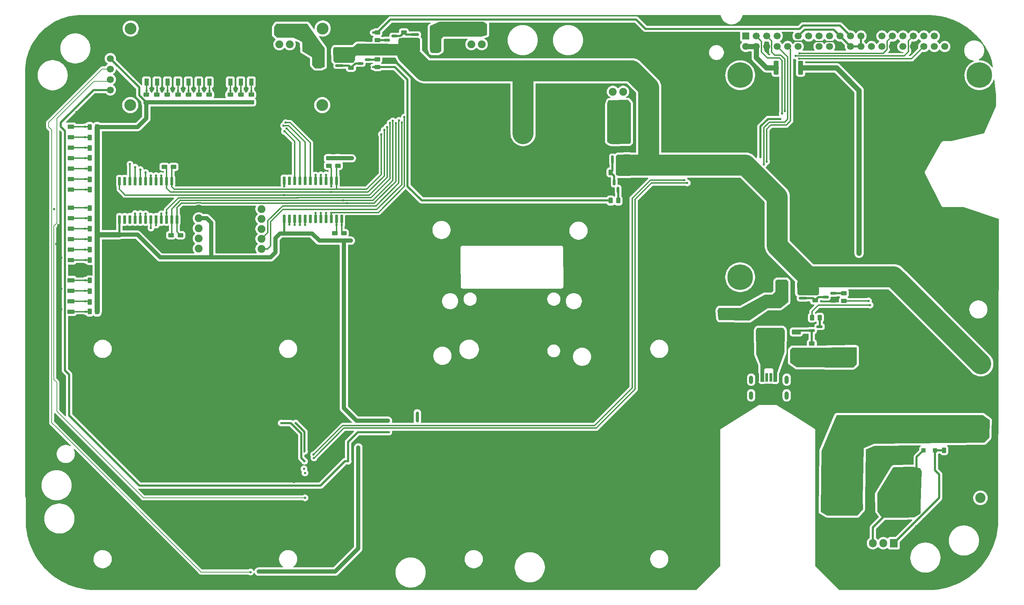
<source format=gbr>
%TF.GenerationSoftware,KiCad,Pcbnew,9.0.2*%
%TF.CreationDate,2025-05-14T09:05:42+08:00*%
%TF.ProjectId,MothBo,4d6f7468-426f-42e6-9b69-6361645f7063,5.0.0*%
%TF.SameCoordinates,Original*%
%TF.FileFunction,Copper,L2,Bot*%
%TF.FilePolarity,Positive*%
%FSLAX46Y46*%
G04 Gerber Fmt 4.6, Leading zero omitted, Abs format (unit mm)*
G04 Created by KiCad (PCBNEW 9.0.2) date 2025-05-14 09:05:42*
%MOMM*%
%LPD*%
G01*
G04 APERTURE LIST*
G04 Aperture macros list*
%AMRoundRect*
0 Rectangle with rounded corners*
0 $1 Rounding radius*
0 $2 $3 $4 $5 $6 $7 $8 $9 X,Y pos of 4 corners*
0 Add a 4 corners polygon primitive as box body*
4,1,4,$2,$3,$4,$5,$6,$7,$8,$9,$2,$3,0*
0 Add four circle primitives for the rounded corners*
1,1,$1+$1,$2,$3*
1,1,$1+$1,$4,$5*
1,1,$1+$1,$6,$7*
1,1,$1+$1,$8,$9*
0 Add four rect primitives between the rounded corners*
20,1,$1+$1,$2,$3,$4,$5,0*
20,1,$1+$1,$4,$5,$6,$7,0*
20,1,$1+$1,$6,$7,$8,$9,0*
20,1,$1+$1,$8,$9,$2,$3,0*%
G04 Aperture macros list end*
%TA.AperFunction,ComponentPad*%
%ADD10RoundRect,0.250000X-1.000000X1.000000X-1.000000X-1.000000X1.000000X-1.000000X1.000000X1.000000X0*%
%TD*%
%TA.AperFunction,ComponentPad*%
%ADD11C,2.500000*%
%TD*%
%TA.AperFunction,ComponentPad*%
%ADD12C,1.905000*%
%TD*%
%TA.AperFunction,ComponentPad*%
%ADD13C,2.857500*%
%TD*%
%TA.AperFunction,SMDPad,CuDef*%
%ADD14RoundRect,0.250000X-0.300000X-0.300000X0.300000X-0.300000X0.300000X0.300000X-0.300000X0.300000X0*%
%TD*%
%TA.AperFunction,SMDPad,CuDef*%
%ADD15RoundRect,0.112500X0.112500X-0.187500X0.112500X0.187500X-0.112500X0.187500X-0.112500X-0.187500X0*%
%TD*%
%TA.AperFunction,SMDPad,CuDef*%
%ADD16RoundRect,0.250000X-0.450000X0.262500X-0.450000X-0.262500X0.450000X-0.262500X0.450000X0.262500X0*%
%TD*%
%TA.AperFunction,SMDPad,CuDef*%
%ADD17RoundRect,0.249997X2.950003X2.650003X-2.950003X2.650003X-2.950003X-2.650003X2.950003X-2.650003X0*%
%TD*%
%TA.AperFunction,SMDPad,CuDef*%
%ADD18RoundRect,0.250000X0.850000X0.350000X-0.850000X0.350000X-0.850000X-0.350000X0.850000X-0.350000X0*%
%TD*%
%TA.AperFunction,SMDPad,CuDef*%
%ADD19RoundRect,0.250000X-0.262500X-0.450000X0.262500X-0.450000X0.262500X0.450000X-0.262500X0.450000X0*%
%TD*%
%TA.AperFunction,SMDPad,CuDef*%
%ADD20RoundRect,0.150000X0.587500X0.150000X-0.587500X0.150000X-0.587500X-0.150000X0.587500X-0.150000X0*%
%TD*%
%TA.AperFunction,ComponentPad*%
%ADD21R,1.700000X1.700000*%
%TD*%
%TA.AperFunction,ComponentPad*%
%ADD22C,1.700000*%
%TD*%
%TA.AperFunction,SMDPad,CuDef*%
%ADD23RoundRect,0.250000X0.450000X-0.262500X0.450000X0.262500X-0.450000X0.262500X-0.450000X-0.262500X0*%
%TD*%
%TA.AperFunction,SMDPad,CuDef*%
%ADD24RoundRect,0.250000X0.262500X0.450000X-0.262500X0.450000X-0.262500X-0.450000X0.262500X-0.450000X0*%
%TD*%
%TA.AperFunction,SMDPad,CuDef*%
%ADD25RoundRect,0.250000X0.475000X-0.337500X0.475000X0.337500X-0.475000X0.337500X-0.475000X-0.337500X0*%
%TD*%
%TA.AperFunction,SMDPad,CuDef*%
%ADD26RoundRect,0.112500X-0.112500X0.187500X-0.112500X-0.187500X0.112500X-0.187500X0.112500X0.187500X0*%
%TD*%
%TA.AperFunction,SMDPad,CuDef*%
%ADD27RoundRect,0.150000X0.150000X-0.587500X0.150000X0.587500X-0.150000X0.587500X-0.150000X-0.587500X0*%
%TD*%
%TA.AperFunction,SMDPad,CuDef*%
%ADD28RoundRect,0.112500X0.187500X0.112500X-0.187500X0.112500X-0.187500X-0.112500X0.187500X-0.112500X0*%
%TD*%
%TA.AperFunction,SMDPad,CuDef*%
%ADD29R,1.100000X1.700000*%
%TD*%
%TA.AperFunction,SMDPad,CuDef*%
%ADD30R,1.500000X1.100000*%
%TD*%
%TA.AperFunction,ComponentPad*%
%ADD31RoundRect,0.250001X1.149999X-1.149999X1.149999X1.149999X-1.149999X1.149999X-1.149999X-1.149999X0*%
%TD*%
%TA.AperFunction,ComponentPad*%
%ADD32C,2.800000*%
%TD*%
%TA.AperFunction,ComponentPad*%
%ADD33C,6.200000*%
%TD*%
%TA.AperFunction,SMDPad,CuDef*%
%ADD34RoundRect,0.250000X0.475000X-0.250000X0.475000X0.250000X-0.475000X0.250000X-0.475000X-0.250000X0*%
%TD*%
%TA.AperFunction,SMDPad,CuDef*%
%ADD35RoundRect,0.150000X0.150000X-0.825000X0.150000X0.825000X-0.150000X0.825000X-0.150000X-0.825000X0*%
%TD*%
%TA.AperFunction,ComponentPad*%
%ADD36R,4.600000X2.000000*%
%TD*%
%TA.AperFunction,ComponentPad*%
%ADD37O,4.200000X2.000000*%
%TD*%
%TA.AperFunction,ComponentPad*%
%ADD38O,2.000000X4.200000*%
%TD*%
%TA.AperFunction,ComponentPad*%
%ADD39RoundRect,0.675000X0.675000X0.675000X-0.675000X0.675000X-0.675000X-0.675000X0.675000X-0.675000X0*%
%TD*%
%TA.AperFunction,ComponentPad*%
%ADD40C,2.700000*%
%TD*%
%TA.AperFunction,SMDPad,CuDef*%
%ADD41RoundRect,0.150000X-0.825000X-0.150000X0.825000X-0.150000X0.825000X0.150000X-0.825000X0.150000X0*%
%TD*%
%TA.AperFunction,SMDPad,CuDef*%
%ADD42RoundRect,0.250000X-1.950000X-1.000000X1.950000X-1.000000X1.950000X1.000000X-1.950000X1.000000X0*%
%TD*%
%TA.AperFunction,SMDPad,CuDef*%
%ADD43RoundRect,0.250000X0.362500X1.425000X-0.362500X1.425000X-0.362500X-1.425000X0.362500X-1.425000X0*%
%TD*%
%TA.AperFunction,SMDPad,CuDef*%
%ADD44RoundRect,0.075000X-0.225000X0.955000X-0.225000X-0.955000X0.225000X-0.955000X0.225000X0.955000X0*%
%TD*%
%TA.AperFunction,ComponentPad*%
%ADD45R,1.905000X2.000000*%
%TD*%
%TA.AperFunction,ComponentPad*%
%ADD46O,1.905000X2.000000*%
%TD*%
%TA.AperFunction,SMDPad,CuDef*%
%ADD47RoundRect,0.150000X0.825000X0.150000X-0.825000X0.150000X-0.825000X-0.150000X0.825000X-0.150000X0*%
%TD*%
%TA.AperFunction,SMDPad,CuDef*%
%ADD48R,1.700000X1.100000*%
%TD*%
%TA.AperFunction,SMDPad,CuDef*%
%ADD49R,0.700000X2.000000*%
%TD*%
%TA.AperFunction,SMDPad,CuDef*%
%ADD50R,0.760000X2.000000*%
%TD*%
%TA.AperFunction,SMDPad,CuDef*%
%ADD51R,0.800000X2.000000*%
%TD*%
%TA.AperFunction,ComponentPad*%
%ADD52O,1.000000X2.000000*%
%TD*%
%TA.AperFunction,SMDPad,CuDef*%
%ADD53RoundRect,0.150000X-0.587500X-0.150000X0.587500X-0.150000X0.587500X0.150000X-0.587500X0.150000X0*%
%TD*%
%TA.AperFunction,SMDPad,CuDef*%
%ADD54RoundRect,0.250000X1.000000X-1.750000X1.000000X1.750000X-1.000000X1.750000X-1.000000X-1.750000X0*%
%TD*%
%TA.AperFunction,ViaPad*%
%ADD55C,0.600000*%
%TD*%
%TA.AperFunction,Conductor*%
%ADD56C,0.500000*%
%TD*%
%TA.AperFunction,Conductor*%
%ADD57C,0.203200*%
%TD*%
%TA.AperFunction,Conductor*%
%ADD58C,0.304800*%
%TD*%
%TA.AperFunction,Conductor*%
%ADD59C,1.270000*%
%TD*%
%TA.AperFunction,Conductor*%
%ADD60C,0.800000*%
%TD*%
%TA.AperFunction,Conductor*%
%ADD61C,1.000000*%
%TD*%
%TA.AperFunction,Conductor*%
%ADD62C,5.080000*%
%TD*%
G04 APERTURE END LIST*
D10*
%TO.P,J1,1,Pin_1*%
%TO.N,GND*%
X158500000Y-70765671D03*
D11*
%TO.P,J1,2,Pin_2*%
%TO.N,Net-(E2-K)*%
X158500000Y-80765671D03*
%TD*%
D12*
%TO.P,A1,1,EN*%
%TO.N,unconnected-(A1-EN-Pad1)*%
X35061497Y29246355D03*
%TO.P,A1,2,EN*%
%TO.N,unconnected-(A1-EN-Pad2)*%
X37561331Y29246355D03*
%TO.P,A1,3,VCC*%
%TO.N,/UV LED PCB/+12V_PCB2*%
X35061497Y32764329D03*
%TO.P,A1,4,VCC*%
X37561331Y32764329D03*
%TO.P,A1,5,GND*%
%TO.N,GND*%
X34928203Y14741147D03*
%TO.P,A1,6,GND*%
X37416361Y14743415D03*
D13*
%TO.P,A1,7*%
%TO.N,N/C*%
X-1111190Y14483124D03*
X-1000000Y33064329D03*
%TD*%
D12*
%TO.P,A2,1,EN*%
%TO.N,unconnected-(A2-EN-Pad1)*%
X71854864Y17731389D03*
%TO.P,A2,2,EN*%
%TO.N,unconnected-(A2-EN-Pad2)*%
X69355030Y17731389D03*
%TO.P,A2,3,VCC*%
%TO.N,/UV LED PCB/+12V_PCB1*%
X71854864Y14213415D03*
%TO.P,A2,4,VCC*%
X69355030Y14213415D03*
%TO.P,A2,5,GND*%
%TO.N,GND*%
X71988158Y32236597D03*
%TO.P,A2,6,GND*%
X69500000Y32234329D03*
%TD*%
%TO.P,A3,1,EN*%
%TO.N,unconnected-(A3-EN-Pad1)*%
X-11500000Y29234329D03*
%TO.P,A3,2,EN*%
%TO.N,unconnected-(A3-EN-Pad2)*%
X-9000166Y29234329D03*
%TO.P,A3,3,VCC*%
%TO.N,/UV LED PCB/+12V_PCB3*%
X-11500000Y32752303D03*
%TO.P,A3,4,VCC*%
X-9000166Y32752303D03*
%TO.P,A3,5,GND*%
%TO.N,GND*%
X-11633294Y14729121D03*
%TO.P,A3,6,GND*%
X-9145136Y14731389D03*
D13*
%TO.P,A3,7*%
%TO.N,N/C*%
X-47672687Y14471098D03*
X-47561497Y33052303D03*
%TD*%
D14*
%TO.P,E1,1,K*%
%TO.N,Net-(E1-K)*%
X144700000Y-69225671D03*
%TO.P,E1,2,A*%
%TO.N,Net-(E1-A)*%
X147500000Y-69225671D03*
%TD*%
D15*
%TO.P,D36,1,K*%
%TO.N,/UV LED PCB/+12V_PCB4*%
X107180000Y-32373171D03*
%TO.P,D36,2,A*%
%TO.N,GND*%
X107180000Y-30273171D03*
%TD*%
D16*
%TO.P,R81,1*%
%TO.N,Net-(Q10-B)*%
X125390000Y-31163171D03*
%TO.P,R81,2*%
%TO.N,UV4_EX_CTRL*%
X125390000Y-32988171D03*
%TD*%
D17*
%TO.P,Q2,1,D*%
%TO.N,/Power/VBUS*%
X107550000Y-42835671D03*
D18*
%TO.P,Q2,2,G*%
%TO.N,Net-(Q2-G)*%
X113850000Y-40555671D03*
%TO.P,Q2,3,S*%
%TO.N,+5V*%
X113850000Y-45115671D03*
%TD*%
D19*
%TO.P,R77,1*%
%TO.N,Net-(Q8-C)*%
X68852500Y-1845671D03*
%TO.P,R77,2*%
%TO.N,+12V*%
X70677500Y-1845671D03*
%TD*%
D16*
%TO.P,R76,1*%
%TO.N,Net-(Q9-B)*%
X12260000Y25546829D03*
%TO.P,R76,2*%
%TO.N,UV1_CTRL*%
X12260000Y23721829D03*
%TD*%
D20*
%TO.P,Q9,1,B*%
%TO.N,Net-(Q9-B)*%
X9987500Y25516829D03*
%TO.P,Q9,2,E*%
%TO.N,GND*%
X9987500Y23616829D03*
%TO.P,Q9,3,C*%
%TO.N,Net-(Q9-C)*%
X8112500Y24566829D03*
%TD*%
D21*
%TO.P,J5,1,Pin_1*%
%TO.N,GND*%
X-52500000Y15614329D03*
D22*
%TO.P,J5,2,Pin_2*%
%TO.N,/RPI5+MCU/NRST*%
X-52500000Y18154329D03*
%TO.P,J5,3,Pin_3*%
%TO.N,/RPI5+MCU/SWDCLK*%
X-52500000Y20694329D03*
%TO.P,J5,4,Pin_4*%
%TO.N,/RPI5+MCU/SWDIO*%
X-52500000Y23234329D03*
%TO.P,J5,5,Pin_5*%
%TO.N,+3.3V*%
X-52500000Y25774329D03*
%TD*%
D16*
%TO.P,R1,1*%
%TO.N,Net-(Q2-G)*%
X117610000Y-43323171D03*
%TO.P,R1,2*%
%TO.N,+5V*%
X117610000Y-45148171D03*
%TD*%
%TO.P,R47,1*%
%TO.N,S3_MUX*%
X-35500000Y-17073171D03*
%TO.P,R47,2*%
%TO.N,GND*%
X-35500000Y-18898171D03*
%TD*%
%TO.P,R84,1*%
%TO.N,+3.3V*%
X2670000Y1579329D03*
%TO.P,R84,2*%
%TO.N,S1_MUX*%
X2670000Y-245671D03*
%TD*%
D23*
%TO.P,R33,1*%
%TO.N,+3.3V*%
X-18320000Y15161829D03*
%TO.P,R33,2*%
%TO.N,/GPS+Switches/Max_PW*%
X-18320000Y16986829D03*
%TD*%
D20*
%TO.P,Q3,1,B*%
%TO.N,Net-(Q3-B)*%
X119487500Y-39255671D03*
%TO.P,Q3,2,E*%
%TO.N,GND*%
X119487500Y-41155671D03*
%TO.P,Q3,3,C*%
%TO.N,Net-(Q2-G)*%
X117612500Y-40205671D03*
%TD*%
D23*
%TO.P,R19,1*%
%TO.N,+3.3V*%
X-20840000Y15161829D03*
%TO.P,R19,2*%
%TO.N,/GPS+Switches/Med_PW*%
X-20840000Y16986829D03*
%TD*%
D24*
%TO.P,R35,1*%
%TO.N,+3.3V*%
X-55697500Y-30662290D03*
%TO.P,R35,2*%
%TO.N,/GPS+Switches/Seq_3*%
X-57522500Y-30662290D03*
%TD*%
D23*
%TO.P,R32,1*%
%TO.N,+3.3V*%
X-23400000Y15161829D03*
%TO.P,R32,2*%
%TO.N,/GPS+Switches/Min_PW*%
X-23400000Y16986829D03*
%TD*%
D24*
%TO.P,R37,1*%
%TO.N,+3.3V*%
X-55697500Y-905671D03*
%TO.P,R37,2*%
%TO.N,/GPS+Switches/Hour_3*%
X-57522500Y-905671D03*
%TD*%
D25*
%TO.P,C5,1*%
%TO.N,+5V*%
X119900000Y-45143171D03*
%TO.P,C5,2*%
%TO.N,GND*%
X119900000Y-43068171D03*
%TD*%
D23*
%TO.P,R30,1*%
%TO.N,+3.3V*%
X-33540000Y15161829D03*
%TO.P,R30,2*%
%TO.N,/GPS+Switches/Fri*%
X-33540000Y16986829D03*
%TD*%
D24*
%TO.P,R23,1*%
%TO.N,+3.3V*%
X-55697500Y1674329D03*
%TO.P,R23,2*%
%TO.N,/GPS+Switches/Hour_4*%
X-57522500Y1674329D03*
%TD*%
D26*
%TO.P,D30,1,K*%
%TO.N,/UV LED PCB/+12V_PCB3*%
X-5210000Y27901829D03*
%TO.P,D30,2,A*%
%TO.N,GND*%
X-5210000Y25801829D03*
%TD*%
D23*
%TO.P,R31,1*%
%TO.N,+3.3V*%
X-28520000Y15161829D03*
%TO.P,R31,2*%
%TO.N,/GPS+Switches/Sun*%
X-28520000Y16986829D03*
%TD*%
D27*
%TO.P,Q8,1,B*%
%TO.N,Net-(Q8-B)*%
X70635000Y-6093171D03*
%TO.P,Q8,2,E*%
%TO.N,GND*%
X68735000Y-6093171D03*
%TO.P,Q8,3,C*%
%TO.N,Net-(Q8-C)*%
X69685000Y-4218171D03*
%TD*%
D28*
%TO.P,D29,1,K*%
%TO.N,/UV LED PCB/+12V_PCB1*%
X68560000Y9314329D03*
%TO.P,D29,2,A*%
%TO.N,GND*%
X66460000Y9314329D03*
%TD*%
D29*
%TO.P,SW3,1A*%
%TO.N,/GPS+Switches/Max_PW*%
X-18310000Y20071829D03*
%TO.P,SW3,1B*%
%TO.N,GND*%
X-18310000Y28971829D03*
%TO.P,SW3,2A*%
%TO.N,/GPS+Switches/Med_PW*%
X-20850000Y20071829D03*
%TO.P,SW3,2B*%
%TO.N,GND*%
X-20850000Y28971829D03*
%TO.P,SW3,3A*%
%TO.N,/GPS+Switches/Min_PW*%
X-23390000Y20071829D03*
%TO.P,SW3,3B*%
%TO.N,GND*%
X-23390000Y28971829D03*
%TD*%
D30*
%TO.P,SW6,1A*%
%TO.N,/GPS+Switches/Hour_13*%
X-62100000Y-10415671D03*
%TO.P,SW6,1B*%
%TO.N,GND*%
X-71000000Y-10415671D03*
%TO.P,SW6,2A*%
%TO.N,/GPS+Switches/Hour_12*%
X-62100000Y-12955671D03*
%TO.P,SW6,2B*%
%TO.N,GND*%
X-71000000Y-12955671D03*
%TO.P,SW6,3A*%
%TO.N,/GPS+Switches/Hour_11*%
X-62100000Y-15495671D03*
%TO.P,SW6,3B*%
%TO.N,GND*%
X-71000000Y-15495671D03*
%TO.P,SW6,4A*%
%TO.N,/GPS+Switches/Hour_10*%
X-62100000Y-18035671D03*
%TO.P,SW6,4B*%
%TO.N,GND*%
X-71000000Y-18035671D03*
%TO.P,SW6,5A*%
%TO.N,/GPS+Switches/Hour_9*%
X-62100000Y-20575671D03*
%TO.P,SW6,5B*%
%TO.N,GND*%
X-71000000Y-20575671D03*
%TO.P,SW6,6A*%
%TO.N,/GPS+Switches/Hour_8*%
X-62100000Y-23115671D03*
%TO.P,SW6,6B*%
%TO.N,GND*%
X-71000000Y-23115671D03*
%TD*%
D31*
%TO.P,U2,1,Vin+*%
%TO.N,/Power/PWR_IN*%
X158600000Y-63265671D03*
D32*
%TO.P,U2,2,Vin-*%
%TO.N,GND*%
X158600000Y-58265671D03*
%TO.P,U2,3,Vout-*%
X158600000Y-53265671D03*
%TO.P,U2,4,Vout+*%
%TO.N,+12V*%
X158600000Y-48265671D03*
%TD*%
D33*
%TO.P,U4,S1*%
%TO.N,N/C*%
X158237500Y21736829D03*
%TO.P,U4,S2*%
X100237500Y21736829D03*
%TO.P,U4,S3*%
X100237500Y-27263171D03*
%TD*%
D34*
%TO.P,C18,1*%
%TO.N,GND*%
X-10380000Y-18535671D03*
%TO.P,C18,2*%
%TO.N,+3.3V*%
X-10380000Y-16635671D03*
%TD*%
D23*
%TO.P,R78,1*%
%TO.N,Net-(Q9-C)*%
X5852500Y23529329D03*
%TO.P,R78,2*%
%TO.N,+12V*%
X5852500Y25354329D03*
%TD*%
D35*
%TO.P,U8,1,S*%
%TO.N,+12V*%
X73095000Y1269329D03*
%TO.P,U8,2,S*%
X71825000Y1269329D03*
%TO.P,U8,3,S*%
X70555000Y1269329D03*
%TO.P,U8,4,G*%
%TO.N,Net-(Q8-C)*%
X69285000Y1269329D03*
%TO.P,U8,5,D*%
%TO.N,/UV LED PCB/+12V_PCB1*%
X69285000Y6219329D03*
%TO.P,U8,6,D*%
X70555000Y6219329D03*
%TO.P,U8,7,D*%
X71825000Y6219329D03*
%TO.P,U8,8,D*%
X73095000Y6219329D03*
%TD*%
D24*
%TO.P,R36,1*%
%TO.N,+3.3V*%
X-55697500Y-5985671D03*
%TO.P,R36,2*%
%TO.N,/GPS+Switches/Hour_1*%
X-57522500Y-5985671D03*
%TD*%
D36*
%TO.P,J7,1*%
%TO.N,/UV LED PCB/+12V_PCB4*%
X97500000Y-36465671D03*
D37*
%TO.P,J7,2*%
%TO.N,GND*%
X97500000Y-42765671D03*
D38*
%TO.P,J7,3,MountPin*%
X92700000Y-39365671D03*
%TD*%
D26*
%TO.P,D31,1,K*%
%TO.N,/UV LED PCB/+12V_PCB2*%
X29490000Y31544329D03*
%TO.P,D31,2,A*%
%TO.N,GND*%
X29490000Y29444329D03*
%TD*%
D23*
%TO.P,R80,1*%
%TO.N,Net-(Q11-B)*%
X12260000Y30251829D03*
%TO.P,R80,2*%
%TO.N,UV1_CTRL*%
X12260000Y32076829D03*
%TD*%
D16*
%TO.P,R82,1*%
%TO.N,Net-(Q11-C)*%
X18690000Y32086829D03*
%TO.P,R82,2*%
%TO.N,+12V*%
X18690000Y30261829D03*
%TD*%
D39*
%TO.P,F1,1*%
%TO.N,Net-(E1-K)*%
X142330000Y-82515671D03*
X135570000Y-82515671D03*
D40*
%TO.P,F1,2*%
%TO.N,/Power/PWR_IN*%
X128290000Y-82515671D03*
X121530000Y-82515671D03*
%TD*%
D24*
%TO.P,R2,1*%
%TO.N,Net-(Q3-B)*%
X119522500Y-37065671D03*
%TO.P,R2,2*%
%TO.N,RPI_CTRL*%
X117697500Y-37065671D03*
%TD*%
%TO.P,R75,1*%
%TO.N,Net-(Q8-B)*%
X70657500Y-8665671D03*
%TO.P,R75,2*%
%TO.N,UV1_CTRL*%
X68832500Y-8665671D03*
%TD*%
%TO.P,R22,1*%
%TO.N,+3.3V*%
X-55697500Y-3565671D03*
%TO.P,R22,2*%
%TO.N,/GPS+Switches/Hour_2*%
X-57522500Y-3565671D03*
%TD*%
D41*
%TO.P,U11,1,S*%
%TO.N,+12V*%
X21365000Y27749329D03*
%TO.P,U11,2,S*%
X21365000Y29019329D03*
%TO.P,U11,3,S*%
X21365000Y30289329D03*
%TO.P,U11,4,G*%
%TO.N,Net-(Q11-C)*%
X21365000Y31559329D03*
%TO.P,U11,5,D*%
%TO.N,/UV LED PCB/+12V_PCB2*%
X26315000Y31559329D03*
%TO.P,U11,6,D*%
X26315000Y30289329D03*
%TO.P,U11,7,D*%
X26315000Y29019329D03*
%TO.P,U11,8,D*%
X26315000Y27749329D03*
%TD*%
D24*
%TO.P,R34,1*%
%TO.N,+3.3V*%
X-55697500Y-35585671D03*
%TO.P,R34,2*%
%TO.N,/GPS+Switches/Seq_1*%
X-57522500Y-35585671D03*
%TD*%
D21*
%TO.P,U3,1,3V3*%
%TO.N,+3.3V*%
X101600000Y31234329D03*
D22*
%TO.P,U3,2,5V*%
%TO.N,Net-(RJ1-Pad2)*%
X101600000Y28694329D03*
%TO.P,U3,3,GPIO2/SDA1*%
%TO.N,GPS_SDA*%
X104140000Y31234329D03*
%TO.P,U3,4,5V*%
%TO.N,Net-(RJ1-Pad2)*%
X104140000Y28694329D03*
%TO.P,U3,5,GPIO3/SCL1*%
%TO.N,GPS_SCL*%
X106680000Y31234329D03*
%TO.P,U3,6,GND*%
%TO.N,GND*%
X106680000Y28694329D03*
%TO.P,U3,7,GPIO4/GPIO_GCKL*%
%TO.N,unconnected-(U3-GPIO4{slash}GPIO_GCKL-Pad7)*%
X109220000Y31234329D03*
%TO.P,U3,8,GPIO14/TXD0*%
%TO.N,/RPI5+MCU/STM_TX*%
X109220000Y28694329D03*
%TO.P,U3,9,GND*%
%TO.N,GND*%
X111760000Y31234329D03*
%TO.P,U3,10,GPIO15/RXD0*%
%TO.N,/RPI5+MCU/STM_RX*%
X111760000Y28694329D03*
%TO.P,U3,11,GPIO17/GPIO_GEN0*%
%TO.N,/RPI5+MCU/Save for eink*%
X114300000Y31234329D03*
%TO.P,U3,12,GPIO18/GPIO_GEN1*%
%TO.N,S2_MUX*%
X114300000Y28694329D03*
%TO.P,U3,13,GPIO27/GPIO_GEN2*%
%TO.N,S1_MUX*%
X116840000Y31234329D03*
%TO.P,U3,14,GND*%
%TO.N,GND*%
X116840000Y28694329D03*
%TO.P,U3,15,GPIO22/GPIO_GEN3*%
%TO.N,S3_MUX*%
X119380000Y31234329D03*
%TO.P,U3,16,GPIO23/GPIO_GEN4*%
%TO.N,EN_MUX1*%
X119380000Y28694329D03*
%TO.P,U3,17,3V3*%
%TO.N,+3.3V*%
X121920000Y31234329D03*
%TO.P,U3,18,GPIO24/GPIO_GEN5*%
%TO.N,/RPI5+MCU/Save for eink*%
X121920000Y28694329D03*
%TO.P,U3,19,GPIO10/SPI_MOSI*%
X124460000Y31234329D03*
%TO.P,U3,20,GND*%
%TO.N,GND*%
X124460000Y28694329D03*
%TO.P,U3,21,GPIO9/SPI_MISO*%
%TO.N,UV1_CTRL*%
X127000000Y31234329D03*
%TO.P,U3,22,GPIO25/GPIO_GEN6*%
%TO.N,/RPI5+MCU/Save for eink*%
X127000000Y28694329D03*
%TO.P,U3,23,GPIO11/SPI_SCLK*%
X129540000Y31234329D03*
%TO.P,U3,24,GPIO8/~{SPI_CE0}*%
X129540000Y28694329D03*
%TO.P,U3,25,GND*%
%TO.N,GND*%
X132080000Y31234329D03*
%TO.P,U3,26,GPIO7/~{SPI_CE1}*%
%TO.N,UV4_EX_CTRL*%
X132080000Y28694329D03*
%TO.P,U3,27,ID_SD*%
%TO.N,unconnected-(U3-ID_SD-Pad27)*%
X134620000Y31234329D03*
%TO.P,U3,28,ID_SC*%
%TO.N,unconnected-(U3-ID_SC-Pad28)*%
X134620000Y28694329D03*
%TO.P,U3,29,GPIO5*%
%TO.N,EN_MUX2*%
X137160000Y31234329D03*
%TO.P,U3,30,GND*%
%TO.N,GND*%
X137160000Y28694329D03*
%TO.P,U3,31,GPIO6*%
%TO.N,L_LED_CTRL*%
X139700000Y31234329D03*
%TO.P,U3,32,GPIO12*%
%TO.N,/RPI5+MCU/TimeP*%
X139700000Y28694329D03*
%TO.P,U3,33,GPIO13*%
%TO.N,S0_MUX*%
X142240000Y31234329D03*
%TO.P,U3,34,GND*%
%TO.N,GND*%
X142240000Y28694329D03*
%TO.P,U3,35,GPIO19*%
%TO.N,RPI_CTRL*%
X144780000Y31234329D03*
%TO.P,U3,36,GPIO16*%
%TO.N,COM_I{slash}O*%
X144780000Y28694329D03*
%TO.P,U3,37,GPIO26*%
%TO.N,/RPI5+MCU/Save for relay 3*%
X147320000Y31234329D03*
%TO.P,U3,38,GPIO20*%
%TO.N,/RPI5+MCU/Save for relay*%
X147320000Y28694329D03*
%TO.P,U3,39,GND*%
%TO.N,GND*%
X149860000Y31234329D03*
%TO.P,U3,40,GPIO21*%
%TO.N,/RPI5+MCU/Save for relay 2*%
X149860000Y28694329D03*
%TD*%
D24*
%TO.P,R42,1*%
%TO.N,+3.3V*%
X-55697500Y-12995671D03*
%TO.P,R42,2*%
%TO.N,/GPS+Switches/Hour_12*%
X-57522500Y-12995671D03*
%TD*%
%TO.P,R39,1*%
%TO.N,+3.3V*%
X-55697500Y9174329D03*
%TO.P,R39,2*%
%TO.N,/GPS+Switches/Hour_7*%
X-57522500Y9174329D03*
%TD*%
D23*
%TO.P,R86,1*%
%TO.N,+3.3V*%
X4110000Y-18398171D03*
%TO.P,R86,2*%
%TO.N,S3_MUX*%
X4110000Y-16573171D03*
%TD*%
D24*
%TO.P,R24,1*%
%TO.N,+3.3V*%
X-55697500Y6634329D03*
%TO.P,R24,2*%
%TO.N,/GPS+Switches/Hour_6*%
X-57522500Y6634329D03*
%TD*%
D23*
%TO.P,R18,1*%
%TO.N,+3.3V*%
X-31010000Y15161829D03*
%TO.P,R18,2*%
%TO.N,/GPS+Switches/Sat*%
X-31010000Y16986829D03*
%TD*%
D42*
%TO.P,C1,1*%
%TO.N,/Power/PWR_IN*%
X126080000Y-70525671D03*
%TO.P,C1,2*%
%TO.N,GND*%
X134480000Y-70525671D03*
%TD*%
D24*
%TO.P,R38,1*%
%TO.N,+3.3V*%
X-55697500Y4064329D03*
%TO.P,R38,2*%
%TO.N,/GPS+Switches/Hour_5*%
X-57522500Y4064329D03*
%TD*%
D16*
%TO.P,R83,1*%
%TO.N,+3.3V*%
X480000Y1579329D03*
%TO.P,R83,2*%
%TO.N,S0_MUX*%
X480000Y-245671D03*
%TD*%
D43*
%TO.P,RJ1,1*%
%TO.N,+5V*%
X114892500Y23534329D03*
%TO.P,RJ1,2*%
%TO.N,Net-(RJ1-Pad2)*%
X108967500Y23534329D03*
%TD*%
D44*
%TO.P,U12,1,COM_I/O*%
%TO.N,COM_I{slash}O*%
X-10355000Y-3873171D03*
%TO.P,U12,2,I7*%
%TO.N,unconnected-(U12-I7-Pad2)*%
X-9085000Y-3873171D03*
%TO.P,U12,3,I6*%
%TO.N,/GPS+Switches/Thur*%
X-7815000Y-3873171D03*
%TO.P,U12,4,I5*%
%TO.N,/GPS+Switches/Fri*%
X-6545000Y-3873171D03*
%TO.P,U12,5,I4*%
%TO.N,/GPS+Switches/Sat*%
X-5275000Y-3873171D03*
%TO.P,U12,6,I3*%
%TO.N,/GPS+Switches/Sun*%
X-4005000Y-3873171D03*
%TO.P,U12,7,I2*%
%TO.N,/GPS+Switches/Mon*%
X-2735000Y-3873171D03*
%TO.P,U12,8,I1*%
%TO.N,/GPS+Switches/Tue*%
X-1465000Y-3873171D03*
%TO.P,U12,9,I0*%
%TO.N,/GPS+Switches/Wed*%
X-195000Y-3873171D03*
%TO.P,U12,10,S0*%
%TO.N,S0_MUX*%
X1075000Y-3873171D03*
%TO.P,U12,11,S1*%
%TO.N,S1_MUX*%
X2345000Y-3873171D03*
%TO.P,U12,12,GND*%
%TO.N,GND*%
X3615000Y-3873171D03*
%TO.P,U12,13,S3*%
%TO.N,S3_MUX*%
X3615000Y-13153171D03*
%TO.P,U12,14,S2*%
%TO.N,S2_MUX*%
X2345000Y-13153171D03*
%TO.P,U12,15,~{E}*%
%TO.N,EN_MUX1*%
X1075000Y-13153171D03*
%TO.P,U12,16,I15*%
%TO.N,/GPS+Switches/Max_PW*%
X-195000Y-13153171D03*
%TO.P,U12,17,I14*%
%TO.N,/GPS+Switches/Med_PW*%
X-1465000Y-13153171D03*
%TO.P,U12,18,I13*%
%TO.N,/GPS+Switches/Min_PW*%
X-2735000Y-13153171D03*
%TO.P,U12,19,I12*%
%TO.N,unconnected-(U12-I12-Pad19)*%
X-4005000Y-13153171D03*
%TO.P,U12,20,I11*%
%TO.N,/GPS+Switches/Seq_1*%
X-5275000Y-13153171D03*
%TO.P,U12,21,I10*%
%TO.N,/GPS+Switches/Seq_2*%
X-6545000Y-13153171D03*
%TO.P,U12,22,I9*%
%TO.N,/GPS+Switches/Seq_3*%
X-7815000Y-13153171D03*
%TO.P,U12,23,I8*%
%TO.N,/GPS+Switches/Armed{slash}Disarmed*%
X-9085000Y-13153171D03*
%TO.P,U12,24,VCC*%
%TO.N,+3.3V*%
X-10355000Y-13153171D03*
%TD*%
D45*
%TO.P,Q1,1,G*%
%TO.N,Net-(E1-A)*%
X137500000Y-91765671D03*
D46*
%TO.P,Q1,2,D*%
%TO.N,Net-(E2-K)*%
X134960000Y-91765671D03*
%TO.P,Q1,3,S*%
%TO.N,Net-(E1-K)*%
X132420000Y-91765671D03*
%TD*%
D23*
%TO.P,R28,1*%
%TO.N,+3.3V*%
X-43770000Y15161829D03*
%TO.P,R28,2*%
%TO.N,/GPS+Switches/Mon*%
X-43770000Y16986829D03*
%TD*%
D47*
%TO.P,U9,1,S*%
%TO.N,+12V*%
X3067500Y27891829D03*
%TO.P,U9,2,S*%
X3067500Y26621829D03*
%TO.P,U9,3,S*%
X3067500Y25351829D03*
%TO.P,U9,4,G*%
%TO.N,Net-(Q9-C)*%
X3067500Y24081829D03*
%TO.P,U9,5,D*%
%TO.N,/UV LED PCB/+12V_PCB3*%
X-1882500Y24081829D03*
%TO.P,U9,6,D*%
X-1882500Y25351829D03*
%TO.P,U9,7,D*%
X-1882500Y26621829D03*
%TO.P,U9,8,D*%
X-1882500Y27891829D03*
%TD*%
D34*
%TO.P,C13,1*%
%TO.N,GND*%
X-50290000Y-18835671D03*
%TO.P,C13,2*%
%TO.N,+3.3V*%
X-50290000Y-16935671D03*
%TD*%
D23*
%TO.P,R29,1*%
%TO.N,+3.3V*%
X-38680000Y15161829D03*
%TO.P,R29,2*%
%TO.N,/GPS+Switches/Wed*%
X-38680000Y16986829D03*
%TD*%
D48*
%TO.P,SW4,1A*%
%TO.N,/GPS+Switches/Armed{slash}Disarmed*%
X-62100000Y-27985671D03*
%TO.P,SW4,1B*%
%TO.N,GND*%
X-71000000Y-27985671D03*
%TO.P,SW4,2A*%
%TO.N,/GPS+Switches/Seq_3*%
X-62100000Y-30525671D03*
%TO.P,SW4,2B*%
%TO.N,GND*%
X-71000000Y-30525671D03*
%TO.P,SW4,3A*%
%TO.N,/GPS+Switches/Seq_2*%
X-62100000Y-33065671D03*
%TO.P,SW4,3B*%
%TO.N,GND*%
X-71000000Y-33065671D03*
%TO.P,SW4,4A*%
%TO.N,/GPS+Switches/Seq_1*%
X-62100000Y-35605671D03*
%TO.P,SW4,4B*%
%TO.N,GND*%
X-71000000Y-35605671D03*
%TD*%
D23*
%TO.P,R50,1*%
%TO.N,S0_MUX*%
X-39400000Y-498171D03*
%TO.P,R50,2*%
%TO.N,GND*%
X-39400000Y1326829D03*
%TD*%
D29*
%TO.P,SW2,1A*%
%TO.N,/GPS+Switches/Sun*%
X-28490000Y20041829D03*
%TO.P,SW2,1B*%
%TO.N,GND*%
X-28490000Y28941829D03*
%TO.P,SW2,2A*%
%TO.N,/GPS+Switches/Sat*%
X-31030000Y20041829D03*
%TO.P,SW2,2B*%
%TO.N,GND*%
X-31030000Y28941829D03*
%TO.P,SW2,3A*%
%TO.N,/GPS+Switches/Fri*%
X-33570000Y20041829D03*
%TO.P,SW2,3B*%
%TO.N,GND*%
X-33570000Y28941829D03*
%TO.P,SW2,4A*%
%TO.N,/GPS+Switches/Thur*%
X-36110000Y20041829D03*
%TO.P,SW2,4B*%
%TO.N,GND*%
X-36110000Y28941829D03*
%TO.P,SW2,5A*%
%TO.N,/GPS+Switches/Wed*%
X-38650000Y20041829D03*
%TO.P,SW2,5B*%
%TO.N,GND*%
X-38650000Y28941829D03*
%TO.P,SW2,6A*%
%TO.N,/GPS+Switches/Tue*%
X-41190000Y20041829D03*
%TO.P,SW2,6B*%
%TO.N,GND*%
X-41190000Y28941829D03*
%TO.P,SW2,7A*%
%TO.N,/GPS+Switches/Mon*%
X-43730000Y20041829D03*
%TO.P,SW2,7B*%
%TO.N,GND*%
X-43730000Y28941829D03*
%TD*%
D16*
%TO.P,R48,1*%
%TO.N,S2_MUX*%
X-37790000Y-17073171D03*
%TO.P,R48,2*%
%TO.N,GND*%
X-37790000Y-18898171D03*
%TD*%
D49*
%TO.P,J2,A5,CC1*%
%TO.N,unconnected-(J2-CC1-PadA5)*%
X107700000Y-51565671D03*
D50*
%TO.P,J2,A9,VBUS_1*%
%TO.N,/Power/VBUS*%
X105680000Y-51565671D03*
D51*
%TO.P,J2,A12,GND_1*%
%TO.N,GND*%
X104450000Y-51565671D03*
D49*
%TO.P,J2,B5,CC2*%
%TO.N,unconnected-(J2-CC2-PadB5)*%
X106700000Y-51565671D03*
D50*
%TO.P,J2,B9,VBUS_2*%
%TO.N,/Power/VBUS*%
X108720000Y-51565671D03*
D51*
%TO.P,J2,B12,GND_2*%
%TO.N,GND*%
X109950000Y-51565671D03*
D52*
%TO.P,J2,MH1,MH1*%
%TO.N,unconnected-(J2-PadMH1)*%
X111500000Y-55915671D03*
%TO.P,J2,MH2,MH2*%
%TO.N,unconnected-(J2-PadMH2)*%
X102900000Y-55915671D03*
%TO.P,J2,MH3,MH3*%
%TO.N,unconnected-(J2-PadMH3)*%
X102900000Y-52115671D03*
%TO.P,J2,MH4,MH4*%
%TO.N,unconnected-(J2-PadMH4)*%
X111520000Y-52115671D03*
%TD*%
D24*
%TO.P,R25,1*%
%TO.N,+3.3V*%
X-55697500Y-20575671D03*
%TO.P,R25,2*%
%TO.N,/GPS+Switches/Hour_9*%
X-57522500Y-20575671D03*
%TD*%
D47*
%TO.P,U10,1,S*%
%TO.N,+12V*%
X115456250Y-28555671D03*
%TO.P,U10,2,S*%
X115456250Y-29825671D03*
%TO.P,U10,3,S*%
X115456250Y-31095671D03*
%TO.P,U10,4,G*%
%TO.N,Net-(Q10-C)*%
X115456250Y-32365671D03*
%TO.P,U10,5,D*%
%TO.N,/UV LED PCB/+12V_PCB4*%
X110506250Y-32365671D03*
%TO.P,U10,6,D*%
X110506250Y-31095671D03*
%TO.P,U10,7,D*%
X110506250Y-29825671D03*
%TO.P,U10,8,D*%
X110506250Y-28555671D03*
%TD*%
D24*
%TO.P,R20,1*%
%TO.N,+3.3V*%
X-55697500Y-33268909D03*
%TO.P,R20,2*%
%TO.N,/GPS+Switches/Seq_2*%
X-57522500Y-33268909D03*
%TD*%
D53*
%TO.P,Q11,1,B*%
%TO.N,Net-(Q11-B)*%
X14552500Y30264329D03*
%TO.P,Q11,2,E*%
%TO.N,GND*%
X14552500Y32164329D03*
%TO.P,Q11,3,C*%
%TO.N,Net-(Q11-C)*%
X16427500Y31214329D03*
%TD*%
D23*
%TO.P,R79,1*%
%TO.N,Net-(Q10-C)*%
X118401250Y-32878171D03*
%TO.P,R79,2*%
%TO.N,+12V*%
X118401250Y-31053171D03*
%TD*%
D28*
%TO.P,E3,1,K*%
%TO.N,/Power/VBUS*%
X105660000Y-48055671D03*
%TO.P,E3,2,A*%
%TO.N,GND*%
X103560000Y-48055671D03*
%TD*%
D44*
%TO.P,U13,1,COM_I/O*%
%TO.N,COM_I{slash}O*%
X-50295000Y-3963171D03*
%TO.P,U13,2,I7*%
%TO.N,unconnected-(U13-I7-Pad2)*%
X-49025000Y-3963171D03*
%TO.P,U13,3,I6*%
%TO.N,/GPS+Switches/Hour_7*%
X-47755000Y-3963171D03*
%TO.P,U13,4,I5*%
%TO.N,/GPS+Switches/Hour_6*%
X-46485000Y-3963171D03*
%TO.P,U13,5,I4*%
%TO.N,/GPS+Switches/Hour_5*%
X-45215000Y-3963171D03*
%TO.P,U13,6,I3*%
%TO.N,/GPS+Switches/Hour_4*%
X-43945000Y-3963171D03*
%TO.P,U13,7,I2*%
%TO.N,/GPS+Switches/Hour_3*%
X-42675000Y-3963171D03*
%TO.P,U13,8,I1*%
%TO.N,/GPS+Switches/Hour_2*%
X-41405000Y-3963171D03*
%TO.P,U13,9,I0*%
%TO.N,/GPS+Switches/Hour_1*%
X-40135000Y-3963171D03*
%TO.P,U13,10,S0*%
%TO.N,S0_MUX*%
X-38865000Y-3963171D03*
%TO.P,U13,11,S1*%
%TO.N,S1_MUX*%
X-37595000Y-3963171D03*
%TO.P,U13,12,GND*%
%TO.N,GND*%
X-36325000Y-3963171D03*
%TO.P,U13,13,S3*%
%TO.N,S3_MUX*%
X-36325000Y-13243171D03*
%TO.P,U13,14,S2*%
%TO.N,S2_MUX*%
X-37595000Y-13243171D03*
%TO.P,U13,15,~{E}*%
%TO.N,EN_MUX2*%
X-38865000Y-13243171D03*
%TO.P,U13,16,I15*%
%TO.N,/GPS+Switches/Hour_10*%
X-40135000Y-13243171D03*
%TO.P,U13,17,I14*%
%TO.N,/GPS+Switches/Hour_9*%
X-41405000Y-13243171D03*
%TO.P,U13,18,I13*%
%TO.N,/GPS+Switches/Hour_8*%
X-42675000Y-13243171D03*
%TO.P,U13,19,I12*%
%TO.N,/GPS+Switches/Hour_11*%
X-43945000Y-13243171D03*
%TO.P,U13,20,I11*%
%TO.N,/GPS+Switches/Hour_12*%
X-45215000Y-13243171D03*
%TO.P,U13,21,I10*%
%TO.N,/GPS+Switches/Hour_13*%
X-46485000Y-13243171D03*
%TO.P,U13,22,I9*%
%TO.N,unconnected-(U13-I9-Pad22)*%
X-47755000Y-13243171D03*
%TO.P,U13,23,I8*%
%TO.N,unconnected-(U13-I8-Pad23)*%
X-49025000Y-13243171D03*
%TO.P,U13,24,VCC*%
%TO.N,+3.3V*%
X-50295000Y-13243171D03*
%TD*%
D24*
%TO.P,R26,1*%
%TO.N,+3.3V*%
X-55697500Y-15485671D03*
%TO.P,R26,2*%
%TO.N,/GPS+Switches/Hour_11*%
X-57522500Y-15485671D03*
%TD*%
D23*
%TO.P,R17,1*%
%TO.N,+3.3V*%
X-36110000Y15161829D03*
%TO.P,R17,2*%
%TO.N,/GPS+Switches/Thur*%
X-36110000Y16986829D03*
%TD*%
%TO.P,R85,1*%
%TO.N,+3.3V*%
X1970000Y-18388171D03*
%TO.P,R85,2*%
%TO.N,S2_MUX*%
X1970000Y-16563171D03*
%TD*%
D54*
%TO.P,C4,1*%
%TO.N,+5V*%
X126630000Y-46335671D03*
%TO.P,C4,2*%
%TO.N,GND*%
X126630000Y-38335671D03*
%TD*%
D12*
%TO.P,J4,GND,GND*%
%TO.N,GND*%
X-31050680Y-10538019D03*
%TO.P,J4,INT,INT*%
%TO.N,unconnected-(J4-PadINT)*%
X-15866151Y-13119451D03*
%TO.P,J4,PPS,PPS*%
%TO.N,unconnected-(J4-PadPPS)*%
X-31050680Y-20307866D03*
%TO.P,J4,RST,RST*%
%TO.N,unconnected-(J4-PadRST)*%
X-15866151Y-10705332D03*
%TO.P,J4,RX,RX*%
%TO.N,unconnected-(J4-PadRX)*%
X-31050680Y-15422942D03*
%TO.P,J4,SBOOT,SBOOT*%
%TO.N,unconnected-(J4-PadSBOOT)*%
X-15866151Y-15533570D03*
%TO.P,J4,SCL,SCL*%
%TO.N,GPS_SCL*%
X-15866151Y-17947689D03*
%TO.P,J4,SDA,SDA*%
%TO.N,GPS_SDA*%
X-15866151Y-20361808D03*
%TO.P,J4,TX,TX*%
%TO.N,unconnected-(J4-PadTX)*%
X-31050680Y-17865404D03*
%TO.P,J4,VCC,VCC*%
%TO.N,+3.3V*%
X-31050680Y-12980481D03*
%TD*%
D23*
%TO.P,R16,1*%
%TO.N,+3.3V*%
X-41250000Y15161829D03*
%TO.P,R16,2*%
%TO.N,/GPS+Switches/Tue*%
X-41250000Y16986829D03*
%TD*%
D24*
%TO.P,R3,1*%
%TO.N,GND*%
X151522500Y-69215671D03*
%TO.P,R3,2*%
%TO.N,Net-(E1-A)*%
X149697500Y-69215671D03*
%TD*%
%TO.P,R27,1*%
%TO.N,+3.3V*%
X-55697500Y-10455671D03*
%TO.P,R27,2*%
%TO.N,/GPS+Switches/Hour_13*%
X-57522500Y-10455671D03*
%TD*%
D20*
%TO.P,Q10,1,B*%
%TO.N,Net-(Q10-B)*%
X122817500Y-31163171D03*
%TO.P,Q10,2,E*%
%TO.N,GND*%
X122817500Y-33063171D03*
%TO.P,Q10,3,C*%
%TO.N,Net-(Q10-C)*%
X120942500Y-32113171D03*
%TD*%
D23*
%TO.P,R49,1*%
%TO.N,S1_MUX*%
X-37170000Y-488171D03*
%TO.P,R49,2*%
%TO.N,GND*%
X-37170000Y1336829D03*
%TD*%
D24*
%TO.P,R21,1*%
%TO.N,+3.3V*%
X-55697500Y-28055671D03*
%TO.P,R21,2*%
%TO.N,/GPS+Switches/Armed{slash}Disarmed*%
X-57522500Y-28055671D03*
%TD*%
D30*
%TO.P,SW5,1A*%
%TO.N,/GPS+Switches/Hour_7*%
X-62100000Y9234329D03*
%TO.P,SW5,1B*%
%TO.N,GND*%
X-71000000Y9234329D03*
%TO.P,SW5,2A*%
%TO.N,/GPS+Switches/Hour_6*%
X-62100000Y6694329D03*
%TO.P,SW5,2B*%
%TO.N,GND*%
X-71000000Y6694329D03*
%TO.P,SW5,3A*%
%TO.N,/GPS+Switches/Hour_5*%
X-62100000Y4154329D03*
%TO.P,SW5,3B*%
%TO.N,GND*%
X-71000000Y4154329D03*
%TO.P,SW5,4A*%
%TO.N,/GPS+Switches/Hour_4*%
X-62100000Y1614329D03*
%TO.P,SW5,4B*%
%TO.N,GND*%
X-71000000Y1614329D03*
%TO.P,SW5,5A*%
%TO.N,/GPS+Switches/Hour_3*%
X-62100000Y-925671D03*
%TO.P,SW5,5B*%
%TO.N,GND*%
X-71000000Y-925671D03*
%TO.P,SW5,6A*%
%TO.N,/GPS+Switches/Hour_2*%
X-62100000Y-3465671D03*
%TO.P,SW5,6B*%
%TO.N,GND*%
X-71000000Y-3465671D03*
%TO.P,SW5,7A*%
%TO.N,/GPS+Switches/Hour_1*%
X-62100000Y-6005671D03*
%TO.P,SW5,7B*%
%TO.N,GND*%
X-71000000Y-6005671D03*
%TD*%
D24*
%TO.P,R41,1*%
%TO.N,+3.3V*%
X-55697500Y-18045671D03*
%TO.P,R41,2*%
%TO.N,/GPS+Switches/Hour_10*%
X-57522500Y-18045671D03*
%TD*%
%TO.P,R40,1*%
%TO.N,+3.3V*%
X-55697500Y-23105671D03*
%TO.P,R40,2*%
%TO.N,/GPS+Switches/Hour_8*%
X-57522500Y-23105671D03*
%TD*%
D55*
%TO.N,/RPI5+MCU/SWDIO*%
X-18500000Y-98765671D03*
%TO.N,/RPI5+MCU/SWDCLK*%
X-5297600Y-80765671D03*
%TO.N,GND*%
X105450000Y-37805671D03*
X113660000Y-35635671D03*
X-2510000Y-85985671D03*
X32430000Y-67285671D03*
X-72530000Y8724329D03*
X-68070000Y-12135671D03*
X75640000Y-73905671D03*
X110860000Y35544329D03*
X126760000Y-59165671D03*
X109510000Y-25765671D03*
X-2510000Y-55425671D03*
X-410000Y-88305671D03*
X121360000Y-89085671D03*
X142970000Y12864329D03*
X-64500000Y-50765671D03*
X84380000Y-21885671D03*
X-46870000Y-19395671D03*
X-10360000Y-69325671D03*
X10680000Y-78425671D03*
X-40740000Y26424329D03*
X86950000Y-64295671D03*
X119400000Y-17675671D03*
X10680000Y-68395671D03*
X139580000Y34314329D03*
X-980000Y-35215671D03*
X-66880000Y13504329D03*
X-1340000Y-72715671D03*
X112950000Y-29615671D03*
X9540000Y-32785671D03*
X106260000Y-29445671D03*
X123120000Y-22505671D03*
X-20320000Y26904329D03*
X142790000Y-345671D03*
X153200000Y29884329D03*
X-72320000Y5914329D03*
X132400000Y-53385671D03*
X42720000Y-68025671D03*
X36400000Y9454329D03*
X124500000Y-37915671D03*
X91470000Y-61595671D03*
X119810000Y-41975671D03*
X125610000Y-51005671D03*
X104550000Y-22645671D03*
X88360000Y-38985671D03*
X131860000Y13774329D03*
X151000000Y19894329D03*
X61660000Y1384329D03*
X85140000Y-52335671D03*
X127080000Y-10645671D03*
X31970000Y29614329D03*
X-39570000Y-17775671D03*
X47290000Y-74875671D03*
X-33990000Y-13135671D03*
X12900000Y19164329D03*
X63050000Y18534329D03*
X16150000Y33204329D03*
X130540000Y-52335671D03*
X-19240000Y2824329D03*
X138800000Y-35825671D03*
X-6540000Y-53705671D03*
X11450000Y-93155671D03*
X87240000Y28364329D03*
X-58710000Y-62595671D03*
X-7950000Y-76955671D03*
X156190000Y-85105671D03*
X-43920000Y-33995671D03*
X13520000Y-74565671D03*
X-35970000Y-20305671D03*
X-13670000Y-63675671D03*
X-52130000Y-19085671D03*
X14820000Y-57235671D03*
X3810000Y-76615671D03*
X94140000Y-4905671D03*
X107240000Y-29655671D03*
X-21500000Y-18115671D03*
X1950000Y-53595671D03*
X105240000Y35124329D03*
X-50180000Y-20575671D03*
X-72210000Y-71555671D03*
X114440000Y-38425671D03*
X-68750000Y-19085671D03*
X-64350000Y-35045671D03*
X82620000Y-86875671D03*
X100990000Y-8645671D03*
X-37690000Y26864329D03*
X-72530000Y2374329D03*
X142680000Y18094329D03*
X140970000Y-69535671D03*
X23030000Y-58265671D03*
X102270000Y-18275671D03*
X17960000Y-68005671D03*
X129880000Y-87105671D03*
X151010000Y-85905671D03*
X-64320000Y-22535671D03*
X-5610000Y24454329D03*
X68010000Y-54505671D03*
X146600000Y26244329D03*
X-2600000Y10594329D03*
X-68070000Y-35945671D03*
X84980000Y-60835671D03*
X10620000Y21324329D03*
X52180000Y174329D03*
X-3230000Y-96045671D03*
X25370000Y-59735671D03*
X134600000Y-52855671D03*
X133660000Y-68585671D03*
X-1070000Y-81985671D03*
X29690000Y28604329D03*
X143910000Y5224329D03*
X-72700000Y-2775671D03*
X158830000Y-28105671D03*
X88560000Y-99565671D03*
X-9470000Y-88805671D03*
X-7950000Y-66425671D03*
X146870000Y12454329D03*
X-30480000Y-97035671D03*
X7990000Y-675671D03*
X-24330000Y-3555671D03*
X-47040000Y18534329D03*
X114620000Y-9115671D03*
X133570000Y22724329D03*
X57750000Y-89725671D03*
X-38320000Y-72495671D03*
X53360000Y7924329D03*
X124560000Y-39495671D03*
X139110000Y-100455671D03*
X152990000Y-69435671D03*
X124670000Y-35935671D03*
X66300000Y-6045671D03*
X-47010000Y-30335671D03*
X-68460000Y-9765671D03*
X-430000Y-78375671D03*
X36650000Y-75435671D03*
X28690000Y2154329D03*
X-25690000Y28934329D03*
X-66120000Y-10775671D03*
X150380000Y26004329D03*
X84220000Y-40115671D03*
X11390000Y34084329D03*
X126040000Y-55895671D03*
X9010000Y9024329D03*
X11420000Y-76385671D03*
X26920000Y-70685671D03*
X27080000Y-88715671D03*
X94240000Y-32865671D03*
X69640000Y-98075671D03*
X490000Y-44655671D03*
X770000Y-22015671D03*
X1210000Y-82565671D03*
X142890000Y-87735671D03*
X-31710000Y26574329D03*
X15480000Y20694329D03*
X-27890000Y-75475671D03*
X-34040000Y-19045671D03*
X69860000Y-31905671D03*
X-12310000Y3694329D03*
X-39990000Y-47585671D03*
X390000Y22244329D03*
X115230000Y9484329D03*
X81190000Y-28505671D03*
X-24540000Y-35745671D03*
X143600000Y-15885671D03*
X109120000Y19494329D03*
X120300000Y20654329D03*
X105420000Y18864329D03*
X133660000Y-101215671D03*
X113160000Y-32025671D03*
X107480000Y-28785671D03*
X-19160000Y-52055671D03*
X52680000Y-66835671D03*
X-23260000Y26584329D03*
X-9160000Y-69685671D03*
X-54700000Y16474329D03*
X-67140000Y-71175671D03*
X-4170000Y-76175671D03*
X44660000Y-58315671D03*
X-52890000Y-10215671D03*
X126620000Y-35745671D03*
X-42640000Y-495671D03*
X91190000Y-71175671D03*
X151090000Y-70935671D03*
X-67970000Y-5405671D03*
X-71070000Y-73315671D03*
X660000Y-55935671D03*
X-52380000Y-100885671D03*
X-29430000Y26504329D03*
X-16810000Y28934329D03*
X23510000Y33504329D03*
X145610000Y3024329D03*
X134770000Y-88285671D03*
X152580000Y-18245671D03*
X152830000Y-53785671D03*
X-64390000Y-30055671D03*
X119280000Y-57455671D03*
X152110000Y-33685671D03*
X29130000Y-6585671D03*
X20290000Y-66775671D03*
X13390000Y-71315671D03*
X-42430000Y32394329D03*
X12600000Y-14825671D03*
X-8630000Y-82835671D03*
X11390000Y-69665671D03*
X-48310000Y-10225671D03*
X-6940000Y27274329D03*
X1780000Y-73045671D03*
X-25970000Y26624329D03*
X-18450000Y-66835671D03*
X123730000Y-32395671D03*
X99000000Y-52725671D03*
X84530000Y-92895671D03*
X133020000Y-35375671D03*
X7990000Y22494329D03*
X99490000Y-40135671D03*
X158490000Y-18295671D03*
X77880000Y-59585671D03*
X80810000Y27894329D03*
X135440000Y-895671D03*
X-65120000Y-14645671D03*
X140010000Y-13055671D03*
X-5840000Y-55495671D03*
X-65190000Y-45225671D03*
X-9980000Y-64835671D03*
X-7220000Y-31665671D03*
X16160000Y-68445671D03*
X-60710000Y12794329D03*
X10390000Y-55685671D03*
X-9370000Y-55675671D03*
X122350000Y-38435671D03*
X-43550000Y-69645671D03*
X-58400000Y-25935671D03*
X128520000Y-57875671D03*
X120830000Y-41125671D03*
X-52010000Y5014329D03*
X-34490000Y-4015671D03*
X115510000Y12914329D03*
X-34010000Y-33885671D03*
X52070000Y-11135671D03*
X9170000Y2564329D03*
X78570000Y-16265671D03*
X123440000Y16444329D03*
X62470000Y14624329D03*
X132480000Y-93765671D03*
X9160000Y31694329D03*
X-40190000Y-93825671D03*
X92020000Y-88995671D03*
X69350000Y-42855671D03*
X98490000Y-32185671D03*
X110260000Y-53635671D03*
X-44050000Y-10125671D03*
X150510000Y-26985671D03*
X14260000Y-59835671D03*
X92910000Y-82635671D03*
X-8760000Y-35655671D03*
X137410000Y-70865671D03*
X56070000Y13824329D03*
X-10680000Y-71395671D03*
X-43500000Y-22015671D03*
X-72330000Y-775671D03*
X-45220000Y2854329D03*
X89510000Y35294329D03*
X-4080000Y-66215671D03*
X-44400000Y-101415671D03*
X3090000Y-81285671D03*
X12690000Y-52095671D03*
X-14560000Y-57605671D03*
X65540000Y-3135671D03*
X110050000Y-37105671D03*
X140970000Y32814329D03*
X-54030000Y11524329D03*
X-48220000Y-93225671D03*
X159800000Y-22745671D03*
X121390000Y-95495671D03*
X91940000Y-95505671D03*
X94570000Y-44525671D03*
X144780000Y-85935671D03*
X-4880000Y-23835671D03*
X90070000Y-35175671D03*
X10360000Y-80895671D03*
X-67630000Y-16375671D03*
X80250000Y35134329D03*
X-12000000Y-53495671D03*
X116560000Y-53455671D03*
X-240000Y20524329D03*
X95730000Y-52435671D03*
X-70920000Y12924329D03*
X131500000Y-70285671D03*
X80450000Y-7475671D03*
X100360000Y-44895671D03*
X154740000Y14024329D03*
X152790000Y23534329D03*
X2700000Y-86875671D03*
X86370000Y22194329D03*
X137710000Y6054329D03*
X-43290000Y6704329D03*
X-53410000Y-22065671D03*
X77600000Y-63075671D03*
X133230000Y16964329D03*
X-19250000Y-13065671D03*
X-16300000Y-35855671D03*
X-65610000Y-19235671D03*
X126640000Y-21265671D03*
X-41020000Y-10115671D03*
X119670000Y-61065671D03*
X23980000Y29604329D03*
X122050000Y9514329D03*
X-1590000Y-53315671D03*
X51970000Y-6635671D03*
X76730000Y28044329D03*
X122670000Y-32395671D03*
X37580000Y-6765671D03*
X-4060000Y-63775671D03*
X-36660000Y-18875671D03*
X-190000Y-31185671D03*
X123640000Y-6515671D03*
X19870000Y-71305671D03*
X141110000Y-98065671D03*
X61810000Y-57495671D03*
X20870000Y33664329D03*
X-34660000Y-1825671D03*
X131980000Y-57665671D03*
X-34470000Y26344329D03*
X-67630000Y-22395671D03*
X126670000Y-16265671D03*
X63650000Y8394329D03*
X-61720000Y-25255671D03*
X90680000Y19404329D03*
X-38250000Y-65185671D03*
X1400000Y6354329D03*
X11420000Y-44625671D03*
X68660000Y27904329D03*
X88640000Y-40915671D03*
X1600000Y-70035671D03*
X132210000Y-73345671D03*
X16780000Y-26895671D03*
X12020000Y-72935671D03*
X155640000Y-26455671D03*
X139200000Y-95065671D03*
X134060000Y-73235671D03*
X61940000Y-68455671D03*
X65910000Y-19375671D03*
X126140000Y10004329D03*
X7530000Y-51445671D03*
X59160000Y-74775671D03*
X127950000Y-89985671D03*
X20250000Y-38855671D03*
X161760000Y-37655671D03*
X-46320000Y-21975671D03*
X25570000Y6784329D03*
X-8570000Y22904329D03*
X128230000Y23064329D03*
X86920000Y-6585671D03*
X17710000Y-59005671D03*
X140980000Y-20545671D03*
X66410000Y5274329D03*
X136170000Y-72395671D03*
X530000Y-94445671D03*
X-18980000Y-4135671D03*
X4160000Y-92595671D03*
X-44160000Y26614329D03*
X-30630000Y-29655671D03*
X96360000Y-59995671D03*
X6740000Y-55665671D03*
X-23390000Y-88035671D03*
X8950000Y-20775671D03*
X-17760000Y26704329D03*
X132620000Y-76765671D03*
X137370000Y-68915671D03*
X152710000Y-51985671D03*
X158570000Y-40065671D03*
X127720000Y34474329D03*
X-52220000Y-33345671D03*
X-37380000Y-28265671D03*
X-38310000Y-101755671D03*
X14950000Y-80715671D03*
X80640000Y-21395671D03*
X-2890000Y-79205671D03*
X85370000Y-25025671D03*
X146280000Y-87895671D03*
X116210000Y-18335671D03*
X120810000Y-35225671D03*
X13110000Y-72785671D03*
%TO.N,/Power/PWR_IN*%
X129830000Y-62855671D03*
X129820000Y-62195671D03*
X129180000Y-64185671D03*
X130520000Y-64185671D03*
X129170000Y-63525671D03*
X129840000Y-63525671D03*
X128500000Y-63525671D03*
X129850000Y-64185671D03*
X130510000Y-63525671D03*
X130500000Y-62855671D03*
X128480000Y-62195671D03*
X129150000Y-62195671D03*
X130490000Y-62195671D03*
X129160000Y-62855671D03*
X128490000Y-62855671D03*
X128510000Y-64185671D03*
%TO.N,+5V*%
X125060000Y-46855671D03*
X125060000Y-45545671D03*
X125060000Y-46195671D03*
X123830000Y-46175671D03*
X123830000Y-47485671D03*
X129050000Y-21435671D03*
X124440000Y-45535671D03*
X125060000Y-47505671D03*
X21940000Y-62075671D03*
X119900000Y-46085671D03*
X123830000Y-46835671D03*
X129050000Y-20755671D03*
X113440000Y-47765671D03*
X123830000Y-45525671D03*
X124440000Y-47495671D03*
X125060000Y-44885671D03*
X124440000Y-46185671D03*
X124440000Y-46845671D03*
X124440000Y-44875671D03*
X21940000Y-60175671D03*
X112690000Y-47765671D03*
X123830000Y-44865671D03*
%TO.N,+3.3V*%
X-14500000Y-98635671D03*
X7640000Y-68545671D03*
X5822500Y-18398171D03*
X14840000Y-62085671D03*
X7640000Y-77635671D03*
X6050000Y1574329D03*
%TO.N,/RPI5+MCU/NRST*%
X5160000Y-71885671D03*
X15040000Y-64825671D03*
%TO.N,/RPI5+MCU/SWDIO*%
X-5540000Y-73725671D03*
%TO.N,/RPI5+MCU/SWDCLK*%
X-5297600Y-74745671D03*
%TO.N,+12V*%
X108590000Y-6515671D03*
X46964117Y8237342D03*
X47604117Y6937342D03*
X107950000Y-7795671D03*
X110520000Y-7135671D03*
X107950000Y-6505671D03*
X109240000Y-7135671D03*
X109240000Y-6495671D03*
X47604117Y8227342D03*
X48254117Y7597342D03*
X110520000Y-6495671D03*
X108590000Y-7155671D03*
X109880000Y-7795671D03*
X110520000Y-7785671D03*
X48254117Y6957342D03*
X48894117Y8237342D03*
X46964117Y6947342D03*
X108590000Y-7805671D03*
X46324117Y8227342D03*
X46324117Y7577342D03*
X47604117Y7577342D03*
X48894117Y7587342D03*
X109880000Y-6505671D03*
X107950000Y-7145671D03*
X109880000Y-7145671D03*
X46324117Y6937342D03*
X48254117Y8247342D03*
X46964117Y7587342D03*
X109240000Y-7785671D03*
X48894117Y6947342D03*
%TO.N,/RPI5+MCU/PA8*%
X-7570000Y-62635671D03*
X-5410000Y-69495671D03*
%TO.N,/RPI5+MCU/PA11*%
X-11050000Y-62635671D03*
X-5410000Y-71885671D03*
%TO.N,/GPS+Switches/Mon*%
X-2740000Y-2475671D03*
X-43730000Y17974329D03*
%TO.N,/GPS+Switches/Tue*%
X-1450000Y-2435671D03*
X-41190000Y17944329D03*
%TO.N,/GPS+Switches/Wed*%
X-38650000Y17924329D03*
X-200000Y-2405671D03*
%TO.N,/GPS+Switches/Thur*%
X-10264367Y8096729D03*
X-36110000Y17874329D03*
%TO.N,/GPS+Switches/Fri*%
X-9776890Y8793055D03*
X-33570000Y17924329D03*
%TO.N,/GPS+Switches/Sat*%
X-31030000Y17924329D03*
X-10470000Y9502529D03*
%TO.N,/GPS+Switches/Sun*%
X-28490000Y17914329D03*
X-9980000Y10214329D03*
%TO.N,/GPS+Switches/Hour_1*%
X-58470000Y-6005671D03*
X-40140000Y-2605671D03*
%TO.N,/GPS+Switches/Hour_2*%
X-58540000Y-3465671D03*
X-41410000Y-2595671D03*
%TO.N,/GPS+Switches/Hour_3*%
X-58450000Y-925671D03*
X-42680000Y-2575671D03*
%TO.N,/GPS+Switches/Hour_4*%
X-58530000Y1614329D03*
X-43930000Y-1873271D03*
%TO.N,/GPS+Switches/Hour_5*%
X-58530000Y4154329D03*
X-45220000Y-1170871D03*
%TO.N,/GPS+Switches/Hour_6*%
X-46470000Y-565671D03*
X-58570000Y6694329D03*
%TO.N,/GPS+Switches/Hour_7*%
X-47750000Y136729D03*
X-58570000Y9234329D03*
%TO.N,/GPS+Switches/Hour_8*%
X-58480000Y-23115671D03*
X-42675000Y-15328071D03*
%TO.N,/GPS+Switches/Hour_9*%
X-58580000Y-20575671D03*
X-41405000Y-14625671D03*
%TO.N,/GPS+Switches/Hour_10*%
X-58540000Y-18035671D03*
X-40130000Y-11865671D03*
%TO.N,/GPS+Switches/Hour_11*%
X-58600000Y-15495671D03*
X-43940000Y-11865671D03*
%TO.N,/GPS+Switches/Hour_12*%
X-58430000Y-12955671D03*
X-45210000Y-11835671D03*
%TO.N,/GPS+Switches/Hour_13*%
X-46480000Y-11835671D03*
X-58430000Y-10415671D03*
%TO.N,/GPS+Switches/Min_PW*%
X-23390000Y17944329D03*
X-2730000Y-11685671D03*
%TO.N,/GPS+Switches/Med_PW*%
X-1460000Y-11645671D03*
X-20850000Y17904329D03*
%TO.N,/GPS+Switches/Max_PW*%
X-18310000Y17914329D03*
X-190000Y-11675671D03*
%TO.N,/GPS+Switches/Seq_1*%
X-58410000Y-35605671D03*
X-5260000Y-14555671D03*
%TO.N,/GPS+Switches/Seq_2*%
X-6550000Y-14535671D03*
X-58480000Y-33065671D03*
%TO.N,/GPS+Switches/Seq_3*%
X-7810000Y-14525671D03*
X-58600000Y-30525671D03*
%TO.N,/GPS+Switches/Armed{slash}Disarmed*%
X-58530000Y-27985671D03*
X-9080000Y-14505671D03*
%TO.N,/RPI5+MCU/STM_RX*%
X106662400Y774329D03*
X86700000Y-3725671D03*
X-3200000Y-70285671D03*
%TO.N,/RPI5+MCU/STM_TX*%
X87400000Y-4395671D03*
X-3105920Y-71080122D03*
X106010000Y121929D03*
%TO.N,GPS_SCL*%
X111052400Y13064329D03*
X17480000Y10764329D03*
%TO.N,GPS_SDA*%
X110400000Y12436729D03*
X18154483Y10228323D03*
%TO.N,RPI_CTRL*%
X131752400Y-34025671D03*
%TO.N,S3_MUX*%
X16749683Y10124329D03*
X4870000Y-9298071D03*
X3615000Y-14555671D03*
%TO.N,S2_MUX*%
X3940000Y-8623271D03*
X2345000Y-14545671D03*
X16020000Y10664329D03*
%TO.N,S1_MUX*%
X13215200Y7404329D03*
%TO.N,S0_MUX*%
X113732400Y26404329D03*
X1090000Y-5215671D03*
X13917600Y8468277D03*
X1080000Y-6615671D03*
%TO.N,L_LED_CTRL*%
X105130000Y1884329D03*
X109930000Y11131929D03*
%TO.N,UV1_CTRL*%
X11242500Y32076829D03*
X11275000Y23726059D03*
%TO.N,UV4_EX_CTRL*%
X131370000Y-33005671D03*
%TO.N,COM_I{slash}O*%
X-10340000Y-5215671D03*
X114530000Y25744329D03*
X14617600Y9134329D03*
X-10350000Y-7323271D03*
%TO.N,EN_MUX1*%
X1090000Y-11705671D03*
X18810000Y11574329D03*
%TO.N,EN_MUX2*%
X15317600Y10154329D03*
X-38860000Y-11665671D03*
X114640000Y27056729D03*
%TD*%
D56*
%TO.N,/RPI5+MCU/NRST*%
X4380000Y-71885671D02*
X5160000Y-71885671D01*
X-1500000Y-77765671D02*
X4380000Y-71885671D01*
X-45500000Y-77765671D02*
X-1500000Y-77765671D01*
X-62500000Y-50893465D02*
X-62500000Y-60765671D01*
X-62500000Y-60765671D02*
X-45500000Y-77765671D01*
X-63500000Y-49893465D02*
X-62500000Y-50893465D01*
X-63500000Y8234329D02*
X-63500000Y-49893465D01*
X-64500000Y10234329D02*
X-64500000Y9234329D01*
X-64500000Y9234329D02*
X-63500000Y8234329D01*
X-56580000Y18154329D02*
X-64500000Y10234329D01*
X-52500000Y18154329D02*
X-56580000Y18154329D01*
D57*
%TO.N,/RPI5+MCU/SWDIO*%
X-66722600Y-62543071D02*
X-65500000Y-63765671D01*
X-65500000Y-63765671D02*
X-30500000Y-98765671D01*
X-66722600Y8456929D02*
X-66722600Y-62543071D01*
X-67500000Y9234329D02*
X-66722600Y8456929D01*
X-67500000Y10234329D02*
X-67500000Y9234329D01*
X-54500000Y23234329D02*
X-67500000Y10234329D01*
X-30500000Y-98765671D02*
X-18500000Y-98765671D01*
X-52500000Y23234329D02*
X-54500000Y23234329D01*
%TO.N,/RPI5+MCU/SWDCLK*%
X-44500000Y-80765671D02*
X-5297600Y-80765671D01*
X-65500000Y-59765671D02*
X-44500000Y-80765671D01*
X-66212600Y-52053071D02*
X-65500000Y-52765671D01*
X-65500000Y-14173465D02*
X-66212600Y-14886065D01*
X-65500000Y-52765671D02*
X-65500000Y-59765671D01*
X-56500000Y20234329D02*
X-65500000Y11234329D01*
X-66212600Y-14886065D02*
X-66212600Y-52053071D01*
X-52500000Y20234329D02*
X-56500000Y20234329D01*
X-52500000Y20694329D02*
X-52500000Y20234329D01*
X-65500000Y11234329D02*
X-65500000Y-14173465D01*
D58*
%TO.N,GND*%
X118073400Y29897729D02*
X123256600Y29897729D01*
X116840000Y28694329D02*
X115520000Y30014329D01*
X116840000Y28694329D02*
X118040000Y29894329D01*
D56*
X-52500000Y15614329D02*
X-52500000Y13054329D01*
D58*
X126630000Y-35755671D02*
X126620000Y-35745671D01*
X126630000Y-38335671D02*
X126630000Y-35755671D01*
X118040000Y29894329D02*
X118070000Y29894329D01*
D56*
X-52500000Y13054329D02*
X-54030000Y11524329D01*
D58*
X118070000Y29894329D02*
X118073400Y29897729D01*
X123256600Y29897729D02*
X124460000Y28694329D01*
X115520000Y30014329D02*
X112980000Y30014329D01*
X112980000Y30014329D02*
X111760000Y31234329D01*
D59*
%TO.N,+5V*%
X129050000Y-21435671D02*
X129050000Y18064329D01*
X123580000Y23534329D02*
X114892500Y23534329D01*
X129050000Y18064329D02*
X123580000Y23534329D01*
D56*
X119900000Y-46085671D02*
X119900000Y-45143171D01*
D60*
X21940000Y-60175671D02*
X21940000Y-62075671D01*
D61*
%TO.N,+3.3V*%
X4110000Y-18398171D02*
X1980000Y-18398171D01*
D59*
X-55697500Y-14025671D02*
X-55697500Y-10455671D01*
D61*
X-45860000Y9174329D02*
X-43770000Y11264329D01*
X-25240000Y-22465671D02*
X-28040000Y-22465671D01*
X5070000Y1574329D02*
X5065000Y1579329D01*
X5822500Y-18398171D02*
X4110000Y-18398171D01*
X-14500000Y-98635671D02*
X-16535000Y-98635671D01*
D59*
X-55697500Y6634329D02*
X-55697500Y9174329D01*
D61*
X7640000Y-75355671D02*
X7640000Y-93025671D01*
D56*
X-10355000Y-16610671D02*
X-10380000Y-16635671D01*
D59*
X-55697500Y-35585671D02*
X-55697500Y-33268909D01*
D61*
X7640000Y-75355671D02*
X7640000Y-68545671D01*
X-11350000Y-16635671D02*
X-12490000Y-17775671D01*
X-22660000Y15161829D02*
X-23400000Y15161829D01*
D59*
X-55697500Y-20575671D02*
X-55697500Y-18045671D01*
D61*
X1980000Y-18398171D02*
X1970000Y-18388171D01*
X-28010000Y-18955671D02*
X-28010000Y-22435671D01*
X-29105190Y-12980481D02*
X-31050680Y-12980481D01*
X-12490000Y-17775671D02*
X-12490000Y-21285671D01*
X-28520000Y15161829D02*
X-30080000Y15161829D01*
X5065000Y1579329D02*
X2670000Y1579329D01*
X-30080000Y15161829D02*
X-32550000Y15161829D01*
X-12490000Y-21285671D02*
X-13670000Y-22465671D01*
X7640000Y-93025671D02*
X2030000Y-98635671D01*
X-1827500Y-18388171D02*
X-3580000Y-16635671D01*
D59*
X-55697500Y1674329D02*
X-55697500Y4064329D01*
X-55697500Y-14025671D02*
X-55697500Y-12995671D01*
D56*
X-45500000Y18774329D02*
X-45500000Y16891829D01*
D61*
X-36110000Y15161829D02*
X-37800000Y15161829D01*
D59*
X-51330000Y-16935671D02*
X-55657500Y-16935671D01*
D61*
X-40400000Y-22465671D02*
X-45930000Y-16935671D01*
D56*
X-10355000Y-13153171D02*
X-10355000Y-16610671D01*
D61*
X-41250000Y15161829D02*
X-43770000Y15161829D01*
X-37800000Y15161829D02*
X-38680000Y15161829D01*
X-28010000Y-14075671D02*
X-29105190Y-12980481D01*
D59*
X-55697500Y-15485671D02*
X-55697500Y-14025671D01*
D61*
X-20840000Y15161829D02*
X-22660000Y15161829D01*
X-32550000Y15161829D02*
X-36110000Y15161829D01*
D59*
X-55697500Y-18045671D02*
X-55697500Y-16895671D01*
D61*
X-28010000Y-22435671D02*
X-28040000Y-22465671D01*
X-43770000Y11264329D02*
X-43770000Y15161829D01*
X-55697500Y9174329D02*
X-45860000Y9174329D01*
D59*
X-55697500Y-16895671D02*
X-55697500Y-15485671D01*
D61*
X-22660000Y15161829D02*
X-28520000Y15161829D01*
X4110000Y-58995671D02*
X7200000Y-62085671D01*
X-25240000Y-22465671D02*
X-26540000Y-22465671D01*
D59*
X-55697500Y-30662290D02*
X-55697500Y-28055671D01*
X-55697500Y-10455671D02*
X-55697500Y-7265671D01*
D61*
X-30080000Y15161829D02*
X-31010000Y15161829D01*
X-37800000Y15161829D02*
X-41250000Y15161829D01*
D56*
X-50295000Y-16930671D02*
X-50290000Y-16935671D01*
D59*
X-55697500Y-3565671D02*
X-55697500Y1674329D01*
D61*
X-3580000Y-16635671D02*
X-9520000Y-16635671D01*
X-32550000Y15161829D02*
X-33540000Y15161829D01*
D59*
X-55697500Y-28055671D02*
X-55697500Y-23105671D01*
X-55697500Y-33268909D02*
X-55697500Y-30662290D01*
D61*
X-18320000Y15161829D02*
X-20840000Y15161829D01*
X7640000Y-77635671D02*
X7640000Y-75355671D01*
X1970000Y-18388171D02*
X-1827500Y-18388171D01*
D59*
X-55697500Y-23105671D02*
X-55697500Y-20575671D01*
D61*
X-28040000Y-22465671D02*
X-40400000Y-22465671D01*
X480000Y1579329D02*
X2670000Y1579329D01*
D59*
X-55657500Y-16935671D02*
X-55697500Y-16895671D01*
D61*
X2030000Y-98635671D02*
X-14500000Y-98635671D01*
D59*
X-55697500Y4064329D02*
X-55697500Y6634329D01*
X-55697500Y-7265671D02*
X-55697500Y-5985671D01*
D56*
X-45500000Y16891829D02*
X-43770000Y15161829D01*
X-50295000Y-13243171D02*
X-50295000Y-16930671D01*
D61*
X6050000Y1574329D02*
X5070000Y1574329D01*
D56*
X-52500000Y25774329D02*
X-45500000Y18774329D01*
D61*
X7200000Y-62085671D02*
X14840000Y-62085671D01*
X-9520000Y-16635671D02*
X-11350000Y-16635671D01*
X-28010000Y-20995671D02*
X-28010000Y-18955671D01*
X-28010000Y-18955671D02*
X-28010000Y-14075671D01*
D59*
X-50290000Y-16935671D02*
X-51330000Y-16935671D01*
D61*
X-13670000Y-22465671D02*
X-25240000Y-22465671D01*
D59*
X-55697500Y-7265671D02*
X-55697500Y-3565671D01*
D61*
X4110000Y-18398171D02*
X4110000Y-58995671D01*
X-45930000Y-16935671D02*
X-51330000Y-16935671D01*
X-9520000Y-16635671D02*
X-10380000Y-16635671D01*
D56*
%TO.N,/RPI5+MCU/NRST*%
X7530000Y-64825671D02*
X15040000Y-64825671D01*
X5545000Y-66810671D02*
X6570000Y-65785671D01*
X5160000Y-67195671D02*
X5545000Y-66810671D01*
X5160000Y-71495671D02*
X5160000Y-67195671D01*
X6570000Y-65785671D02*
X7530000Y-64825671D01*
X5160000Y-71885671D02*
X5160000Y-71495671D01*
%TO.N,Net-(Q2-G)*%
X117610000Y-43323171D02*
X117610000Y-40208171D01*
X114200000Y-40205671D02*
X113850000Y-40555671D01*
X117610000Y-40208171D02*
X117612500Y-40205671D01*
X117612500Y-40205671D02*
X114200000Y-40205671D01*
%TO.N,Net-(Q3-B)*%
X119522500Y-39220671D02*
X119487500Y-39255671D01*
X119522500Y-37065671D02*
X119522500Y-39220671D01*
D62*
%TO.N,+12V*%
X47580000Y22614329D02*
X47580000Y7601459D01*
X158600000Y-48255671D02*
X158600000Y-48265671D01*
X101520000Y-65671D02*
X78060000Y-65671D01*
X116720000Y-27135671D02*
X137430000Y-27135671D01*
X109240000Y-7785671D02*
X109240000Y-19655671D01*
X78060000Y-65671D02*
X72930000Y-65671D01*
D56*
X5852500Y25354329D02*
X3070000Y25354329D01*
D62*
X109240000Y-7785671D02*
X101520000Y-65671D01*
X109240000Y-19655671D02*
X116720000Y-27135671D01*
X23720000Y22804329D02*
X19570000Y26954329D01*
X78060000Y18734329D02*
X73990000Y22804329D01*
X137430000Y-27135671D02*
X138580000Y-28285671D01*
X138580000Y-28285671D02*
X138630000Y-28285671D01*
X47390000Y22804329D02*
X23720000Y22804329D01*
X47580000Y7601459D02*
X47604117Y7577342D01*
X47390000Y22804329D02*
X47580000Y22614329D01*
X73990000Y22804329D02*
X47390000Y22804329D01*
X138630000Y-28285671D02*
X158600000Y-48255671D01*
X78060000Y-65671D02*
X78060000Y18734329D01*
D56*
%TO.N,/RPI5+MCU/PA8*%
X-5410000Y-64795671D02*
X-7570000Y-62635671D01*
X-5410000Y-69495671D02*
X-5410000Y-64795671D01*
%TO.N,/RPI5+MCU/PA11*%
X-6211000Y-65164671D02*
X-7890000Y-63485671D01*
X-8740000Y-62635671D02*
X-11050000Y-62635671D01*
X-7890000Y-63485671D02*
X-8740000Y-62635671D01*
X-6211000Y-71084671D02*
X-6211000Y-69425671D01*
X-6211000Y-69425671D02*
X-6211000Y-65164671D01*
X-5410000Y-71885671D02*
X-6211000Y-71084671D01*
D58*
%TO.N,/GPS+Switches/Mon*%
X-2740000Y-2475671D02*
X-2740000Y-3868171D01*
X-43730000Y20041829D02*
X-43730000Y17974329D01*
X-2740000Y-3868171D02*
X-2735000Y-3873171D01*
X-43730000Y17974329D02*
X-43730000Y17026829D01*
X-43730000Y17026829D02*
X-43770000Y16986829D01*
%TO.N,/GPS+Switches/Tue*%
X-1450000Y-2435671D02*
X-1450000Y-3858171D01*
X-41190000Y20041829D02*
X-41190000Y17944329D01*
X-41190000Y17944329D02*
X-41190000Y17046829D01*
X-41190000Y17046829D02*
X-41250000Y16986829D01*
X-1450000Y-3858171D02*
X-1465000Y-3873171D01*
%TO.N,/GPS+Switches/Wed*%
X-38650000Y20041829D02*
X-38650000Y17924329D01*
X-200000Y-3868171D02*
X-195000Y-3873171D01*
X-38650000Y17016829D02*
X-38680000Y16986829D01*
X-38650000Y17924329D02*
X-38650000Y17016829D01*
X-200000Y-2405671D02*
X-200000Y-3868171D01*
%TO.N,/GPS+Switches/Thur*%
X-36110000Y17874329D02*
X-36110000Y16986829D01*
X-7815000Y-3873171D02*
X-7815000Y5647362D01*
X-36110000Y20041829D02*
X-36110000Y17874329D01*
X-7815000Y5647362D02*
X-10264367Y8096729D01*
%TO.N,/GPS+Switches/Fri*%
X-33570000Y17016829D02*
X-33540000Y16986829D01*
X-9776890Y8793055D02*
X-6545000Y5561165D01*
X-6545000Y5561165D02*
X-6545000Y-3873171D01*
X-33570000Y20041829D02*
X-33570000Y17924329D01*
X-33570000Y17924329D02*
X-33570000Y17016829D01*
%TO.N,/GPS+Switches/Sat*%
X-5275000Y-3873171D02*
X-5275000Y5519329D01*
X-31030000Y17924329D02*
X-31030000Y17006829D01*
X-31030000Y20041829D02*
X-31030000Y17924329D01*
X-5275000Y5519329D02*
X-9258200Y9502529D01*
X-31030000Y17006829D02*
X-31010000Y16986829D01*
X-9258200Y9502529D02*
X-10470000Y9502529D01*
%TO.N,/GPS+Switches/Sun*%
X-28490000Y20041829D02*
X-28490000Y17914329D01*
X-8860000Y10214329D02*
X-4005000Y5359329D01*
X-28490000Y17016829D02*
X-28520000Y16986829D01*
X-9980000Y10214329D02*
X-8860000Y10214329D01*
X-28490000Y17914329D02*
X-28490000Y17016829D01*
X-4005000Y5359329D02*
X-4005000Y-3873171D01*
%TO.N,/GPS+Switches/Hour_1*%
X-57542500Y-6005671D02*
X-57522500Y-5985671D01*
X-58470000Y-6005671D02*
X-57542500Y-6005671D01*
X-58470000Y-6005671D02*
X-58630000Y-6005671D01*
X-40135000Y-2610671D02*
X-40135000Y-3963171D01*
X-62100000Y-6005671D02*
X-58470000Y-6005671D01*
X-40140000Y-2605671D02*
X-40135000Y-2610671D01*
%TO.N,/GPS+Switches/Hour_2*%
X-41410000Y-2595671D02*
X-41405000Y-2600671D01*
X-41405000Y-2600671D02*
X-41405000Y-3963171D01*
X-57622500Y-3465671D02*
X-57522500Y-3565671D01*
X-62100000Y-3465671D02*
X-57622500Y-3465671D01*
%TO.N,/GPS+Switches/Hour_3*%
X-57542500Y-925671D02*
X-57522500Y-905671D01*
X-58450000Y-925671D02*
X-57542500Y-925671D01*
X-42680000Y-2575671D02*
X-42680000Y-3958171D01*
X-62100000Y-925671D02*
X-58450000Y-925671D01*
X-42680000Y-3958171D02*
X-42675000Y-3963171D01*
%TO.N,/GPS+Switches/Hour_4*%
X-43945000Y-3963171D02*
X-43945000Y-1888271D01*
X-43945000Y-1888271D02*
X-43930000Y-1873271D01*
X-58530000Y1614329D02*
X-57582500Y1614329D01*
X-57582500Y1614329D02*
X-57522500Y1674329D01*
X-62100000Y1614329D02*
X-58530000Y1614329D01*
%TO.N,/GPS+Switches/Hour_5*%
X-45215000Y-1175871D02*
X-45220000Y-1170871D01*
X-58530000Y4154329D02*
X-57612500Y4154329D01*
X-45215000Y-3963171D02*
X-45215000Y-1175871D01*
X-62100000Y4154329D02*
X-58530000Y4154329D01*
X-57612500Y4154329D02*
X-57522500Y4064329D01*
%TO.N,/GPS+Switches/Hour_6*%
X-46480000Y-575671D02*
X-46480000Y-3958171D01*
X-58570000Y6694329D02*
X-57582500Y6694329D01*
X-46480000Y-3958171D02*
X-46485000Y-3963171D01*
X-57582500Y6694329D02*
X-57522500Y6634329D01*
X-58570000Y6694329D02*
X-58560000Y6694329D01*
X-46470000Y-565671D02*
X-46480000Y-575671D01*
X-62100000Y6694329D02*
X-58570000Y6694329D01*
%TO.N,/GPS+Switches/Hour_7*%
X-62100000Y9234329D02*
X-58570000Y9234329D01*
X-57582500Y9234329D02*
X-57522500Y9174329D01*
X-58570000Y9234329D02*
X-57582500Y9234329D01*
X-47755000Y-3963171D02*
X-47755000Y131729D01*
X-47755000Y131729D02*
X-47750000Y136729D01*
%TO.N,/GPS+Switches/Hour_8*%
X-42675000Y-15328071D02*
X-42675000Y-13243171D01*
X-62100000Y-23115671D02*
X-58480000Y-23115671D01*
X-57532500Y-23115671D02*
X-57522500Y-23105671D01*
X-58480000Y-23115671D02*
X-58580000Y-23115671D01*
X-58480000Y-23115671D02*
X-57532500Y-23115671D01*
%TO.N,/GPS+Switches/Hour_9*%
X-41405000Y-14625671D02*
X-41405000Y-13243171D01*
X-62100000Y-20575671D02*
X-57522500Y-20575671D01*
%TO.N,/GPS+Switches/Hour_10*%
X-62100000Y-18035671D02*
X-57532500Y-18035671D01*
X-40130000Y-11865671D02*
X-40135000Y-11870671D01*
X-57532500Y-18035671D02*
X-57522500Y-18045671D01*
X-40135000Y-11870671D02*
X-40135000Y-13243171D01*
%TO.N,/GPS+Switches/Hour_11*%
X-43945000Y-11870671D02*
X-43945000Y-13243171D01*
X-62100000Y-15495671D02*
X-58600000Y-15495671D01*
X-58600000Y-15495671D02*
X-57532500Y-15495671D01*
X-57532500Y-15495671D02*
X-57522500Y-15485671D01*
X-43940000Y-11865671D02*
X-43945000Y-11870671D01*
%TO.N,/GPS+Switches/Hour_12*%
X-57562500Y-12955671D02*
X-57522500Y-12995671D01*
X-58430000Y-12955671D02*
X-57562500Y-12955671D01*
X-45210000Y-13238171D02*
X-45215000Y-13243171D01*
X-62100000Y-12955671D02*
X-58430000Y-12955671D01*
X-45210000Y-11835671D02*
X-45210000Y-13238171D01*
%TO.N,/GPS+Switches/Hour_13*%
X-57562500Y-10415671D02*
X-57522500Y-10455671D01*
X-62100000Y-10415671D02*
X-58430000Y-10415671D01*
X-46480000Y-11835671D02*
X-46480000Y-13238171D01*
X-46480000Y-13238171D02*
X-46485000Y-13243171D01*
X-58430000Y-10415671D02*
X-57562500Y-10415671D01*
%TO.N,/GPS+Switches/Min_PW*%
X-23390000Y17944329D02*
X-23390000Y16996829D01*
X-2735000Y-11690671D02*
X-2730000Y-11685671D01*
X-23390000Y16996829D02*
X-23400000Y16986829D01*
X-2735000Y-13153171D02*
X-2735000Y-11690671D01*
X-23390000Y20071829D02*
X-23390000Y17944329D01*
%TO.N,/GPS+Switches/Med_PW*%
X-20850000Y20071829D02*
X-20850000Y17904329D01*
X-1460000Y-11645671D02*
X-1460000Y-13148171D01*
X-20850000Y16996829D02*
X-20840000Y16986829D01*
X-1460000Y-13148171D02*
X-1465000Y-13153171D01*
X-20850000Y17904329D02*
X-20850000Y16996829D01*
%TO.N,/GPS+Switches/Max_PW*%
X-18310000Y16996829D02*
X-18320000Y16986829D01*
X-195000Y-13153171D02*
X-195000Y-11680671D01*
X-195000Y-11680671D02*
X-190000Y-11675671D01*
X-18310000Y17914329D02*
X-18310000Y16996829D01*
X-18310000Y20071829D02*
X-18310000Y17914329D01*
%TO.N,/GPS+Switches/Seq_1*%
X-57542500Y-35605671D02*
X-57522500Y-35585671D01*
X-5260000Y-13168171D02*
X-5275000Y-13153171D01*
X-62100000Y-35605671D02*
X-58410000Y-35605671D01*
X-5260000Y-14555671D02*
X-5260000Y-13168171D01*
X-58410000Y-35605671D02*
X-57542500Y-35605671D01*
%TO.N,/GPS+Switches/Seq_2*%
X-58480000Y-33065671D02*
X-57725738Y-33065671D01*
X-6545000Y-14530671D02*
X-6550000Y-14535671D01*
X-62100000Y-33065671D02*
X-58480000Y-33065671D01*
X-57725738Y-33065671D02*
X-57522500Y-33268909D01*
X-6545000Y-13153171D02*
X-6545000Y-14530671D01*
%TO.N,/GPS+Switches/Seq_3*%
X-62100000Y-30525671D02*
X-58600000Y-30525671D01*
X-57659119Y-30525671D02*
X-57522500Y-30662290D01*
X-58600000Y-30525671D02*
X-57659119Y-30525671D01*
X-7810000Y-14525671D02*
X-7810000Y-13158171D01*
X-7810000Y-13158171D02*
X-7815000Y-13153171D01*
%TO.N,/GPS+Switches/Armed{slash}Disarmed*%
X-57592500Y-27985671D02*
X-57522500Y-28055671D01*
X-9080000Y-14505671D02*
X-9080000Y-13158171D01*
X-9080000Y-13158171D02*
X-9085000Y-13153171D01*
X-62100000Y-27985671D02*
X-58530000Y-27985671D01*
X-58530000Y-27985671D02*
X-57592500Y-27985671D01*
%TO.N,/RPI5+MCU/STM_RX*%
X12310000Y-63245671D02*
X64910000Y-63245671D01*
X112450000Y10844329D02*
X112450000Y10684329D01*
X106662400Y774329D02*
X106670000Y781929D01*
X107710000Y9674329D02*
X111490000Y9674329D01*
X78460000Y-3725671D02*
X86700000Y-3725671D01*
X106670000Y781929D02*
X106670000Y8634329D01*
X64910000Y-63245671D02*
X72480000Y-55675671D01*
X111760000Y28694329D02*
X112450000Y28004329D01*
X106670000Y8634329D02*
X107710000Y9674329D01*
X112450000Y28004329D02*
X112450000Y24584329D01*
X3840000Y-63245671D02*
X12310000Y-63245671D01*
X74070000Y-8115671D02*
X78020000Y-4165671D01*
X112450000Y10634329D02*
X112450000Y10844329D01*
X72480000Y-55675671D02*
X74070000Y-54085671D01*
X74070000Y-28585671D02*
X74070000Y-8115671D01*
X112450000Y24584329D02*
X112450000Y10844329D01*
X111490000Y9674329D02*
X112450000Y10634329D01*
X-3200000Y-70285671D02*
X3840000Y-63245671D01*
X12310000Y-63245671D02*
X12470000Y-63245671D01*
X74070000Y-54085671D02*
X74070000Y-28585671D01*
X78020000Y-4165671D02*
X78460000Y-3725671D01*
%TO.N,/RPI5+MCU/STM_TX*%
X-3064451Y-71080122D02*
X4170000Y-63845671D01*
X111740000Y11564329D02*
X111740000Y11144329D01*
X-3105920Y-71080122D02*
X-3064451Y-71080122D01*
X107310000Y10364329D02*
X111040000Y10364329D01*
X106010000Y9064329D02*
X107310000Y10364329D01*
X74780000Y-8375671D02*
X74780000Y-54405671D01*
X106010000Y121929D02*
X106010000Y9064329D01*
X78760000Y-4395671D02*
X74780000Y-8375671D01*
X111040000Y10364329D02*
X111740000Y11064329D01*
X65340000Y-63845671D02*
X15880000Y-63845671D01*
X111740000Y11064329D02*
X111740000Y11564329D01*
X109220000Y28694329D02*
X111740000Y26174329D01*
X111740000Y26174329D02*
X111740000Y11564329D01*
X15880000Y-63845671D02*
X16020000Y-63845671D01*
X4170000Y-63845671D02*
X15880000Y-63845671D01*
X74780000Y-54405671D02*
X65340000Y-63845671D01*
X87400000Y-4395671D02*
X78760000Y-4395671D01*
D59*
%TO.N,Net-(RJ1-Pad2)*%
X108967500Y23534329D02*
X108957500Y23524329D01*
X104140000Y25984329D02*
X104140000Y28694329D01*
X101600000Y28694329D02*
X104140000Y28694329D01*
X106600000Y23524329D02*
X104140000Y25984329D01*
X108957500Y23524329D02*
X106600000Y23524329D01*
D58*
%TO.N,GPS_SCL*%
X111052400Y25661929D02*
X110090000Y26624329D01*
X111052400Y13064329D02*
X111052400Y25661929D01*
X17452083Y-4427754D02*
X17452083Y10736412D01*
X11910000Y-9985671D02*
X17460000Y-4435671D01*
X-10720000Y-9985671D02*
X11910000Y-9985671D01*
X-14310000Y-13575671D02*
X-10720000Y-9985671D01*
X17460000Y-4435671D02*
X17452083Y-4427754D01*
X107883400Y30030929D02*
X106680000Y31234329D01*
X108650000Y26624329D02*
X107883400Y27390929D01*
X17452083Y10736412D02*
X17480000Y10764329D01*
X110090000Y26624329D02*
X108650000Y26624329D01*
X107883400Y27390929D02*
X107883400Y30030929D01*
X-14310000Y-16391538D02*
X-14310000Y-13575671D01*
X-15866151Y-17947689D02*
X-14310000Y-16391538D01*
%TO.N,GPS_SDA*%
X105440000Y29934329D02*
X104140000Y31234329D01*
X-15866151Y-20361808D02*
X-14356137Y-20361808D01*
X-13660000Y-19665671D02*
X-13660000Y-13815671D01*
X-10690000Y-10845671D02*
X2130000Y-10845671D01*
X12130000Y-10845671D02*
X2130000Y-10845671D01*
X106840000Y25944329D02*
X105440000Y27344329D01*
X109770000Y25944329D02*
X106840000Y25944329D01*
X-10970000Y-11125671D02*
X-10690000Y-10845671D01*
X18160000Y10222806D02*
X18160000Y-4815671D01*
X110400000Y12436729D02*
X110400000Y25314329D01*
X105440000Y27344329D02*
X105440000Y29934329D01*
X18154483Y10228323D02*
X18160000Y10222806D01*
X18160000Y-4815671D02*
X12130000Y-10845671D01*
X-13660000Y-13815671D02*
X-10970000Y-11125671D01*
X2130000Y-10845671D02*
X2280000Y-10845671D01*
X110400000Y25314329D02*
X109770000Y25944329D01*
X-14356137Y-20361808D02*
X-13660000Y-19665671D01*
%TO.N,RPI_CTRL*%
X117697500Y-35528171D02*
X117697500Y-37065671D01*
X131752400Y-34025671D02*
X119200000Y-34025671D01*
X119200000Y-34025671D02*
X117697500Y-35528171D01*
%TO.N,S3_MUX*%
X-31612313Y-9182119D02*
X-30489047Y-9182119D01*
X16749683Y-4015988D02*
X16749683Y10124329D01*
X-36325000Y-16248171D02*
X-35500000Y-17073171D01*
X-35110000Y-9275671D02*
X-31705865Y-9275671D01*
X-30395495Y-9275671D02*
X11490000Y-9275671D01*
X-35190000Y-9195671D02*
X-35110000Y-9275671D01*
X12040000Y-8725671D02*
X16749683Y-4015988D01*
X3615000Y-16078171D02*
X4110000Y-16573171D01*
X3615000Y-14555671D02*
X3615000Y-16078171D01*
X11720000Y-9045671D02*
X12040000Y-8725671D01*
X-36325000Y-13243171D02*
X-36325000Y-10330671D01*
X11490000Y-9275671D02*
X12040000Y-8725671D01*
X-31705865Y-9275671D02*
X-31612313Y-9182119D01*
X-36325000Y-10330671D02*
X-35190000Y-9195671D01*
X-30489047Y-9182119D02*
X-30395495Y-9275671D01*
X3615000Y-13153171D02*
X3615000Y-14555671D01*
X-36325000Y-13243171D02*
X-36325000Y-16248171D01*
%TO.N,S2_MUX*%
X-30258827Y-8626319D02*
X-30239475Y-8645671D01*
X-30239475Y-8645671D02*
X11160000Y-8645671D01*
X-37595000Y-16878171D02*
X-37790000Y-17073171D01*
X2345000Y-16188171D02*
X1970000Y-16563171D01*
X-35395800Y-8639871D02*
X-34959780Y-8639871D01*
X16020000Y-3785671D02*
X16020000Y10664329D01*
X-37595000Y-10730671D02*
X-35450000Y-8585671D01*
X-31861885Y-8645671D02*
X-31842533Y-8626319D01*
X-34953980Y-8645671D02*
X-31861885Y-8645671D01*
X2345000Y-14545671D02*
X2345000Y-16188171D01*
X-37595000Y-13243171D02*
X-37595000Y-16878171D01*
X-35450000Y-8585671D02*
X-35395800Y-8639871D01*
X11160000Y-8645671D02*
X16020000Y-3785671D01*
X-37595000Y-13243171D02*
X-37595000Y-10730671D01*
X2345000Y-13153171D02*
X2345000Y-14545671D01*
X-34959780Y-8639871D02*
X-34953980Y-8645671D01*
X-31842533Y-8626319D02*
X-30258827Y-8626319D01*
%TO.N,S1_MUX*%
X13230000Y7389529D02*
X13215200Y7404329D01*
X2345000Y-5914871D02*
X2360000Y-5929871D01*
X2345000Y-3873171D02*
X2345000Y-5914871D01*
X2345000Y-3873171D02*
X2345000Y-570671D01*
X-37595000Y-5340671D02*
X-37005800Y-5929871D01*
X2345000Y-570671D02*
X2670000Y-245671D01*
X-37595000Y-3963171D02*
X-37595000Y-5340671D01*
X9625800Y-5929871D02*
X13230000Y-2325671D01*
X-37595000Y-3963171D02*
X-37595000Y-4993170D01*
X-37595000Y-913171D02*
X-37170000Y-488171D01*
X-37005800Y-5929871D02*
X2360000Y-5929871D01*
X-37595000Y-3963171D02*
X-37595000Y-913171D01*
X13230000Y-2325671D02*
X13230000Y7389529D01*
X2360000Y-5929871D02*
X9625800Y-5929871D01*
D56*
%TO.N,Net-(Q8-C)*%
X69685000Y-2678171D02*
X68852500Y-1845671D01*
X69285000Y1269329D02*
X69285000Y-1413171D01*
X69685000Y-4218171D02*
X69685000Y-2678171D01*
X69285000Y-1413171D02*
X68852500Y-1845671D01*
%TO.N,Net-(Q8-B)*%
X70657500Y-8665671D02*
X70657500Y-6115671D01*
X70657500Y-6115671D02*
X70635000Y-6093171D01*
%TO.N,Net-(Q9-C)*%
X8112500Y24566829D02*
X6890000Y24566829D01*
X6890000Y24566829D02*
X5852500Y23529329D01*
X3067500Y24081829D02*
X5300000Y24081829D01*
X5300000Y24081829D02*
X5852500Y23529329D01*
%TO.N,Net-(Q9-B)*%
X12230000Y25516829D02*
X12260000Y25546829D01*
X9987500Y25516829D02*
X12230000Y25516829D01*
%TO.N,Net-(Q10-C)*%
X115456250Y-32365671D02*
X117888750Y-32365671D01*
X120942500Y-32113171D02*
X119166250Y-32113171D01*
X117888750Y-32365671D02*
X118401250Y-32878171D01*
X119166250Y-32113171D02*
X118401250Y-32878171D01*
%TO.N,Net-(Q10-B)*%
X122837500Y-31183171D02*
X122817500Y-31163171D01*
X125330000Y-31183171D02*
X122837500Y-31183171D01*
%TO.N,Net-(Q11-B)*%
X14552500Y30264329D02*
X12272500Y30264329D01*
X12272500Y30264329D02*
X12260000Y30251829D01*
%TO.N,Net-(Q11-C)*%
X19217500Y31559329D02*
X18690000Y32086829D01*
X16427500Y31214329D02*
X17817500Y31214329D01*
X21365000Y31559329D02*
X19217500Y31559329D01*
X17817500Y31214329D02*
X18690000Y32086829D01*
%TO.N,/RPI5+MCU/Save for eink*%
X127000000Y28694329D02*
X124460000Y31234329D01*
X129540000Y31234329D02*
X129540000Y28694329D01*
X114300000Y31234329D02*
X115870000Y32804329D01*
X115870000Y32804329D02*
X122890000Y32804329D01*
X127000000Y28694329D02*
X129540000Y28694329D01*
X122890000Y32804329D02*
X124460000Y31234329D01*
D58*
%TO.N,S0_MUX*%
X1075000Y-5200671D02*
X1090000Y-5215671D01*
X141036600Y27430929D02*
X141036600Y30030929D01*
X1080000Y-6615671D02*
X9980000Y-6615671D01*
X140010000Y26404329D02*
X141036600Y27430929D01*
X-38865000Y-5680671D02*
X-37930000Y-6615671D01*
X113732400Y26404329D02*
X140010000Y26404329D01*
X1075000Y-3873171D02*
X1075000Y-5200671D01*
X-37930000Y-6615671D02*
X1080000Y-6615671D01*
X9980000Y-6615671D02*
X13917600Y-2678071D01*
X-38865000Y-1033171D02*
X-39400000Y-498171D01*
X-38865000Y-3963171D02*
X-38865000Y-1033171D01*
X141036600Y30030929D02*
X142240000Y31234329D01*
X1075000Y-3873171D02*
X1075000Y-840671D01*
X-38865000Y-3963171D02*
X-38865000Y-5680671D01*
X13917600Y-2678071D02*
X13917600Y8468277D01*
X1075000Y-840671D02*
X480000Y-245671D01*
D56*
%TO.N,Net-(E1-A)*%
X147500000Y-74095671D02*
X148500000Y-75095671D01*
X148500000Y-80765671D02*
X137500000Y-91765671D01*
X147500000Y-69225671D02*
X147500000Y-74095671D01*
X149697500Y-69215671D02*
X147510000Y-69215671D01*
X148500000Y-75095671D02*
X148500000Y-80765671D01*
X147510000Y-69215671D02*
X147500000Y-69225671D01*
%TO.N,Net-(E1-K)*%
X132420000Y-91765671D02*
X132420000Y-87985671D01*
X143030000Y-77375671D02*
X143030000Y-70895671D01*
X143030000Y-70895671D02*
X144700000Y-69225671D01*
X132420000Y-87985671D02*
X143030000Y-77375671D01*
%TO.N,L_LED_CTRL*%
X106977600Y11131929D02*
X109930000Y11131929D01*
X105130000Y9284329D02*
X106977600Y11131929D01*
X105130000Y1884329D02*
X105130000Y9284329D01*
%TO.N,UV1_CTRL*%
X115440000Y33794329D02*
X114630000Y32984329D01*
X11275000Y23726059D02*
X12255770Y23726059D01*
X114630000Y32984329D02*
X77270000Y32984329D01*
X16482500Y23721829D02*
X12260000Y23721829D01*
X11242500Y32076829D02*
X12260000Y32076829D01*
X12255770Y23726059D02*
X12260000Y23721829D01*
X124440000Y33794329D02*
X115440000Y33794329D01*
X19570000Y20634329D02*
X16482500Y23721829D01*
X75020000Y35234329D02*
X15417500Y35234329D01*
X15417500Y35234329D02*
X12260000Y32076829D01*
X68832500Y-8665671D02*
X23030000Y-8665671D01*
X77270000Y32984329D02*
X75020000Y35234329D01*
X23030000Y-8665671D02*
X19570000Y-5205671D01*
X127000000Y31234329D02*
X124440000Y33794329D01*
X19570000Y-5205671D02*
X19570000Y20634329D01*
D58*
%TO.N,UV4_EX_CTRL*%
X131352500Y-32988171D02*
X131370000Y-33005671D01*
X125390000Y-32988171D02*
X131352500Y-32988171D01*
%TO.N,COM_I{slash}O*%
X14620000Y-3005671D02*
X14620000Y9131929D01*
X-49485000Y-6770671D02*
X-49020000Y-7235671D01*
X-50295000Y-5960671D02*
X-49485000Y-6770671D01*
X-10350000Y-7323271D02*
X-11000000Y-7323271D01*
X-10340000Y-5215671D02*
X-10340000Y-3888171D01*
X10302400Y-7323271D02*
X14620000Y-3005671D01*
X-48932400Y-7323271D02*
X-49485000Y-6770671D01*
X-11000000Y-7323271D02*
X-48932400Y-7323271D01*
X-11000000Y-7323271D02*
X10302400Y-7323271D01*
X-50295000Y-5190671D02*
X-50295000Y-3963171D01*
X-10350000Y-7193271D02*
X-10367600Y-7175671D01*
X-10350000Y-7323271D02*
X-10350000Y-7193271D01*
X-50295000Y-3963171D02*
X-50295000Y-5960671D01*
X141830000Y25744329D02*
X144780000Y28694329D01*
X14620000Y9131929D02*
X14617600Y9134329D01*
X-10340000Y-3888171D02*
X-10355000Y-3873171D01*
X114530000Y25744329D02*
X141830000Y25744329D01*
%TO.N,EN_MUX1*%
X12490000Y-11555671D02*
X18810000Y-5235671D01*
X1075000Y-13153171D02*
X1075000Y-11720671D01*
X1220000Y-11575671D02*
X1220000Y-11555671D01*
X18810000Y-5235671D02*
X18810000Y11574329D01*
X1220000Y-11555671D02*
X12490000Y-11555671D01*
X1090000Y-11705671D02*
X1220000Y-11575671D01*
X1075000Y-11720671D02*
X1090000Y-11705671D01*
%TO.N,EN_MUX2*%
X-35960000Y-8025671D02*
X-6930000Y-8025671D01*
X-38865000Y-10930671D02*
X-35960000Y-8025671D01*
X-7314200Y-7969871D02*
X10745800Y-7969871D01*
X15320000Y10151929D02*
X15317600Y10154329D01*
X134962401Y27056729D02*
X135900000Y27994328D01*
X15320000Y-3395671D02*
X15320000Y10151929D01*
X-7370000Y-8025671D02*
X-7314200Y-7969871D01*
X10745800Y-7969871D02*
X15320000Y-3395671D01*
X135900000Y27994328D02*
X135900000Y29974329D01*
X114640000Y27056729D02*
X134962401Y27056729D01*
X-38865000Y-13243171D02*
X-38865000Y-11670671D01*
X135900000Y29974329D02*
X137160000Y31234329D01*
X-38865000Y-11670671D02*
X-38860000Y-11665671D01*
X-38865000Y-13243171D02*
X-38865000Y-10930671D01*
%TD*%
%TA.AperFunction,Conductor*%
%TO.N,GND*%
G36*
X-3982057Y-17663856D02*
G01*
X-3961415Y-17680490D01*
X-2610853Y-19031052D01*
X-2536528Y-19105377D01*
X-2470380Y-19171525D01*
X-2305211Y-19281888D01*
X-2305205Y-19281891D01*
X-2305204Y-19281892D01*
X-2121669Y-19357915D01*
X-1950729Y-19391917D01*
X-1926834Y-19396670D01*
X-1926830Y-19396671D01*
X-1926829Y-19396671D01*
X1343635Y-19396671D01*
X1358798Y-19398275D01*
X1358840Y-19397870D01*
X1365573Y-19398557D01*
X1365574Y-19398558D01*
X1469455Y-19409171D01*
X2470544Y-19409170D01*
X2485972Y-19407594D01*
X2488723Y-19407313D01*
X2501325Y-19406671D01*
X2977500Y-19406671D01*
X3044539Y-19426356D01*
X3090294Y-19479160D01*
X3101500Y-19530671D01*
X3101500Y-59095004D01*
X3140254Y-59289832D01*
X3140256Y-59289840D01*
X3210403Y-59459188D01*
X3210405Y-59459192D01*
X3216279Y-59473375D01*
X3326646Y-59638551D01*
X3326649Y-59638555D01*
X6061185Y-62373090D01*
X6094670Y-62434413D01*
X6089686Y-62504105D01*
X6047814Y-62560038D01*
X5982350Y-62584455D01*
X5973504Y-62584771D01*
X3774905Y-62584771D01*
X3754143Y-62588901D01*
X3712618Y-62597161D01*
X3647229Y-62610167D01*
X3647218Y-62610170D01*
X3526952Y-62659985D01*
X3526939Y-62659992D01*
X3418702Y-62732314D01*
X3418700Y-62732317D01*
X-3311109Y-69462124D01*
X-3372432Y-69495609D01*
X-3374598Y-69496060D01*
X-3435826Y-69508239D01*
X-3435830Y-69508240D01*
X-3582970Y-69569188D01*
X-3715388Y-69657666D01*
X-3715395Y-69657672D01*
X-3827999Y-69770276D01*
X-3828005Y-69770283D01*
X-3916483Y-69902701D01*
X-3977430Y-70049839D01*
X-3977432Y-70049847D01*
X-4008500Y-70206036D01*
X-4008500Y-70365305D01*
X-3977432Y-70521494D01*
X-3977430Y-70521502D01*
X-3916483Y-70668640D01*
X-3887938Y-70711362D01*
X-3867061Y-70778040D01*
X-3876478Y-70827699D01*
X-3883350Y-70844290D01*
X-3883353Y-70844298D01*
X-3914420Y-71000487D01*
X-3914420Y-71159756D01*
X-3883352Y-71315945D01*
X-3883350Y-71315953D01*
X-3822403Y-71463091D01*
X-3733925Y-71595509D01*
X-3733919Y-71595516D01*
X-3621315Y-71708120D01*
X-3621308Y-71708126D01*
X-3488890Y-71796604D01*
X-3488889Y-71796604D01*
X-3488888Y-71796605D01*
X-3341751Y-71857552D01*
X-3185555Y-71888621D01*
X-3185551Y-71888622D01*
X-3185550Y-71888622D01*
X-3026289Y-71888622D01*
X-3026288Y-71888621D01*
X-2870089Y-71857552D01*
X-2722952Y-71796605D01*
X-2590531Y-71708125D01*
X-2477917Y-71595511D01*
X-2389437Y-71463090D01*
X-2328490Y-71315953D01*
X-2326608Y-71306486D01*
X-2294227Y-71244577D01*
X-2292729Y-71243052D01*
X4407435Y-64542890D01*
X4468758Y-64509405D01*
X4495116Y-64506571D01*
X6477057Y-64506571D01*
X6544096Y-64526256D01*
X6589851Y-64579060D01*
X6599795Y-64648218D01*
X6570770Y-64711774D01*
X6564738Y-64718252D01*
X6086485Y-65196505D01*
X5061484Y-66221506D01*
X4676484Y-66606506D01*
X4623658Y-66659331D01*
X4570833Y-66712156D01*
X4487829Y-66836380D01*
X4487822Y-66836393D01*
X4430650Y-66974420D01*
X4430647Y-66974430D01*
X4401500Y-67120962D01*
X4401500Y-71006270D01*
X4392557Y-71036725D01*
X4385255Y-71067629D01*
X4382782Y-71070015D01*
X4381815Y-71073309D01*
X4357832Y-71094090D01*
X4334976Y-71116145D01*
X4330596Y-71117689D01*
X4329011Y-71119064D01*
X4301692Y-71127887D01*
X4214582Y-71145215D01*
X4214581Y-71145215D01*
X4158761Y-71156318D01*
X4158749Y-71156321D01*
X4020719Y-71213494D01*
X3896482Y-71296506D01*
X3896481Y-71296507D01*
X-1777862Y-76970852D01*
X-1839185Y-77004337D01*
X-1865543Y-77007171D01*
X-45134457Y-77007171D01*
X-45201496Y-76987486D01*
X-45222138Y-76970852D01*
X-59636954Y-62556036D01*
X-11858500Y-62556036D01*
X-11858500Y-62715305D01*
X-11827432Y-62871494D01*
X-11827430Y-62871502D01*
X-11766483Y-63018640D01*
X-11678005Y-63151058D01*
X-11677999Y-63151065D01*
X-11565395Y-63263669D01*
X-11565388Y-63263675D01*
X-11432970Y-63352153D01*
X-11432969Y-63352153D01*
X-11432968Y-63352154D01*
X-11285831Y-63413101D01*
X-11129635Y-63444170D01*
X-11129631Y-63444171D01*
X-11129630Y-63444171D01*
X-10970369Y-63444171D01*
X-10970368Y-63444170D01*
X-10814169Y-63413101D01*
X-10791256Y-63403610D01*
X-10743803Y-63394171D01*
X-9105543Y-63394171D01*
X-9038504Y-63413856D01*
X-9017862Y-63430490D01*
X-7005819Y-65442533D01*
X-6972334Y-65503856D01*
X-6969500Y-65530214D01*
X-6969500Y-71159380D01*
X-6940353Y-71305910D01*
X-6940351Y-71305918D01*
X-6883175Y-71443953D01*
X-6800165Y-71568188D01*
X-6800164Y-71568189D01*
X-6162855Y-72205497D01*
X-6135976Y-72245723D01*
X-6126484Y-72268638D01*
X-6126483Y-72268640D01*
X-6038005Y-72401058D01*
X-6037999Y-72401065D01*
X-5925395Y-72513669D01*
X-5925388Y-72513675D01*
X-5792970Y-72602153D01*
X-5792969Y-72602153D01*
X-5792968Y-72602154D01*
X-5645831Y-72663101D01*
X-5602738Y-72671672D01*
X-5540830Y-72704055D01*
X-5506254Y-72764770D01*
X-5509992Y-72834540D01*
X-5550858Y-72891212D01*
X-5614766Y-72916691D01*
X-5619630Y-72917170D01*
X-5775824Y-72948239D01*
X-5775832Y-72948241D01*
X-5922970Y-73009188D01*
X-6055388Y-73097666D01*
X-6055395Y-73097672D01*
X-6167999Y-73210276D01*
X-6168005Y-73210283D01*
X-6256483Y-73342701D01*
X-6317430Y-73489839D01*
X-6317432Y-73489847D01*
X-6348500Y-73646036D01*
X-6348500Y-73805305D01*
X-6317432Y-73961494D01*
X-6317430Y-73961502D01*
X-6256483Y-74108640D01*
X-6168005Y-74241058D01*
X-6167999Y-74241065D01*
X-6082125Y-74326939D01*
X-6048640Y-74388262D01*
X-6053624Y-74457954D01*
X-6055244Y-74462071D01*
X-6075030Y-74509840D01*
X-6075032Y-74509847D01*
X-6106100Y-74666036D01*
X-6106100Y-74825305D01*
X-6075032Y-74981494D01*
X-6075030Y-74981502D01*
X-6014083Y-75128640D01*
X-5925605Y-75261058D01*
X-5925599Y-75261065D01*
X-5812995Y-75373669D01*
X-5812988Y-75373675D01*
X-5680570Y-75462153D01*
X-5680569Y-75462153D01*
X-5680568Y-75462154D01*
X-5533431Y-75523101D01*
X-5377235Y-75554170D01*
X-5377231Y-75554171D01*
X-5377230Y-75554171D01*
X-5217969Y-75554171D01*
X-5217968Y-75554170D01*
X-5061769Y-75523101D01*
X-4914632Y-75462154D01*
X-4782211Y-75373674D01*
X-4669597Y-75261060D01*
X-4581117Y-75128639D01*
X-4520170Y-74981502D01*
X-4489100Y-74825301D01*
X-4489100Y-74666041D01*
X-4520170Y-74509840D01*
X-4581117Y-74362703D01*
X-4605014Y-74326939D01*
X-4669597Y-74230282D01*
X-4669602Y-74230276D01*
X-4755476Y-74144402D01*
X-4788961Y-74083079D01*
X-4783977Y-74013387D01*
X-4782355Y-74009267D01*
X-4762573Y-73961510D01*
X-4762573Y-73961507D01*
X-4762570Y-73961502D01*
X-4731500Y-73805301D01*
X-4731500Y-73646041D01*
X-4762570Y-73489840D01*
X-4823517Y-73342703D01*
X-4827128Y-73337299D01*
X-4911996Y-73210283D01*
X-4912002Y-73210276D01*
X-5024606Y-73097672D01*
X-5024613Y-73097666D01*
X-5157031Y-73009188D01*
X-5304169Y-72948241D01*
X-5304177Y-72948239D01*
X-5347262Y-72939669D01*
X-5409173Y-72907285D01*
X-5443747Y-72846569D01*
X-5440008Y-72776800D01*
X-5399142Y-72720127D01*
X-5335223Y-72694649D01*
X-5330377Y-72694171D01*
X-5330370Y-72694171D01*
X-5174169Y-72663101D01*
X-5027032Y-72602154D01*
X-4894611Y-72513674D01*
X-4781997Y-72401060D01*
X-4693517Y-72268639D01*
X-4632570Y-72121502D01*
X-4601500Y-71965301D01*
X-4601500Y-71806041D01*
X-4632570Y-71649840D01*
X-4693517Y-71502703D01*
X-4719985Y-71463091D01*
X-4781996Y-71370283D01*
X-4782002Y-71370276D01*
X-4894606Y-71257672D01*
X-4894613Y-71257666D01*
X-5027031Y-71169188D01*
X-5027033Y-71169187D01*
X-5049948Y-71159695D01*
X-5090174Y-71132816D01*
X-5416181Y-70806809D01*
X-5449666Y-70745486D01*
X-5452500Y-70719128D01*
X-5452500Y-70428171D01*
X-5432815Y-70361132D01*
X-5380011Y-70315377D01*
X-5336323Y-70305872D01*
X-5336431Y-70304768D01*
X-5330376Y-70304171D01*
X-5330370Y-70304171D01*
X-5174169Y-70273101D01*
X-5027032Y-70212154D01*
X-4894611Y-70123674D01*
X-4781997Y-70011060D01*
X-4693517Y-69878639D01*
X-4632570Y-69731502D01*
X-4601500Y-69575301D01*
X-4601500Y-69416041D01*
X-4632570Y-69259840D01*
X-4642062Y-69236924D01*
X-4651500Y-69189473D01*
X-4651500Y-64720962D01*
X-4665971Y-64648218D01*
X-4674480Y-64605440D01*
X-4680649Y-64574424D01*
X-4735210Y-64442703D01*
X-4737826Y-64436387D01*
X-4791071Y-64356700D01*
X-4820832Y-64312159D01*
X-4820833Y-64312158D01*
X-4820835Y-64312155D01*
X-4926484Y-64206506D01*
X-6817147Y-62315843D01*
X-6844027Y-62275614D01*
X-6853514Y-62252710D01*
X-6853515Y-62252709D01*
X-6853517Y-62252703D01*
X-6898752Y-62185004D01*
X-6941996Y-62120283D01*
X-6942002Y-62120276D01*
X-7054606Y-62007672D01*
X-7054613Y-62007666D01*
X-7187031Y-61919188D01*
X-7334169Y-61858241D01*
X-7334177Y-61858239D01*
X-7490366Y-61827171D01*
X-7490370Y-61827171D01*
X-7649630Y-61827171D01*
X-7649635Y-61827171D01*
X-7805824Y-61858239D01*
X-7805832Y-61858241D01*
X-7952970Y-61919188D01*
X-8085384Y-62007664D01*
X-8085393Y-62007671D01*
X-8105246Y-62027524D01*
X-8166569Y-62061008D01*
X-8236261Y-62056022D01*
X-8261815Y-62042943D01*
X-8380715Y-61963497D01*
X-8380714Y-61963497D01*
X-8518753Y-61906320D01*
X-8518761Y-61906318D01*
X-8592024Y-61891745D01*
X-8665291Y-61877171D01*
X-8665294Y-61877171D01*
X-10743803Y-61877171D01*
X-10791256Y-61867732D01*
X-10814169Y-61858241D01*
X-10814177Y-61858239D01*
X-10970366Y-61827171D01*
X-10970370Y-61827171D01*
X-11129630Y-61827171D01*
X-11129635Y-61827171D01*
X-11285824Y-61858239D01*
X-11285832Y-61858241D01*
X-11432970Y-61919188D01*
X-11565388Y-62007666D01*
X-11565395Y-62007672D01*
X-11677999Y-62120276D01*
X-11678005Y-62120283D01*
X-11766483Y-62252701D01*
X-11827430Y-62399839D01*
X-11827432Y-62399847D01*
X-11858500Y-62556036D01*
X-59636954Y-62556036D01*
X-61705181Y-60487809D01*
X-61738666Y-60426486D01*
X-61741500Y-60400128D01*
X-61741500Y-50818756D01*
X-61770648Y-50672224D01*
X-61770649Y-50672223D01*
X-61770649Y-50672219D01*
X-61781540Y-50645925D01*
X-61827823Y-50534187D01*
X-61827830Y-50534174D01*
X-61910834Y-50409950D01*
X-61943804Y-50376980D01*
X-62016484Y-50304300D01*
X-62705181Y-49615603D01*
X-62738666Y-49554280D01*
X-62741500Y-49527922D01*
X-62741500Y-44480806D01*
X-56570584Y-44480806D01*
X-56570584Y-44769249D01*
X-56570583Y-44769266D01*
X-56532935Y-45055234D01*
X-56532934Y-45055239D01*
X-56532933Y-45055245D01*
X-56458898Y-45331547D01*
X-56458275Y-45333872D01*
X-56458270Y-45333888D01*
X-56347893Y-45600364D01*
X-56347885Y-45600380D01*
X-56203664Y-45850176D01*
X-56203653Y-45850192D01*
X-56028060Y-46079030D01*
X-56028054Y-46079037D01*
X-55824094Y-46282997D01*
X-55824087Y-46283003D01*
X-55670638Y-46400748D01*
X-55595240Y-46458603D01*
X-55595233Y-46458607D01*
X-55345437Y-46602828D01*
X-55345421Y-46602836D01*
X-55078945Y-46713213D01*
X-55078939Y-46713214D01*
X-55078929Y-46713219D01*
X-54800301Y-46787877D01*
X-54514312Y-46825528D01*
X-54514305Y-46825528D01*
X-54225863Y-46825528D01*
X-54225856Y-46825528D01*
X-53939867Y-46787877D01*
X-53661239Y-46713219D01*
X-53661227Y-46713213D01*
X-53661224Y-46713213D01*
X-53394748Y-46602836D01*
X-53394745Y-46602834D01*
X-53394739Y-46602832D01*
X-53144928Y-46458603D01*
X-52916080Y-46283002D01*
X-52712110Y-46079032D01*
X-52536509Y-45850184D01*
X-52392280Y-45600373D01*
X-52391210Y-45597791D01*
X-52281899Y-45333888D01*
X-52281899Y-45333885D01*
X-52281893Y-45333873D01*
X-52207235Y-45055245D01*
X-52169584Y-44769256D01*
X-52169584Y-44480806D01*
X-11570584Y-44480806D01*
X-11570584Y-44769249D01*
X-11570583Y-44769266D01*
X-11532935Y-45055234D01*
X-11532934Y-45055239D01*
X-11532933Y-45055245D01*
X-11458898Y-45331547D01*
X-11458275Y-45333872D01*
X-11458270Y-45333888D01*
X-11347893Y-45600364D01*
X-11347885Y-45600380D01*
X-11203664Y-45850176D01*
X-11203653Y-45850192D01*
X-11028060Y-46079030D01*
X-11028054Y-46079037D01*
X-10824094Y-46282997D01*
X-10824087Y-46283003D01*
X-10670638Y-46400748D01*
X-10595240Y-46458603D01*
X-10595233Y-46458607D01*
X-10345437Y-46602828D01*
X-10345421Y-46602836D01*
X-10078945Y-46713213D01*
X-10078939Y-46713214D01*
X-10078929Y-46713219D01*
X-9800301Y-46787877D01*
X-9514312Y-46825528D01*
X-9514305Y-46825528D01*
X-9225863Y-46825528D01*
X-9225856Y-46825528D01*
X-8939867Y-46787877D01*
X-8661239Y-46713219D01*
X-8661227Y-46713213D01*
X-8661224Y-46713213D01*
X-8394748Y-46602836D01*
X-8394745Y-46602834D01*
X-8394739Y-46602832D01*
X-8144928Y-46458603D01*
X-7916080Y-46283002D01*
X-7712110Y-46079032D01*
X-7536509Y-45850184D01*
X-7392280Y-45600373D01*
X-7391210Y-45597791D01*
X-7281899Y-45333888D01*
X-7281899Y-45333885D01*
X-7281893Y-45333873D01*
X-7207235Y-45055245D01*
X-7169584Y-44769256D01*
X-7169584Y-44480800D01*
X-7207235Y-44194811D01*
X-7281893Y-43916183D01*
X-7281898Y-43916173D01*
X-7281899Y-43916167D01*
X-7392276Y-43649691D01*
X-7392284Y-43649675D01*
X-7536505Y-43399879D01*
X-7536509Y-43399872D01*
X-7587069Y-43333981D01*
X-7712109Y-43171025D01*
X-7712115Y-43171018D01*
X-7916075Y-42967058D01*
X-7916082Y-42967052D01*
X-8144920Y-42791459D01*
X-8144922Y-42791457D01*
X-8144928Y-42791453D01*
X-8144933Y-42791450D01*
X-8144936Y-42791448D01*
X-8394732Y-42647227D01*
X-8394748Y-42647219D01*
X-8661224Y-42536842D01*
X-8661236Y-42536838D01*
X-8661239Y-42536837D01*
X-8939867Y-42462179D01*
X-8939873Y-42462178D01*
X-8939878Y-42462177D01*
X-9225846Y-42424529D01*
X-9225851Y-42424528D01*
X-9225856Y-42424528D01*
X-9514312Y-42424528D01*
X-9514318Y-42424528D01*
X-9514323Y-42424529D01*
X-9800291Y-42462177D01*
X-9800298Y-42462178D01*
X-9800301Y-42462179D01*
X-9984896Y-42511641D01*
X-10078929Y-42536837D01*
X-10078945Y-42536842D01*
X-10345421Y-42647219D01*
X-10345437Y-42647227D01*
X-10595233Y-42791448D01*
X-10595249Y-42791459D01*
X-10824087Y-42967052D01*
X-10824094Y-42967058D01*
X-11028054Y-43171018D01*
X-11028060Y-43171025D01*
X-11203653Y-43399863D01*
X-11203664Y-43399879D01*
X-11347885Y-43649675D01*
X-11347893Y-43649691D01*
X-11458270Y-43916167D01*
X-11458275Y-43916183D01*
X-11519260Y-44143785D01*
X-11532932Y-44194808D01*
X-11532935Y-44194821D01*
X-11570583Y-44480789D01*
X-11570584Y-44480806D01*
X-52169584Y-44480806D01*
X-52169584Y-44480800D01*
X-52207235Y-44194811D01*
X-52281893Y-43916183D01*
X-52281898Y-43916173D01*
X-52281899Y-43916167D01*
X-52392276Y-43649691D01*
X-52392284Y-43649675D01*
X-52536505Y-43399879D01*
X-52536509Y-43399872D01*
X-52587069Y-43333981D01*
X-52712109Y-43171025D01*
X-52712115Y-43171018D01*
X-52916075Y-42967058D01*
X-52916082Y-42967052D01*
X-53144920Y-42791459D01*
X-53144922Y-42791457D01*
X-53144928Y-42791453D01*
X-53144933Y-42791450D01*
X-53144936Y-42791448D01*
X-53394732Y-42647227D01*
X-53394748Y-42647219D01*
X-53661224Y-42536842D01*
X-53661236Y-42536838D01*
X-53661239Y-42536837D01*
X-53939867Y-42462179D01*
X-53939873Y-42462178D01*
X-53939878Y-42462177D01*
X-54225846Y-42424529D01*
X-54225851Y-42424528D01*
X-54225856Y-42424528D01*
X-54514312Y-42424528D01*
X-54514318Y-42424528D01*
X-54514323Y-42424529D01*
X-54800291Y-42462177D01*
X-54800298Y-42462178D01*
X-54800301Y-42462179D01*
X-54984896Y-42511641D01*
X-55078929Y-42536837D01*
X-55078945Y-42536842D01*
X-55345421Y-42647219D01*
X-55345437Y-42647227D01*
X-55595233Y-42791448D01*
X-55595249Y-42791459D01*
X-55824087Y-42967052D01*
X-55824094Y-42967058D01*
X-56028054Y-43171018D01*
X-56028060Y-43171025D01*
X-56203653Y-43399863D01*
X-56203664Y-43399879D01*
X-56347885Y-43649675D01*
X-56347893Y-43649691D01*
X-56458270Y-43916167D01*
X-56458275Y-43916183D01*
X-56519260Y-44143785D01*
X-56532932Y-44194808D01*
X-56532935Y-44194821D01*
X-56570583Y-44480789D01*
X-56570584Y-44480806D01*
X-62741500Y-44480806D01*
X-62741500Y-36788171D01*
X-62721815Y-36721132D01*
X-62669011Y-36675377D01*
X-62617500Y-36664171D01*
X-61201362Y-36664171D01*
X-61201346Y-36664170D01*
X-61174308Y-36661262D01*
X-61140799Y-36657660D01*
X-61003796Y-36606560D01*
X-60886739Y-36518932D01*
X-60799111Y-36401875D01*
X-60786523Y-36368125D01*
X-60778731Y-36347236D01*
X-60736859Y-36291303D01*
X-60671394Y-36266887D01*
X-60662550Y-36266571D01*
X-58913770Y-36266571D01*
X-58846731Y-36286256D01*
X-58844880Y-36287468D01*
X-58792968Y-36322154D01*
X-58645831Y-36383101D01*
X-58489630Y-36414171D01*
X-58489625Y-36414171D01*
X-58489147Y-36414266D01*
X-58427236Y-36446651D01*
X-58407800Y-36470787D01*
X-58384033Y-36509319D01*
X-58384030Y-36509323D01*
X-58258652Y-36634701D01*
X-58107738Y-36727786D01*
X-57939426Y-36783558D01*
X-57835545Y-36794171D01*
X-57209456Y-36794170D01*
X-57105574Y-36783558D01*
X-56937262Y-36727786D01*
X-56786348Y-36634701D01*
X-56697681Y-36546034D01*
X-56636358Y-36512549D01*
X-56566666Y-36517533D01*
X-56522319Y-36546034D01*
X-56433652Y-36634701D01*
X-56282738Y-36727786D01*
X-56114426Y-36783558D01*
X-56010545Y-36794171D01*
X-55384456Y-36794170D01*
X-55280574Y-36783558D01*
X-55112262Y-36727786D01*
X-54961348Y-36634701D01*
X-54835970Y-36509323D01*
X-54742885Y-36358409D01*
X-54687113Y-36190097D01*
X-54680696Y-36127281D01*
X-54667822Y-36083589D01*
X-54637779Y-36024627D01*
X-54637776Y-36024620D01*
X-54620102Y-35970224D01*
X-54582157Y-35853441D01*
X-54554000Y-35675666D01*
X-54554000Y-33178914D01*
X-54554000Y-30572295D01*
X-54554000Y-27965676D01*
X-54554000Y-23015676D01*
X-54554000Y-20485676D01*
X-54554000Y-18203171D01*
X-54534315Y-18136132D01*
X-54481511Y-18090377D01*
X-54430000Y-18079171D01*
X-50200006Y-18079171D01*
X-50200005Y-18079171D01*
X-50022230Y-18051014D01*
X-49851048Y-17995394D01*
X-49777042Y-17957685D01*
X-49720747Y-17944171D01*
X-46399096Y-17944171D01*
X-46332057Y-17963856D01*
X-46311415Y-17980490D01*
X-41183353Y-23108552D01*
X-41042881Y-23249024D01*
X-41042880Y-23249025D01*
X-40877711Y-23359388D01*
X-40877705Y-23359391D01*
X-40877704Y-23359392D01*
X-40694169Y-23435415D01*
X-40499334Y-23474170D01*
X-40499330Y-23474171D01*
X-40499329Y-23474171D01*
X-13570670Y-23474171D01*
X-13570669Y-23474170D01*
X-13375831Y-23435415D01*
X-13192296Y-23359392D01*
X-13027119Y-23249024D01*
X-12886647Y-23108552D01*
X-11706647Y-21928552D01*
X-11596279Y-21763375D01*
X-11589740Y-21747588D01*
X-11520256Y-21579840D01*
X-11481500Y-21385000D01*
X-11481500Y-18244767D01*
X-11461815Y-18177728D01*
X-11445181Y-18157086D01*
X-10968585Y-17680490D01*
X-10907262Y-17647005D01*
X-10880904Y-17644171D01*
X-10479329Y-17644171D01*
X-9619329Y-17644171D01*
X-4049096Y-17644171D01*
X-3982057Y-17663856D01*
G37*
%TD.AperFunction*%
%TA.AperFunction,Conductor*%
G36*
X77904522Y-3133856D02*
G01*
X77950277Y-3186660D01*
X77960221Y-3255818D01*
X77931196Y-3319374D01*
X77925164Y-3325852D01*
X77761178Y-3489839D01*
X77598701Y-3652316D01*
X73648701Y-7602316D01*
X73612028Y-7638989D01*
X73556643Y-7694373D01*
X73484321Y-7802610D01*
X73484314Y-7802623D01*
X73434499Y-7922889D01*
X73434496Y-7922901D01*
X73409100Y-8050573D01*
X73409100Y-53760555D01*
X73389415Y-53827594D01*
X73372781Y-53848236D01*
X64672565Y-62548452D01*
X64611242Y-62581937D01*
X64584884Y-62584771D01*
X22898056Y-62584771D01*
X22831017Y-62565086D01*
X22785262Y-62512282D01*
X22775318Y-62443124D01*
X22783495Y-62413318D01*
X22789078Y-62399840D01*
X22813587Y-62340671D01*
X22848500Y-62165150D01*
X22848500Y-60086192D01*
X22813587Y-59910671D01*
X22745102Y-59745335D01*
X22745100Y-59745332D01*
X22745098Y-59745328D01*
X22645678Y-59596536D01*
X22645675Y-59596532D01*
X22519138Y-59469995D01*
X22519134Y-59469992D01*
X22370342Y-59370572D01*
X22370332Y-59370567D01*
X22205000Y-59302084D01*
X22204992Y-59302082D01*
X22029483Y-59267171D01*
X22029479Y-59267171D01*
X21850521Y-59267171D01*
X21850516Y-59267171D01*
X21675007Y-59302082D01*
X21674999Y-59302084D01*
X21509667Y-59370567D01*
X21509657Y-59370572D01*
X21360865Y-59469992D01*
X21360861Y-59469995D01*
X21234324Y-59596532D01*
X21234321Y-59596536D01*
X21134901Y-59745328D01*
X21134896Y-59745338D01*
X21066413Y-59910670D01*
X21066411Y-59910678D01*
X21031500Y-60086187D01*
X21031500Y-62165154D01*
X21066411Y-62340663D01*
X21066413Y-62340671D01*
X21090921Y-62399839D01*
X21096505Y-62413318D01*
X21103974Y-62482787D01*
X21072699Y-62545266D01*
X21012611Y-62580919D01*
X20981944Y-62584771D01*
X15910438Y-62584771D01*
X15843399Y-62565086D01*
X15797644Y-62512282D01*
X15787700Y-62443124D01*
X15795877Y-62413319D01*
X15809742Y-62379844D01*
X15809744Y-62379840D01*
X15848500Y-62185000D01*
X15848500Y-61986342D01*
X15809744Y-61791502D01*
X15733721Y-61607967D01*
X15733720Y-61607966D01*
X15733717Y-61607960D01*
X15623353Y-61442790D01*
X15623350Y-61442786D01*
X15482884Y-61302320D01*
X15482880Y-61302317D01*
X15317710Y-61191953D01*
X15317701Y-61191948D01*
X15134169Y-61115927D01*
X15134161Y-61115925D01*
X14939333Y-61077171D01*
X14939329Y-61077171D01*
X7669096Y-61077171D01*
X7602057Y-61057486D01*
X7581415Y-61040852D01*
X5154819Y-58614256D01*
X5121334Y-58552933D01*
X5118500Y-58526575D01*
X5118500Y-46162414D01*
X25819222Y-46162414D01*
X25819222Y-46450857D01*
X25819223Y-46450874D01*
X25856871Y-46736842D01*
X25856872Y-46736847D01*
X25856873Y-46736853D01*
X25931531Y-47015480D01*
X25931536Y-47015496D01*
X26041913Y-47281972D01*
X26041921Y-47281988D01*
X26186142Y-47531784D01*
X26186153Y-47531800D01*
X26361746Y-47760638D01*
X26361752Y-47760645D01*
X26565712Y-47964605D01*
X26565719Y-47964611D01*
X26623271Y-48008772D01*
X26794566Y-48140211D01*
X26794573Y-48140215D01*
X27044369Y-48284436D01*
X27044385Y-48284444D01*
X27310861Y-48394821D01*
X27310867Y-48394822D01*
X27310877Y-48394827D01*
X27589505Y-48469485D01*
X27875494Y-48507136D01*
X27875501Y-48507136D01*
X28163943Y-48507136D01*
X28163950Y-48507136D01*
X28449939Y-48469485D01*
X28728567Y-48394827D01*
X28728579Y-48394821D01*
X28728582Y-48394821D01*
X28995058Y-48284444D01*
X28995061Y-48284442D01*
X28995067Y-48284440D01*
X29244878Y-48140211D01*
X29473726Y-47964610D01*
X29677696Y-47760640D01*
X29853297Y-47531792D01*
X29997526Y-47281981D01*
X30005137Y-47263608D01*
X30107907Y-47015496D01*
X30107907Y-47015493D01*
X30107913Y-47015481D01*
X30182571Y-46736853D01*
X30220222Y-46450864D01*
X30220222Y-46162408D01*
X30182571Y-45876419D01*
X30107913Y-45597791D01*
X30107908Y-45597781D01*
X30107907Y-45597775D01*
X29997530Y-45331299D01*
X29997522Y-45331283D01*
X29853301Y-45081487D01*
X29853297Y-45081480D01*
X29717240Y-44904167D01*
X29677697Y-44852633D01*
X29677691Y-44852626D01*
X29473731Y-44648666D01*
X29473724Y-44648660D01*
X29423333Y-44609994D01*
X32124742Y-44609994D01*
X32124742Y-44921347D01*
X32124743Y-44921364D01*
X32165381Y-45230044D01*
X32165382Y-45230049D01*
X32165383Y-45230055D01*
X32223398Y-45446570D01*
X32245970Y-45530810D01*
X32245973Y-45530820D01*
X32365122Y-45818471D01*
X32365127Y-45818482D01*
X32520802Y-46088117D01*
X32520813Y-46088133D01*
X32710352Y-46335146D01*
X32710358Y-46335153D01*
X32930517Y-46555312D01*
X32930524Y-46555318D01*
X32992446Y-46602832D01*
X33177546Y-46744864D01*
X33177553Y-46744868D01*
X33447188Y-46900543D01*
X33447193Y-46900545D01*
X33447196Y-46900547D01*
X33628596Y-46975685D01*
X33724669Y-47015480D01*
X33734860Y-47019701D01*
X34035616Y-47100288D01*
X34344317Y-47140929D01*
X34344324Y-47140929D01*
X34655676Y-47140929D01*
X34655683Y-47140929D01*
X34964384Y-47100288D01*
X35265140Y-47019701D01*
X35552804Y-46900547D01*
X35822454Y-46744864D01*
X36069477Y-46555317D01*
X36289646Y-46335148D01*
X36479193Y-46088125D01*
X36634876Y-45818475D01*
X36754030Y-45530811D01*
X36834617Y-45230055D01*
X36865005Y-44999235D01*
X53500516Y-44999235D01*
X53500516Y-45049538D01*
X53500516Y-45243289D01*
X53538695Y-45484338D01*
X53614112Y-45716447D01*
X53682258Y-45850192D01*
X53724912Y-45933904D01*
X53868355Y-46131338D01*
X53868359Y-46131343D01*
X54040934Y-46303918D01*
X54040939Y-46303922D01*
X54187689Y-46410541D01*
X54238377Y-46447368D01*
X54455831Y-46558166D01*
X54687940Y-46633583D01*
X54928989Y-46671762D01*
X54928990Y-46671762D01*
X55173042Y-46671762D01*
X55173043Y-46671762D01*
X55414092Y-46633583D01*
X55646201Y-46558166D01*
X55863655Y-46447368D01*
X55914343Y-46410541D01*
X59688514Y-46410541D01*
X59688514Y-46698984D01*
X59688515Y-46699001D01*
X59726163Y-46984969D01*
X59726164Y-46984974D01*
X59726165Y-46984980D01*
X59800823Y-47263607D01*
X59800828Y-47263623D01*
X59911205Y-47530099D01*
X59911213Y-47530115D01*
X60055434Y-47779911D01*
X60055445Y-47779927D01*
X60231038Y-48008765D01*
X60231044Y-48008772D01*
X60435004Y-48212732D01*
X60435011Y-48212738D01*
X60537653Y-48291498D01*
X60663858Y-48388338D01*
X60663865Y-48388342D01*
X60913661Y-48532563D01*
X60913677Y-48532571D01*
X61180153Y-48642948D01*
X61180159Y-48642949D01*
X61180169Y-48642954D01*
X61458797Y-48717612D01*
X61744786Y-48755263D01*
X61744793Y-48755263D01*
X62033235Y-48755263D01*
X62033242Y-48755263D01*
X62319231Y-48717612D01*
X62597859Y-48642954D01*
X62597871Y-48642948D01*
X62597874Y-48642948D01*
X62864350Y-48532571D01*
X62864353Y-48532569D01*
X62864359Y-48532567D01*
X63114170Y-48388338D01*
X63343018Y-48212737D01*
X63546988Y-48008767D01*
X63722589Y-47779919D01*
X63866818Y-47530108D01*
X63949963Y-47329378D01*
X63977199Y-47263623D01*
X63977199Y-47263620D01*
X63977205Y-47263608D01*
X64051863Y-46984980D01*
X64089514Y-46698991D01*
X64089514Y-46410535D01*
X64051863Y-46124546D01*
X63977205Y-45845918D01*
X63977200Y-45845908D01*
X63977199Y-45845902D01*
X63866822Y-45579426D01*
X63866814Y-45579410D01*
X63722593Y-45329614D01*
X63722589Y-45329607D01*
X63646192Y-45230044D01*
X63546989Y-45100760D01*
X63546983Y-45100753D01*
X63343023Y-44896793D01*
X63343016Y-44896787D01*
X63114178Y-44721194D01*
X63114176Y-44721192D01*
X63114170Y-44721188D01*
X63114165Y-44721185D01*
X63114162Y-44721183D01*
X62864366Y-44576962D01*
X62864350Y-44576954D01*
X62597874Y-44466577D01*
X62597862Y-44466573D01*
X62597859Y-44466572D01*
X62319231Y-44391914D01*
X62319225Y-44391913D01*
X62319220Y-44391912D01*
X62033252Y-44354264D01*
X62033247Y-44354263D01*
X62033242Y-44354263D01*
X61744786Y-44354263D01*
X61744780Y-44354263D01*
X61744775Y-44354264D01*
X61458807Y-44391912D01*
X61458800Y-44391913D01*
X61458797Y-44391914D01*
X61261211Y-44444857D01*
X61180169Y-44466572D01*
X61180153Y-44466577D01*
X60913677Y-44576954D01*
X60913661Y-44576962D01*
X60663865Y-44721183D01*
X60663849Y-44721194D01*
X60435011Y-44896787D01*
X60435004Y-44896793D01*
X60231044Y-45100753D01*
X60231038Y-45100760D01*
X60055445Y-45329598D01*
X60055434Y-45329614D01*
X59911213Y-45579410D01*
X59911205Y-45579426D01*
X59800828Y-45845902D01*
X59800823Y-45845918D01*
X59732218Y-46101958D01*
X59726166Y-46124543D01*
X59726163Y-46124556D01*
X59688515Y-46410524D01*
X59688514Y-46410541D01*
X55914343Y-46410541D01*
X56047561Y-46313753D01*
X56058011Y-46306161D01*
X56058015Y-46306158D01*
X56059358Y-46305181D01*
X56061099Y-46303917D01*
X56233671Y-46131345D01*
X56377122Y-45933901D01*
X56487920Y-45716447D01*
X56563337Y-45484338D01*
X56601516Y-45243289D01*
X56601516Y-44999235D01*
X56563337Y-44758186D01*
X56487920Y-44526077D01*
X56377122Y-44308623D01*
X56295733Y-44196600D01*
X56233676Y-44111185D01*
X56233672Y-44111180D01*
X56061097Y-43938605D01*
X56061092Y-43938601D01*
X55863658Y-43795158D01*
X55863657Y-43795157D01*
X55863655Y-43795156D01*
X55646201Y-43684358D01*
X55414092Y-43608941D01*
X55414090Y-43608940D01*
X55414088Y-43608940D01*
X55245785Y-43582283D01*
X55173043Y-43570762D01*
X54928989Y-43570762D01*
X54873109Y-43579612D01*
X54687943Y-43608940D01*
X54455828Y-43684359D01*
X54238373Y-43795158D01*
X54040939Y-43938601D01*
X54040934Y-43938605D01*
X53868359Y-44111180D01*
X53868355Y-44111185D01*
X53724912Y-44308619D01*
X53614113Y-44526074D01*
X53538694Y-44758189D01*
X53514495Y-44910977D01*
X53500516Y-44999235D01*
X36865005Y-44999235D01*
X36875258Y-44921354D01*
X36875258Y-44609988D01*
X36834617Y-44301287D01*
X36754030Y-44000531D01*
X36728379Y-43938605D01*
X36696998Y-43862843D01*
X36634876Y-43712867D01*
X36634874Y-43712864D01*
X36634872Y-43712859D01*
X36479197Y-43443224D01*
X36479193Y-43443217D01*
X36289646Y-43196194D01*
X36289641Y-43196188D01*
X36069482Y-42976029D01*
X36069475Y-42976023D01*
X35822462Y-42786484D01*
X35822460Y-42786482D01*
X35822454Y-42786478D01*
X35822449Y-42786475D01*
X35822446Y-42786473D01*
X35552811Y-42630798D01*
X35552800Y-42630793D01*
X35265149Y-42511644D01*
X35265142Y-42511642D01*
X35265140Y-42511641D01*
X34964384Y-42431054D01*
X34964378Y-42431053D01*
X34964373Y-42431052D01*
X34655693Y-42390414D01*
X34655688Y-42390413D01*
X34655683Y-42390413D01*
X34344317Y-42390413D01*
X34344311Y-42390413D01*
X34344306Y-42390414D01*
X34035626Y-42431052D01*
X34035619Y-42431053D01*
X34035616Y-42431054D01*
X33919452Y-42462180D01*
X33734860Y-42511641D01*
X33734850Y-42511644D01*
X33447199Y-42630793D01*
X33447188Y-42630798D01*
X33177553Y-42786473D01*
X33177537Y-42786484D01*
X32930524Y-42976023D01*
X32930517Y-42976029D01*
X32710358Y-43196188D01*
X32710352Y-43196195D01*
X32520813Y-43443208D01*
X32520802Y-43443224D01*
X32365127Y-43712859D01*
X32365122Y-43712870D01*
X32245973Y-44000521D01*
X32245970Y-44000531D01*
X32179956Y-44246902D01*
X32165384Y-44301284D01*
X32165381Y-44301297D01*
X32124743Y-44609977D01*
X32124742Y-44609994D01*
X29423333Y-44609994D01*
X29244886Y-44473067D01*
X29244884Y-44473065D01*
X29244878Y-44473061D01*
X29244873Y-44473058D01*
X29244870Y-44473056D01*
X28995074Y-44328835D01*
X28995058Y-44328827D01*
X28728582Y-44218450D01*
X28728570Y-44218446D01*
X28728567Y-44218445D01*
X28449939Y-44143787D01*
X28449933Y-44143786D01*
X28449928Y-44143785D01*
X28163960Y-44106137D01*
X28163955Y-44106136D01*
X28163950Y-44106136D01*
X27875494Y-44106136D01*
X27875488Y-44106136D01*
X27875483Y-44106137D01*
X27589515Y-44143785D01*
X27589508Y-44143786D01*
X27589505Y-44143787D01*
X27399043Y-44194821D01*
X27310877Y-44218445D01*
X27310861Y-44218450D01*
X27044385Y-44328827D01*
X27044369Y-44328835D01*
X26794573Y-44473056D01*
X26794557Y-44473067D01*
X26565719Y-44648660D01*
X26565712Y-44648666D01*
X26361752Y-44852626D01*
X26361746Y-44852633D01*
X26186153Y-45081471D01*
X26186142Y-45081487D01*
X26041921Y-45331283D01*
X26041913Y-45331299D01*
X25931536Y-45597775D01*
X25931531Y-45597791D01*
X25863901Y-45850192D01*
X25856874Y-45876416D01*
X25856871Y-45876429D01*
X25819223Y-46162397D01*
X25819222Y-46162414D01*
X5118500Y-46162414D01*
X5118500Y-32943411D01*
X27950516Y-32943411D01*
X27950516Y-33199112D01*
X27968723Y-33337398D01*
X27983890Y-33452602D01*
X28043111Y-33673618D01*
X28050066Y-33699574D01*
X28050069Y-33699584D01*
X28147910Y-33935793D01*
X28147915Y-33935804D01*
X28275750Y-34157219D01*
X28275761Y-34157235D01*
X28431404Y-34360073D01*
X28431410Y-34360080D01*
X28612197Y-34540867D01*
X28612204Y-34540873D01*
X28617087Y-34544620D01*
X28815051Y-34696523D01*
X28815058Y-34696527D01*
X29036473Y-34824362D01*
X29036478Y-34824364D01*
X29036481Y-34824366D01*
X29272703Y-34922212D01*
X29519676Y-34988388D01*
X29773173Y-35021762D01*
X29773180Y-35021762D01*
X30028852Y-35021762D01*
X30028859Y-35021762D01*
X30282356Y-34988388D01*
X30529329Y-34922212D01*
X30765551Y-34824366D01*
X30986981Y-34696523D01*
X31189829Y-34540872D01*
X31370626Y-34360075D01*
X31526277Y-34157227D01*
X31648206Y-33946040D01*
X31654116Y-33935804D01*
X31654116Y-33935803D01*
X31654120Y-33935797D01*
X31751966Y-33699575D01*
X31818142Y-33452602D01*
X31851516Y-33199105D01*
X31851516Y-32943419D01*
X31848758Y-32922474D01*
X31843545Y-32882877D01*
X31818142Y-32689922D01*
X31752596Y-32445300D01*
X33150516Y-32445300D01*
X33150516Y-32493012D01*
X33150516Y-32697224D01*
X33163511Y-32779272D01*
X33189926Y-32946047D01*
X33267776Y-33185645D01*
X33342861Y-33333006D01*
X33380920Y-33407701D01*
X33382148Y-33410110D01*
X33530217Y-33613911D01*
X33530221Y-33613916D01*
X33708361Y-33792056D01*
X33708366Y-33792060D01*
X33855793Y-33899171D01*
X33912171Y-33940132D01*
X34055200Y-34013009D01*
X34136632Y-34054501D01*
X34136634Y-34054501D01*
X34136637Y-34054503D01*
X34376231Y-34132352D01*
X34625054Y-34171762D01*
X34625055Y-34171762D01*
X34876977Y-34171762D01*
X34876978Y-34171762D01*
X35125801Y-34132352D01*
X35365395Y-34054503D01*
X35589861Y-33940132D01*
X35793672Y-33792055D01*
X35971809Y-33613918D01*
X36119886Y-33410107D01*
X36234257Y-33185641D01*
X36312106Y-32946047D01*
X36351516Y-32697224D01*
X36351516Y-32445300D01*
X53450516Y-32445300D01*
X53450516Y-32493012D01*
X53450516Y-32697224D01*
X53463511Y-32779272D01*
X53489926Y-32946047D01*
X53567776Y-33185645D01*
X53642861Y-33333006D01*
X53680920Y-33407701D01*
X53682148Y-33410110D01*
X53830217Y-33613911D01*
X53830221Y-33613916D01*
X54008361Y-33792056D01*
X54008366Y-33792060D01*
X54155793Y-33899171D01*
X54212171Y-33940132D01*
X54355200Y-34013009D01*
X54436632Y-34054501D01*
X54436634Y-34054501D01*
X54436637Y-34054503D01*
X54676231Y-34132352D01*
X54925054Y-34171762D01*
X54925055Y-34171762D01*
X55176977Y-34171762D01*
X55176978Y-34171762D01*
X55425801Y-34132352D01*
X55665395Y-34054503D01*
X55889861Y-33940132D01*
X56093672Y-33792055D01*
X56271809Y-33613918D01*
X56419886Y-33410107D01*
X56534257Y-33185641D01*
X56612106Y-32946047D01*
X56612524Y-32943411D01*
X57950516Y-32943411D01*
X57950516Y-33199112D01*
X57968723Y-33337398D01*
X57983890Y-33452602D01*
X58043111Y-33673618D01*
X58050066Y-33699574D01*
X58050069Y-33699584D01*
X58147910Y-33935793D01*
X58147915Y-33935804D01*
X58275750Y-34157219D01*
X58275761Y-34157235D01*
X58431404Y-34360073D01*
X58431410Y-34360080D01*
X58612197Y-34540867D01*
X58612204Y-34540873D01*
X58617087Y-34544620D01*
X58815051Y-34696523D01*
X58815058Y-34696527D01*
X59036473Y-34824362D01*
X59036478Y-34824364D01*
X59036481Y-34824366D01*
X59272703Y-34922212D01*
X59519676Y-34988388D01*
X59773173Y-35021762D01*
X59773180Y-35021762D01*
X60028852Y-35021762D01*
X60028859Y-35021762D01*
X60282356Y-34988388D01*
X60529329Y-34922212D01*
X60765551Y-34824366D01*
X60986981Y-34696523D01*
X61189829Y-34540872D01*
X61370626Y-34360075D01*
X61526277Y-34157227D01*
X61648206Y-33946040D01*
X61654116Y-33935804D01*
X61654116Y-33935803D01*
X61654120Y-33935797D01*
X61751966Y-33699575D01*
X61818142Y-33452602D01*
X61851516Y-33199105D01*
X61851516Y-32943419D01*
X61818142Y-32689922D01*
X61751966Y-32442949D01*
X61724927Y-32377672D01*
X61676648Y-32261115D01*
X61654120Y-32206727D01*
X61654118Y-32206724D01*
X61654116Y-32206719D01*
X61526281Y-31985304D01*
X61526277Y-31985297D01*
X61474719Y-31918106D01*
X61370627Y-31782450D01*
X61370621Y-31782443D01*
X61189834Y-31601656D01*
X61189827Y-31601650D01*
X60986989Y-31446007D01*
X60986987Y-31446005D01*
X60986981Y-31446001D01*
X60986976Y-31445998D01*
X60986973Y-31445996D01*
X60765558Y-31318161D01*
X60765547Y-31318156D01*
X60529338Y-31220315D01*
X60529331Y-31220313D01*
X60529329Y-31220312D01*
X60282356Y-31154136D01*
X60226023Y-31146719D01*
X60028866Y-31120762D01*
X60028859Y-31120762D01*
X59773173Y-31120762D01*
X59773165Y-31120762D01*
X59547842Y-31150427D01*
X59519676Y-31154136D01*
X59306325Y-31211303D01*
X59272703Y-31220312D01*
X59272693Y-31220315D01*
X59036484Y-31318156D01*
X59036473Y-31318161D01*
X58815058Y-31445996D01*
X58815042Y-31446007D01*
X58612204Y-31601650D01*
X58612197Y-31601656D01*
X58431410Y-31782443D01*
X58431404Y-31782450D01*
X58275761Y-31985288D01*
X58275750Y-31985304D01*
X58147915Y-32206719D01*
X58147910Y-32206730D01*
X58050069Y-32442939D01*
X58050066Y-32442949D01*
X58002760Y-32619500D01*
X57983890Y-32689923D01*
X57950516Y-32943411D01*
X56612524Y-32943411D01*
X56615275Y-32926040D01*
X56616238Y-32919961D01*
X56616238Y-32919960D01*
X56651516Y-32697223D01*
X56651516Y-32445300D01*
X56645097Y-32404771D01*
X56612106Y-32196477D01*
X56534257Y-31956883D01*
X56534255Y-31956880D01*
X56534255Y-31956878D01*
X56478724Y-31847893D01*
X56419886Y-31732417D01*
X56324880Y-31601652D01*
X56271814Y-31528612D01*
X56271810Y-31528607D01*
X56093670Y-31350467D01*
X56093665Y-31350463D01*
X55889864Y-31202394D01*
X55889863Y-31202393D01*
X55889861Y-31202392D01*
X55795153Y-31154136D01*
X55665399Y-31088022D01*
X55425801Y-31010172D01*
X55176978Y-30970762D01*
X54925054Y-30970762D01*
X54800642Y-30990467D01*
X54676230Y-31010172D01*
X54436632Y-31088022D01*
X54212167Y-31202394D01*
X54008366Y-31350463D01*
X54008361Y-31350467D01*
X53830221Y-31528607D01*
X53830217Y-31528612D01*
X53682148Y-31732413D01*
X53567776Y-31956878D01*
X53489926Y-32196476D01*
X53478365Y-32269467D01*
X53450516Y-32445300D01*
X36351516Y-32445300D01*
X36312106Y-32196477D01*
X36234257Y-31956883D01*
X36234255Y-31956880D01*
X36234255Y-31956878D01*
X36178724Y-31847893D01*
X36119886Y-31732417D01*
X36024880Y-31601652D01*
X35971814Y-31528612D01*
X35971810Y-31528607D01*
X35793670Y-31350467D01*
X35793665Y-31350463D01*
X35589864Y-31202394D01*
X35589863Y-31202393D01*
X35589861Y-31202392D01*
X35495153Y-31154136D01*
X35365399Y-31088022D01*
X35125801Y-31010172D01*
X34876978Y-30970762D01*
X34625054Y-30970762D01*
X34500642Y-30990467D01*
X34376230Y-31010172D01*
X34136632Y-31088022D01*
X33912167Y-31202394D01*
X33708366Y-31350463D01*
X33708361Y-31350467D01*
X33530221Y-31528607D01*
X33530217Y-31528612D01*
X33382148Y-31732413D01*
X33267776Y-31956878D01*
X33189926Y-32196476D01*
X33178365Y-32269467D01*
X33150516Y-32445300D01*
X31752596Y-32445300D01*
X31751966Y-32442949D01*
X31724927Y-32377672D01*
X31676648Y-32261115D01*
X31654120Y-32206727D01*
X31654118Y-32206724D01*
X31654116Y-32206719D01*
X31526281Y-31985304D01*
X31526277Y-31985297D01*
X31474719Y-31918106D01*
X31370627Y-31782450D01*
X31370621Y-31782443D01*
X31189834Y-31601656D01*
X31189827Y-31601650D01*
X30986989Y-31446007D01*
X30986987Y-31446005D01*
X30986981Y-31446001D01*
X30986976Y-31445998D01*
X30986973Y-31445996D01*
X30765558Y-31318161D01*
X30765547Y-31318156D01*
X30529338Y-31220315D01*
X30529331Y-31220313D01*
X30529329Y-31220312D01*
X30282356Y-31154136D01*
X30226023Y-31146719D01*
X30028866Y-31120762D01*
X30028859Y-31120762D01*
X29773173Y-31120762D01*
X29773165Y-31120762D01*
X29547842Y-31150427D01*
X29519676Y-31154136D01*
X29306325Y-31211303D01*
X29272703Y-31220312D01*
X29272693Y-31220315D01*
X29036484Y-31318156D01*
X29036473Y-31318161D01*
X28815058Y-31445996D01*
X28815042Y-31446007D01*
X28612204Y-31601650D01*
X28612197Y-31601656D01*
X28431410Y-31782443D01*
X28431404Y-31782450D01*
X28275761Y-31985288D01*
X28275750Y-31985304D01*
X28147915Y-32206719D01*
X28147910Y-32206730D01*
X28050069Y-32442939D01*
X28050066Y-32442949D01*
X28002760Y-32619500D01*
X27983890Y-32689923D01*
X27950516Y-32943411D01*
X5118500Y-32943411D01*
X5118500Y-20067065D01*
X32429291Y-20067065D01*
X32429498Y-20131527D01*
X32429499Y-20131974D01*
X32429469Y-20202742D01*
X32429738Y-20206754D01*
X32440188Y-23474170D01*
X32459500Y-29512234D01*
X32459500Y-29577234D01*
X32459710Y-29578019D01*
X32459713Y-29578834D01*
X32476466Y-29640568D01*
X32476678Y-29641349D01*
X32476780Y-29641729D01*
X32493607Y-29704527D01*
X32493897Y-29705227D01*
X32494051Y-29705598D01*
X32494219Y-29706005D01*
X32526834Y-29762079D01*
X32527032Y-29762422D01*
X32559499Y-29818655D01*
X32560048Y-29819371D01*
X32560468Y-29819919D01*
X32606673Y-29865830D01*
X32606828Y-29865984D01*
X32652686Y-29911842D01*
X32653389Y-29912248D01*
X32653968Y-29912823D01*
X32653972Y-29912825D01*
X32653973Y-29912826D01*
X32710186Y-29945041D01*
X32710531Y-29945239D01*
X32766810Y-29977732D01*
X32766811Y-29977732D01*
X32766814Y-29977734D01*
X32766816Y-29977734D01*
X32767955Y-29978206D01*
X32767967Y-29978211D01*
X32768295Y-29978347D01*
X32777914Y-29980891D01*
X32831275Y-29995006D01*
X32894108Y-30011842D01*
X32894117Y-30011842D01*
X32895099Y-30011972D01*
X32895690Y-30012050D01*
X32895708Y-30012049D01*
X32895709Y-30012050D01*
X32960505Y-30011843D01*
X32960901Y-30011842D01*
X56784925Y-30011842D01*
X56785711Y-30012050D01*
X56850666Y-30011842D01*
X56915892Y-30011842D01*
X56915901Y-30011842D01*
X56916451Y-30011768D01*
X56916751Y-30011728D01*
X56917480Y-30011631D01*
X56917491Y-30011628D01*
X56917494Y-30011628D01*
X56980215Y-29994606D01*
X57043186Y-29977734D01*
X57043198Y-29977726D01*
X57044166Y-29977327D01*
X57044180Y-29977321D01*
X57044667Y-29977119D01*
X57044676Y-29977113D01*
X57044678Y-29977113D01*
X57100934Y-29944393D01*
X57157314Y-29911842D01*
X57157323Y-29911832D01*
X57158104Y-29911234D01*
X57158104Y-29911233D01*
X57158125Y-29911218D01*
X57158586Y-29910863D01*
X57158590Y-29910858D01*
X57158595Y-29910856D01*
X57204493Y-29864662D01*
X57250500Y-29818656D01*
X57250900Y-29817960D01*
X57251472Y-29817386D01*
X57251478Y-29817378D01*
X57251480Y-29817373D01*
X57251482Y-29817372D01*
X57282973Y-29762422D01*
X57283747Y-29761072D01*
X57283750Y-29761064D01*
X57283849Y-29760893D01*
X57316392Y-29704528D01*
X57316592Y-29703775D01*
X57316985Y-29703091D01*
X57317006Y-29703040D01*
X57320611Y-29689414D01*
X57333633Y-29640182D01*
X57350500Y-29577234D01*
X57350500Y-29577222D01*
X57350619Y-29576323D01*
X57350619Y-29576322D01*
X57350621Y-29576308D01*
X57350707Y-29575647D01*
X57350706Y-29575634D01*
X57350708Y-29575631D01*
X57350500Y-29510665D01*
X57350500Y-29445450D01*
X57350500Y-29439439D01*
X57350259Y-29435884D01*
X57320499Y-20140648D01*
X57320527Y-20075660D01*
X57320295Y-20074799D01*
X57320293Y-20073888D01*
X57320290Y-20073864D01*
X57318199Y-20066160D01*
X57303274Y-20011162D01*
X57286473Y-19948351D01*
X57286468Y-19948343D01*
X57286071Y-19947381D01*
X57285782Y-19946683D01*
X57253209Y-19890680D01*
X57253206Y-19890674D01*
X57253077Y-19890452D01*
X57220629Y-19834196D01*
X57219988Y-19833555D01*
X57219523Y-19832755D01*
X57173580Y-19787106D01*
X57173405Y-19786932D01*
X57127482Y-19740971D01*
X57127477Y-19740968D01*
X57126565Y-19740267D01*
X57126564Y-19740266D01*
X57126555Y-19740259D01*
X57126054Y-19739874D01*
X57069742Y-19707601D01*
X57069742Y-19707600D01*
X57069356Y-19707378D01*
X57013381Y-19675031D01*
X57012495Y-19674793D01*
X57011694Y-19674334D01*
X56949158Y-19657792D01*
X56948727Y-19657677D01*
X56886100Y-19640869D01*
X56885079Y-19640734D01*
X56885029Y-19640728D01*
X56884317Y-19640633D01*
X56819646Y-19640840D01*
X56819199Y-19640841D01*
X33004001Y-19630871D01*
X33004001Y-19630870D01*
X32995172Y-19630866D01*
X32994291Y-19630634D01*
X32929681Y-19630840D01*
X32929297Y-19630840D01*
X32929296Y-19630839D01*
X32864725Y-19630814D01*
X32864318Y-19630814D01*
X32864317Y-19630814D01*
X32864286Y-19630814D01*
X32863643Y-19630901D01*
X32863210Y-19630959D01*
X32862531Y-19631048D01*
X32800044Y-19648004D01*
X32799618Y-19648119D01*
X32737009Y-19664868D01*
X32735801Y-19665368D01*
X32735797Y-19665368D01*
X32735358Y-19665549D01*
X32708043Y-19681436D01*
X32679414Y-19698087D01*
X32679182Y-19698222D01*
X32622850Y-19730714D01*
X32622138Y-19731259D01*
X32622019Y-19731352D01*
X32621434Y-19731799D01*
X32606298Y-19747032D01*
X32575749Y-19777775D01*
X32575593Y-19777932D01*
X32529628Y-19823860D01*
X32528738Y-19825019D01*
X32528735Y-19825020D01*
X32528534Y-19825282D01*
X32496345Y-19881450D01*
X32496123Y-19881836D01*
X32463685Y-19937968D01*
X32463257Y-19938999D01*
X32463255Y-19939000D01*
X32463004Y-19939605D01*
X32446421Y-20002292D01*
X32446306Y-20002724D01*
X32429528Y-20065241D01*
X32429527Y-20066160D01*
X32429292Y-20067051D01*
X32429292Y-20067061D01*
X32429291Y-20067065D01*
X5118500Y-20067065D01*
X5118500Y-19530671D01*
X5138185Y-19463632D01*
X5190989Y-19417877D01*
X5242500Y-19406671D01*
X5921830Y-19406671D01*
X5921831Y-19406670D01*
X6116669Y-19367915D01*
X6300204Y-19291892D01*
X6465381Y-19181524D01*
X6605853Y-19041052D01*
X6716221Y-18875875D01*
X6792244Y-18692340D01*
X6831000Y-18497500D01*
X6831000Y-18298842D01*
X6792244Y-18104002D01*
X6729139Y-17951654D01*
X6716222Y-17920469D01*
X6716217Y-17920460D01*
X6605853Y-17755290D01*
X6605850Y-17755286D01*
X6465384Y-17614820D01*
X6465380Y-17614817D01*
X6300210Y-17504453D01*
X6300201Y-17504448D01*
X6116669Y-17428427D01*
X6116661Y-17428425D01*
X5921833Y-17389671D01*
X5921829Y-17389671D01*
X5331646Y-17389671D01*
X5264607Y-17369986D01*
X5218852Y-17317182D01*
X5208908Y-17248024D01*
X5226107Y-17200574D01*
X5252115Y-17158409D01*
X5307887Y-16990097D01*
X5318500Y-16886216D01*
X5318499Y-16260127D01*
X5307887Y-16156245D01*
X5252115Y-15987933D01*
X5159030Y-15837019D01*
X5033652Y-15711641D01*
X4933827Y-15650068D01*
X25613521Y-15650068D01*
X25613521Y-15938511D01*
X25613522Y-15938528D01*
X25651170Y-16224496D01*
X25651171Y-16224501D01*
X25651172Y-16224507D01*
X25725830Y-16503134D01*
X25725835Y-16503150D01*
X25836212Y-16769626D01*
X25836220Y-16769642D01*
X25980441Y-17019438D01*
X25980452Y-17019454D01*
X26156045Y-17248292D01*
X26156051Y-17248299D01*
X26360011Y-17452259D01*
X26360018Y-17452265D01*
X26428027Y-17504450D01*
X26588865Y-17627865D01*
X26588872Y-17627869D01*
X26838668Y-17772090D01*
X26838684Y-17772098D01*
X27105160Y-17882475D01*
X27105166Y-17882476D01*
X27105176Y-17882481D01*
X27383804Y-17957139D01*
X27669793Y-17994790D01*
X27669800Y-17994790D01*
X27958242Y-17994790D01*
X27958249Y-17994790D01*
X28244238Y-17957139D01*
X28522866Y-17882481D01*
X28522878Y-17882475D01*
X28522881Y-17882475D01*
X28789357Y-17772098D01*
X28789360Y-17772096D01*
X28789366Y-17772094D01*
X28791975Y-17770588D01*
X28818478Y-17755286D01*
X29039177Y-17627865D01*
X29268025Y-17452264D01*
X29471995Y-17248294D01*
X29647596Y-17019446D01*
X29791825Y-16769635D01*
X29795764Y-16760127D01*
X29902206Y-16503150D01*
X29902206Y-16503147D01*
X29902212Y-16503135D01*
X29976870Y-16224507D01*
X30014521Y-15938518D01*
X30014521Y-15829628D01*
X58831805Y-15829628D01*
X58831805Y-16118071D01*
X58831806Y-16118088D01*
X58869454Y-16404056D01*
X58869455Y-16404061D01*
X58869456Y-16404067D01*
X58937027Y-16656245D01*
X58944114Y-16682694D01*
X58944119Y-16682710D01*
X59054496Y-16949186D01*
X59054504Y-16949202D01*
X59198725Y-17198998D01*
X59198736Y-17199014D01*
X59374329Y-17427852D01*
X59374335Y-17427859D01*
X59578295Y-17631819D01*
X59578301Y-17631824D01*
X59807149Y-17807425D01*
X59807156Y-17807429D01*
X60056952Y-17951650D01*
X60056968Y-17951658D01*
X60323444Y-18062035D01*
X60323450Y-18062036D01*
X60323460Y-18062041D01*
X60602088Y-18136699D01*
X60888077Y-18174350D01*
X60888084Y-18174350D01*
X61176526Y-18174350D01*
X61176533Y-18174350D01*
X61462522Y-18136699D01*
X61741150Y-18062041D01*
X61741162Y-18062035D01*
X61741165Y-18062035D01*
X62007641Y-17951658D01*
X62007644Y-17951656D01*
X62007650Y-17951654D01*
X62257461Y-17807425D01*
X62486309Y-17631824D01*
X62690279Y-17427854D01*
X62865880Y-17199006D01*
X63010109Y-16949195D01*
X63011067Y-16946884D01*
X63120490Y-16682710D01*
X63120490Y-16682707D01*
X63120496Y-16682695D01*
X63195154Y-16404067D01*
X63232805Y-16118078D01*
X63232805Y-15829622D01*
X63195154Y-15543633D01*
X63120496Y-15265005D01*
X63120491Y-15264995D01*
X63120490Y-15264989D01*
X63010113Y-14998513D01*
X63010105Y-14998497D01*
X62865884Y-14748701D01*
X62865880Y-14748694D01*
X62737812Y-14581792D01*
X62690280Y-14519847D01*
X62690274Y-14519840D01*
X62486314Y-14315880D01*
X62486307Y-14315874D01*
X62257469Y-14140281D01*
X62257467Y-14140279D01*
X62257461Y-14140275D01*
X62257456Y-14140272D01*
X62257453Y-14140270D01*
X62007657Y-13996049D01*
X62007641Y-13996041D01*
X61741165Y-13885664D01*
X61741153Y-13885660D01*
X61741150Y-13885659D01*
X61462522Y-13811001D01*
X61462516Y-13811000D01*
X61462511Y-13810999D01*
X61176543Y-13773351D01*
X61176538Y-13773350D01*
X61176533Y-13773350D01*
X60888077Y-13773350D01*
X60888071Y-13773350D01*
X60888066Y-13773351D01*
X60602098Y-13810999D01*
X60602091Y-13811000D01*
X60602088Y-13811001D01*
X60385890Y-13868931D01*
X60323460Y-13885659D01*
X60323444Y-13885664D01*
X60056968Y-13996041D01*
X60056952Y-13996049D01*
X59807156Y-14140270D01*
X59807140Y-14140281D01*
X59578302Y-14315874D01*
X59578295Y-14315880D01*
X59374335Y-14519840D01*
X59374329Y-14519847D01*
X59198736Y-14748685D01*
X59198725Y-14748701D01*
X59054504Y-14998497D01*
X59054496Y-14998513D01*
X58944119Y-15264989D01*
X58944114Y-15265005D01*
X58869848Y-15542172D01*
X58869457Y-15543630D01*
X58869454Y-15543643D01*
X58831806Y-15829611D01*
X58831805Y-15829628D01*
X30014521Y-15829628D01*
X30014521Y-15650062D01*
X29976870Y-15364073D01*
X29902212Y-15085445D01*
X29902207Y-15085435D01*
X29902206Y-15085429D01*
X29791829Y-14818953D01*
X29791821Y-14818937D01*
X29647600Y-14569141D01*
X29647596Y-14569134D01*
X29576163Y-14476040D01*
X29471996Y-14340287D01*
X29471990Y-14340280D01*
X29268030Y-14136320D01*
X29268023Y-14136314D01*
X29039185Y-13960721D01*
X29039183Y-13960719D01*
X29039177Y-13960715D01*
X29039172Y-13960712D01*
X29039169Y-13960710D01*
X28789373Y-13816489D01*
X28789357Y-13816481D01*
X28522881Y-13706104D01*
X28522869Y-13706100D01*
X28522866Y-13706099D01*
X28244238Y-13631441D01*
X28244232Y-13631440D01*
X28244227Y-13631439D01*
X27958259Y-13593791D01*
X27958254Y-13593790D01*
X27958249Y-13593790D01*
X27669793Y-13593790D01*
X27669787Y-13593790D01*
X27669782Y-13593791D01*
X27383814Y-13631439D01*
X27383807Y-13631440D01*
X27383804Y-13631441D01*
X27231861Y-13672154D01*
X27105176Y-13706099D01*
X27105160Y-13706104D01*
X26838684Y-13816481D01*
X26838668Y-13816489D01*
X26588872Y-13960710D01*
X26588856Y-13960721D01*
X26360018Y-14136314D01*
X26360011Y-14136320D01*
X26156051Y-14340280D01*
X26156045Y-14340287D01*
X25980452Y-14569125D01*
X25980441Y-14569141D01*
X25836220Y-14818937D01*
X25836212Y-14818953D01*
X25725835Y-15085429D01*
X25725830Y-15085445D01*
X25655717Y-15347113D01*
X25651173Y-15364070D01*
X25651170Y-15364083D01*
X25613522Y-15650051D01*
X25613521Y-15650068D01*
X4933827Y-15650068D01*
X4882738Y-15618556D01*
X4874919Y-15615965D01*
X4714427Y-15562784D01*
X4610552Y-15552171D01*
X4610545Y-15552171D01*
X4399900Y-15552171D01*
X4332861Y-15532486D01*
X4287106Y-15479682D01*
X4275900Y-15428171D01*
X4275900Y-15059440D01*
X4295585Y-14992401D01*
X4296798Y-14990549D01*
X4323151Y-14951108D01*
X4331483Y-14938639D01*
X4392430Y-14791502D01*
X4423500Y-14635301D01*
X4423500Y-14476041D01*
X4419730Y-14457086D01*
X4397001Y-14342818D01*
X4403228Y-14273226D01*
X4404025Y-14271250D01*
X4408481Y-14260495D01*
X4423500Y-14146415D01*
X4423500Y-12340571D01*
X4443185Y-12273532D01*
X4495989Y-12227777D01*
X4547500Y-12216571D01*
X12555095Y-12216571D01*
X12555096Y-12216570D01*
X12682777Y-12191173D01*
X12803054Y-12141353D01*
X12911299Y-12069026D01*
X19048305Y-5932018D01*
X19109628Y-5898534D01*
X19179320Y-5903518D01*
X19223667Y-5932019D01*
X22546481Y-9254834D01*
X22546482Y-9254835D01*
X22546485Y-9254837D01*
X22670716Y-9337845D01*
X22808753Y-9395022D01*
X22867166Y-9406641D01*
X22889198Y-9411023D01*
X22955291Y-9424171D01*
X22955294Y-9424171D01*
X22955295Y-9424171D01*
X23104705Y-9424171D01*
X67799896Y-9424171D01*
X67866935Y-9443856D01*
X67905434Y-9483074D01*
X67970967Y-9589319D01*
X67970970Y-9589323D01*
X68096348Y-9714701D01*
X68247262Y-9807786D01*
X68415574Y-9863558D01*
X68519455Y-9874171D01*
X69145544Y-9874170D01*
X69249426Y-9863558D01*
X69417738Y-9807786D01*
X69568652Y-9714701D01*
X69657319Y-9626034D01*
X69718642Y-9592549D01*
X69788334Y-9597533D01*
X69832681Y-9626034D01*
X69921348Y-9714701D01*
X70072262Y-9807786D01*
X70240574Y-9863558D01*
X70344455Y-9874171D01*
X70970544Y-9874170D01*
X71074426Y-9863558D01*
X71242738Y-9807786D01*
X71393652Y-9714701D01*
X71519030Y-9589323D01*
X71612115Y-9438409D01*
X71667887Y-9270097D01*
X71678500Y-9166216D01*
X71678499Y-8165127D01*
X71667887Y-8061245D01*
X71612115Y-7892933D01*
X71519030Y-7742019D01*
X71452319Y-7675308D01*
X71418834Y-7613985D01*
X71416000Y-7587627D01*
X71416000Y-6886691D01*
X71420924Y-6852095D01*
X71431942Y-6814171D01*
X71440562Y-6784502D01*
X71443500Y-6747173D01*
X71443500Y-5439169D01*
X71440562Y-5401840D01*
X71428094Y-5358926D01*
X71406385Y-5284201D01*
X71394145Y-5242070D01*
X71332757Y-5138268D01*
X71309455Y-5098867D01*
X71309448Y-5098858D01*
X71191812Y-4981222D01*
X71191803Y-4981215D01*
X71048601Y-4896526D01*
X71048596Y-4896524D01*
X70888835Y-4850109D01*
X70888829Y-4850108D01*
X70851507Y-4847171D01*
X70851502Y-4847171D01*
X70617500Y-4847171D01*
X70550461Y-4827486D01*
X70504706Y-4774682D01*
X70493500Y-4723171D01*
X70493500Y-3564175D01*
X70493500Y-3564169D01*
X70490562Y-3526840D01*
X70448422Y-3381793D01*
X70443500Y-3347202D01*
X70443500Y-3326244D01*
X70463185Y-3259205D01*
X70515989Y-3213450D01*
X70585147Y-3203506D01*
X70604636Y-3207936D01*
X70638497Y-3218565D01*
X70638499Y-3218565D01*
X70638501Y-3218566D01*
X70688011Y-3228682D01*
X70792681Y-3239073D01*
X73451920Y-3229368D01*
X73519272Y-3224683D01*
X73551509Y-3220297D01*
X73617650Y-3206821D01*
X73723133Y-3161028D01*
X73751708Y-3148624D01*
X73751711Y-3148622D01*
X73751719Y-3148619D01*
X73777689Y-3132611D01*
X73842752Y-3114171D01*
X77837483Y-3114171D01*
X77904522Y-3133856D01*
G37*
%TD.AperFunction*%
%TA.AperFunction,Conductor*%
G36*
X-64684697Y8345899D02*
G01*
X-64678219Y8339867D01*
X-64294819Y7956467D01*
X-64261334Y7895144D01*
X-64258500Y7868786D01*
X-64258500Y-49968174D01*
X-64236475Y-50078899D01*
X-64229351Y-50114712D01*
X-64172174Y-50252749D01*
X-64140450Y-50300228D01*
X-64089165Y-50376982D01*
X-64089164Y-50376983D01*
X-63294819Y-51171327D01*
X-63261334Y-51232650D01*
X-63258500Y-51259008D01*
X-63258500Y-60844997D01*
X-63278185Y-60912036D01*
X-63330989Y-60957791D01*
X-63400147Y-60967735D01*
X-63463703Y-60938710D01*
X-63470181Y-60932678D01*
X-64853581Y-59549278D01*
X-64887066Y-59487955D01*
X-64889900Y-59461597D01*
X-64889900Y-52831895D01*
X-64889899Y-52831874D01*
X-64889899Y-52705578D01*
X-64913344Y-52587717D01*
X-64913345Y-52587716D01*
X-64913345Y-52587712D01*
X-64943851Y-52514065D01*
X-64959336Y-52476680D01*
X-64959338Y-52476678D01*
X-64959338Y-52476676D01*
X-65026103Y-52376756D01*
X-65044465Y-52358394D01*
X-65111084Y-52291775D01*
X-65566181Y-51836678D01*
X-65599666Y-51775355D01*
X-65602500Y-51748997D01*
X-65602500Y-15190139D01*
X-65582815Y-15123100D01*
X-65566181Y-15102458D01*
X-65026107Y-14562384D01*
X-65026104Y-14562381D01*
X-65018617Y-14551175D01*
X-65003947Y-14529222D01*
X-65003947Y-14529221D01*
X-65003834Y-14529052D01*
X-64959336Y-14462456D01*
X-64934476Y-14402439D01*
X-64913345Y-14351424D01*
X-64895257Y-14260493D01*
X-64889899Y-14233557D01*
X-64889899Y-14108265D01*
X-64889900Y-14108239D01*
X-64889900Y8252186D01*
X-64870215Y8319225D01*
X-64817411Y8364980D01*
X-64748253Y8374924D01*
X-64684697Y8345899D01*
G37*
%TD.AperFunction*%
%TA.AperFunction,Conductor*%
G36*
X124398995Y-31961356D02*
G01*
X124419637Y-31977990D01*
X124429637Y-31987990D01*
X124463122Y-32049313D01*
X124458138Y-32119005D01*
X124429637Y-32163352D01*
X124340971Y-32252017D01*
X124247886Y-32402930D01*
X124247884Y-32402935D01*
X124192113Y-32571243D01*
X124181500Y-32675118D01*
X124181500Y-32675126D01*
X124181500Y-32978195D01*
X124181501Y-33240771D01*
X124161817Y-33307810D01*
X124109013Y-33353565D01*
X124057501Y-33364771D01*
X119729333Y-33364771D01*
X119719572Y-33361904D01*
X119709478Y-33363171D01*
X119686612Y-33352226D01*
X119662294Y-33345086D01*
X119655633Y-33337398D01*
X119646455Y-33333006D01*
X119633135Y-33311434D01*
X119616539Y-33292282D01*
X119614114Y-33280630D01*
X119609746Y-33273557D01*
X119607822Y-33250400D01*
X119605353Y-33238537D01*
X119605446Y-33233337D01*
X119609750Y-33191216D01*
X119609749Y-32994525D01*
X119609769Y-32993437D01*
X119619895Y-32961116D01*
X119629433Y-32928632D01*
X119630310Y-32927871D01*
X119630658Y-32926763D01*
X119656647Y-32905050D01*
X119682237Y-32882877D01*
X119683523Y-32882597D01*
X119684278Y-32881967D01*
X119689337Y-32881332D01*
X119733749Y-32871671D01*
X120071532Y-32871671D01*
X120106127Y-32876595D01*
X120251164Y-32918732D01*
X120251167Y-32918732D01*
X120251169Y-32918733D01*
X120288498Y-32921671D01*
X120288504Y-32921671D01*
X121596496Y-32921671D01*
X121596502Y-32921671D01*
X121633831Y-32918733D01*
X121633833Y-32918732D01*
X121633835Y-32918732D01*
X121688594Y-32902823D01*
X121793601Y-32872316D01*
X121936807Y-32787624D01*
X122054453Y-32669978D01*
X122139145Y-32526772D01*
X122185562Y-32367002D01*
X122188500Y-32329673D01*
X122188500Y-32095671D01*
X122208185Y-32028632D01*
X122260989Y-31982877D01*
X122312500Y-31971671D01*
X123471496Y-31971671D01*
X123471502Y-31971671D01*
X123508831Y-31968733D01*
X123585035Y-31946594D01*
X123619629Y-31941671D01*
X124331956Y-31941671D01*
X124398995Y-31961356D01*
G37*
%TD.AperFunction*%
%TA.AperFunction,Conductor*%
G36*
X-58965626Y-23781898D02*
G01*
X-58946718Y-23782236D01*
X-58918498Y-23795737D01*
X-58916731Y-23796256D01*
X-58914880Y-23797468D01*
X-58862968Y-23832154D01*
X-58715831Y-23893101D01*
X-58559635Y-23924170D01*
X-58559631Y-23924171D01*
X-58559630Y-23924171D01*
X-58518095Y-23924171D01*
X-58451056Y-23943856D01*
X-58412559Y-23983071D01*
X-58384030Y-24029323D01*
X-58258652Y-24154701D01*
X-58107738Y-24247786D01*
X-57939426Y-24303558D01*
X-57835545Y-24314171D01*
X-57209456Y-24314170D01*
X-57105574Y-24303558D01*
X-57004002Y-24269900D01*
X-56934176Y-24267499D01*
X-56874134Y-24303231D01*
X-56842941Y-24365751D01*
X-56841000Y-24387607D01*
X-56841000Y-26773733D01*
X-56860685Y-26840772D01*
X-56913489Y-26886527D01*
X-56982647Y-26896471D01*
X-57004002Y-26891440D01*
X-57105575Y-26857783D01*
X-57209454Y-26847171D01*
X-57835538Y-26847171D01*
X-57835554Y-26847172D01*
X-57939428Y-26857784D01*
X-58107736Y-26913555D01*
X-58107741Y-26913557D01*
X-58258651Y-27006640D01*
X-58389137Y-27137126D01*
X-58390510Y-27135753D01*
X-58439520Y-27170458D01*
X-58479765Y-27177171D01*
X-58609635Y-27177171D01*
X-58765824Y-27208239D01*
X-58765832Y-27208241D01*
X-58912967Y-27269187D01*
X-58964880Y-27303874D01*
X-59031558Y-27324751D01*
X-59033770Y-27324771D01*
X-60662550Y-27324771D01*
X-60729589Y-27305086D01*
X-60775344Y-27252282D01*
X-60778731Y-27244106D01*
X-60792109Y-27208241D01*
X-60799111Y-27189467D01*
X-60886739Y-27072410D01*
X-61003796Y-26984782D01*
X-61035569Y-26972931D01*
X-61140797Y-26933682D01*
X-61201346Y-26927171D01*
X-61201362Y-26927171D01*
X-62617500Y-26927171D01*
X-62684539Y-26907486D01*
X-62730294Y-26854682D01*
X-62741500Y-26803171D01*
X-62741500Y-24298171D01*
X-62721815Y-24231132D01*
X-62669011Y-24185377D01*
X-62617500Y-24174171D01*
X-61301362Y-24174171D01*
X-61301346Y-24174170D01*
X-61274308Y-24171262D01*
X-61240799Y-24167660D01*
X-61103796Y-24116560D01*
X-60986739Y-24028932D01*
X-60899111Y-23911875D01*
X-60880326Y-23861512D01*
X-60878731Y-23857236D01*
X-60836859Y-23801303D01*
X-60771394Y-23776887D01*
X-60762550Y-23776571D01*
X-58983770Y-23776571D01*
X-58965626Y-23781898D01*
G37*
%TD.AperFunction*%
%TA.AperFunction,Conductor*%
G36*
X-30755466Y-9848344D02*
G01*
X-30736563Y-9848680D01*
X-30714357Y-9859301D01*
X-30713919Y-9858483D01*
X-30708551Y-9861352D01*
X-30708550Y-9861352D01*
X-30708549Y-9861353D01*
X-30588272Y-9911174D01*
X-30478872Y-9932935D01*
X-30460593Y-9936571D01*
X-30460590Y-9936572D01*
X-30460588Y-9936572D01*
X-30324287Y-9936572D01*
X-30324267Y-9936571D01*
X-17316516Y-9936571D01*
X-17249477Y-9956256D01*
X-17203722Y-10009060D01*
X-17193778Y-10078218D01*
X-17206032Y-10116867D01*
X-17220111Y-10144496D01*
X-17291178Y-10363213D01*
X-17327151Y-10590343D01*
X-17327151Y-10820320D01*
X-17291178Y-11047450D01*
X-17220112Y-11266165D01*
X-17125067Y-11452701D01*
X-17115711Y-11471063D01*
X-16980540Y-11657110D01*
X-16980538Y-11657112D01*
X-16814484Y-11823166D01*
X-16815717Y-11824398D01*
X-16781634Y-11876601D01*
X-16781132Y-11946469D01*
X-16815422Y-12000679D01*
X-16814484Y-12001617D01*
X-16980538Y-12167670D01*
X-17115711Y-12353719D01*
X-17220112Y-12558617D01*
X-17291178Y-12777332D01*
X-17327151Y-13004462D01*
X-17327151Y-13234439D01*
X-17291178Y-13461569D01*
X-17220112Y-13680284D01*
X-17123991Y-13868931D01*
X-17115711Y-13885182D01*
X-16980540Y-14071229D01*
X-16980538Y-14071231D01*
X-16814484Y-14237285D01*
X-16815717Y-14238517D01*
X-16781634Y-14290720D01*
X-16781132Y-14360588D01*
X-16815422Y-14414798D01*
X-16814484Y-14415736D01*
X-16980538Y-14581789D01*
X-17115711Y-14767838D01*
X-17220112Y-14972736D01*
X-17291178Y-15191451D01*
X-17327151Y-15418581D01*
X-17327151Y-15648558D01*
X-17291178Y-15875688D01*
X-17220112Y-16094403D01*
X-17129060Y-16273102D01*
X-17115711Y-16299301D01*
X-16980540Y-16485348D01*
X-16980538Y-16485350D01*
X-16814484Y-16651404D01*
X-16815717Y-16652636D01*
X-16781634Y-16704839D01*
X-16781132Y-16774707D01*
X-16815422Y-16828917D01*
X-16814484Y-16829855D01*
X-16980538Y-16995908D01*
X-17115711Y-17181957D01*
X-17220112Y-17386855D01*
X-17291178Y-17605570D01*
X-17327151Y-17832700D01*
X-17327151Y-18062677D01*
X-17291178Y-18289807D01*
X-17220112Y-18508522D01*
X-17176917Y-18593296D01*
X-17115711Y-18713420D01*
X-16980540Y-18899467D01*
X-16980538Y-18899469D01*
X-16814484Y-19065523D01*
X-16815717Y-19066755D01*
X-16781634Y-19118958D01*
X-16781132Y-19188826D01*
X-16815422Y-19243036D01*
X-16814484Y-19243974D01*
X-16980538Y-19410027D01*
X-17115711Y-19596076D01*
X-17220112Y-19800974D01*
X-17291178Y-20019689D01*
X-17327151Y-20246819D01*
X-17327151Y-20476796D01*
X-17291178Y-20703926D01*
X-17220112Y-20922641D01*
X-17143196Y-21073597D01*
X-17115711Y-21127539D01*
X-17022193Y-21256256D01*
X-17019265Y-21260285D01*
X-16995785Y-21326092D01*
X-17011610Y-21394146D01*
X-17061716Y-21442841D01*
X-17119583Y-21457171D01*
X-26877500Y-21457171D01*
X-26944539Y-21437486D01*
X-26990294Y-21384682D01*
X-27001500Y-21333171D01*
X-27001500Y-13976341D01*
X-27001501Y-13976337D01*
X-27022865Y-13868932D01*
X-27040256Y-13781502D01*
X-27082184Y-13680280D01*
X-27085550Y-13672154D01*
X-27116275Y-13597975D01*
X-27116276Y-13597974D01*
X-27116278Y-13597968D01*
X-27119070Y-13593790D01*
X-27226643Y-13432794D01*
X-27226649Y-13432786D01*
X-28462306Y-12197130D01*
X-28462310Y-12197127D01*
X-28627480Y-12086763D01*
X-28627493Y-12086756D01*
X-28664321Y-12071502D01*
X-28664322Y-12071502D01*
X-28811021Y-12010737D01*
X-28811029Y-12010735D01*
X-29005857Y-11971981D01*
X-29005861Y-11971981D01*
X-29941651Y-11971981D01*
X-30008690Y-11952296D01*
X-30029332Y-11935662D01*
X-30098900Y-11866094D01*
X-30098902Y-11866092D01*
X-30284949Y-11730921D01*
X-30312469Y-11716899D01*
X-30489847Y-11626520D01*
X-30708562Y-11555454D01*
X-30935692Y-11519481D01*
X-30935697Y-11519481D01*
X-31165663Y-11519481D01*
X-31165668Y-11519481D01*
X-31392799Y-11555454D01*
X-31611514Y-11626520D01*
X-31816412Y-11730921D01*
X-32002461Y-11866094D01*
X-32165067Y-12028700D01*
X-32300240Y-12214749D01*
X-32404641Y-12419647D01*
X-32475707Y-12638362D01*
X-32511680Y-12865492D01*
X-32511680Y-13095469D01*
X-32475707Y-13322599D01*
X-32404641Y-13541314D01*
X-32320676Y-13706104D01*
X-32300240Y-13746212D01*
X-32165069Y-13932259D01*
X-32002458Y-14094870D01*
X-31993478Y-14101394D01*
X-31950814Y-14156723D01*
X-31944835Y-14226337D01*
X-31977441Y-14288132D01*
X-31993474Y-14302025D01*
X-32002455Y-14308550D01*
X-32002461Y-14308555D01*
X-32165067Y-14471161D01*
X-32300240Y-14657210D01*
X-32404641Y-14862108D01*
X-32475707Y-15080823D01*
X-32511680Y-15307953D01*
X-32511680Y-15537930D01*
X-32475707Y-15765060D01*
X-32404641Y-15983775D01*
X-32336210Y-16118078D01*
X-32300240Y-16188673D01*
X-32165069Y-16374720D01*
X-32165067Y-16374722D01*
X-32002458Y-16537331D01*
X-31993477Y-16543856D01*
X-31950812Y-16599187D01*
X-31944834Y-16668800D01*
X-31977441Y-16730595D01*
X-31993477Y-16744490D01*
X-32002458Y-16751014D01*
X-32165067Y-16913623D01*
X-32300240Y-17099672D01*
X-32404641Y-17304570D01*
X-32475707Y-17523285D01*
X-32511680Y-17750415D01*
X-32511680Y-17980392D01*
X-32475707Y-18207522D01*
X-32404641Y-18426237D01*
X-32319520Y-18593296D01*
X-32300240Y-18631135D01*
X-32165069Y-18817182D01*
X-32165067Y-18817184D01*
X-32002458Y-18979793D01*
X-31993477Y-18986318D01*
X-31950812Y-19041649D01*
X-31944834Y-19111262D01*
X-31977441Y-19173057D01*
X-31993477Y-19186952D01*
X-32002458Y-19193476D01*
X-32165067Y-19356085D01*
X-32300240Y-19542134D01*
X-32404641Y-19747032D01*
X-32475707Y-19965747D01*
X-32511680Y-20192877D01*
X-32511680Y-20422854D01*
X-32475707Y-20649984D01*
X-32404641Y-20868699D01*
X-32364493Y-20947493D01*
X-32307291Y-21059759D01*
X-32300238Y-21073600D01*
X-32164603Y-21260286D01*
X-32141123Y-21326092D01*
X-32156948Y-21394146D01*
X-32207054Y-21442841D01*
X-32264921Y-21457171D01*
X-39930904Y-21457171D01*
X-39997943Y-21437486D01*
X-40018585Y-21420852D01*
X-45287116Y-16152320D01*
X-45287120Y-16152317D01*
X-45452290Y-16041953D01*
X-45452299Y-16041948D01*
X-45635831Y-15965927D01*
X-45635839Y-15965925D01*
X-45830667Y-15927171D01*
X-45830671Y-15927171D01*
X-49412500Y-15927171D01*
X-49479539Y-15907486D01*
X-49525294Y-15854682D01*
X-49536500Y-15803171D01*
X-49536500Y-14890382D01*
X-49516815Y-14823343D01*
X-49464011Y-14777588D01*
X-49396315Y-14767443D01*
X-49319257Y-14777588D01*
X-49289551Y-14781499D01*
X-49288244Y-14781671D01*
X-49288237Y-14781671D01*
X-48761763Y-14781671D01*
X-48761756Y-14781671D01*
X-48647676Y-14766652D01*
X-48505737Y-14707859D01*
X-48505736Y-14707859D01*
X-48505736Y-14707858D01*
X-48505732Y-14707857D01*
X-48465486Y-14676974D01*
X-48400318Y-14651781D01*
X-48331873Y-14665819D01*
X-48314519Y-14676971D01*
X-48274268Y-14707857D01*
X-48274265Y-14707858D01*
X-48274264Y-14707859D01*
X-48221368Y-14729769D01*
X-48132324Y-14766652D01*
X-48024017Y-14780911D01*
X-48019551Y-14781499D01*
X-48018244Y-14781671D01*
X-48018237Y-14781671D01*
X-47491763Y-14781671D01*
X-47491756Y-14781671D01*
X-47377676Y-14766652D01*
X-47235737Y-14707859D01*
X-47235736Y-14707859D01*
X-47235736Y-14707858D01*
X-47235732Y-14707857D01*
X-47195486Y-14676974D01*
X-47130318Y-14651781D01*
X-47061873Y-14665819D01*
X-47044519Y-14676971D01*
X-47004268Y-14707857D01*
X-47004265Y-14707858D01*
X-47004264Y-14707859D01*
X-46951368Y-14729769D01*
X-46862324Y-14766652D01*
X-46754017Y-14780911D01*
X-46749551Y-14781499D01*
X-46748244Y-14781671D01*
X-46748237Y-14781671D01*
X-46221763Y-14781671D01*
X-46221756Y-14781671D01*
X-46107676Y-14766652D01*
X-45965737Y-14707859D01*
X-45965736Y-14707859D01*
X-45965736Y-14707858D01*
X-45965732Y-14707857D01*
X-45925486Y-14676974D01*
X-45860318Y-14651781D01*
X-45791873Y-14665819D01*
X-45774519Y-14676971D01*
X-45734268Y-14707857D01*
X-45734265Y-14707858D01*
X-45734264Y-14707859D01*
X-45681368Y-14729769D01*
X-45592324Y-14766652D01*
X-45484017Y-14780911D01*
X-45479551Y-14781499D01*
X-45478244Y-14781671D01*
X-45478237Y-14781671D01*
X-44951763Y-14781671D01*
X-44951756Y-14781671D01*
X-44837676Y-14766652D01*
X-44695737Y-14707859D01*
X-44695736Y-14707859D01*
X-44695736Y-14707858D01*
X-44695732Y-14707857D01*
X-44655486Y-14676974D01*
X-44590318Y-14651781D01*
X-44521873Y-14665819D01*
X-44504519Y-14676971D01*
X-44464268Y-14707857D01*
X-44464265Y-14707858D01*
X-44464264Y-14707859D01*
X-44411368Y-14729769D01*
X-44322324Y-14766652D01*
X-44214017Y-14780911D01*
X-44209551Y-14781499D01*
X-44208244Y-14781671D01*
X-44208237Y-14781671D01*
X-43681763Y-14781671D01*
X-43681756Y-14781671D01*
X-43567676Y-14766652D01*
X-43536846Y-14753881D01*
X-43467379Y-14746413D01*
X-43404900Y-14777688D01*
X-43369247Y-14837776D01*
X-43371740Y-14907601D01*
X-43386289Y-14937328D01*
X-43391483Y-14945102D01*
X-43452430Y-15092239D01*
X-43452432Y-15092247D01*
X-43483500Y-15248436D01*
X-43483500Y-15407705D01*
X-43452432Y-15563894D01*
X-43452430Y-15563902D01*
X-43391483Y-15711040D01*
X-43303005Y-15843458D01*
X-43302999Y-15843465D01*
X-43190395Y-15956069D01*
X-43190388Y-15956075D01*
X-43057970Y-16044553D01*
X-43057969Y-16044553D01*
X-43057968Y-16044554D01*
X-42910831Y-16105501D01*
X-42754635Y-16136570D01*
X-42754631Y-16136571D01*
X-42754630Y-16136571D01*
X-42595369Y-16136571D01*
X-42595368Y-16136570D01*
X-42439169Y-16105501D01*
X-42292032Y-16044554D01*
X-42159611Y-15956074D01*
X-42046997Y-15843460D01*
X-41958517Y-15711039D01*
X-41897570Y-15563902D01*
X-41877953Y-15465278D01*
X-41845570Y-15403372D01*
X-41784855Y-15368797D01*
X-41715085Y-15372536D01*
X-41708889Y-15374910D01*
X-41640831Y-15403101D01*
X-41514794Y-15428171D01*
X-41484635Y-15434170D01*
X-41484631Y-15434171D01*
X-41484630Y-15434171D01*
X-41325369Y-15434171D01*
X-41325368Y-15434170D01*
X-41169169Y-15403101D01*
X-41022032Y-15342154D01*
X-40889611Y-15253674D01*
X-40776997Y-15141060D01*
X-40688517Y-15008639D01*
X-40627570Y-14861502D01*
X-40627569Y-14861496D01*
X-40626017Y-14856382D01*
X-40587721Y-14797943D01*
X-40523910Y-14769485D01*
X-40491178Y-14769436D01*
X-40398244Y-14781671D01*
X-40398237Y-14781671D01*
X-39871763Y-14781671D01*
X-39871756Y-14781671D01*
X-39757676Y-14766652D01*
X-39615737Y-14707859D01*
X-39615736Y-14707859D01*
X-39615736Y-14707858D01*
X-39615732Y-14707857D01*
X-39575486Y-14676974D01*
X-39510318Y-14651781D01*
X-39441873Y-14665819D01*
X-39424519Y-14676971D01*
X-39384268Y-14707857D01*
X-39384265Y-14707858D01*
X-39384264Y-14707859D01*
X-39331368Y-14729769D01*
X-39242324Y-14766652D01*
X-39134017Y-14780911D01*
X-39129551Y-14781499D01*
X-39128244Y-14781671D01*
X-39128237Y-14781671D01*
X-38601763Y-14781671D01*
X-38601756Y-14781671D01*
X-38487676Y-14766652D01*
X-38427352Y-14741664D01*
X-38357884Y-14734196D01*
X-38295404Y-14765471D01*
X-38259752Y-14825560D01*
X-38255900Y-14856226D01*
X-38255900Y-15936654D01*
X-38275585Y-16003693D01*
X-38328389Y-16049448D01*
X-38367296Y-16060012D01*
X-38394428Y-16062784D01*
X-38562736Y-16118555D01*
X-38562741Y-16118557D01*
X-38713654Y-16211642D01*
X-38839029Y-16337017D01*
X-38932114Y-16487930D01*
X-38932116Y-16487935D01*
X-38987887Y-16656243D01*
X-38998500Y-16760118D01*
X-38998500Y-17386208D01*
X-38998499Y-17386224D01*
X-38987887Y-17490098D01*
X-38946560Y-17614817D01*
X-38932115Y-17658409D01*
X-38839030Y-17809323D01*
X-38713652Y-17934701D01*
X-38562738Y-18027786D01*
X-38394426Y-18083558D01*
X-38290545Y-18094171D01*
X-37289456Y-18094170D01*
X-37185574Y-18083558D01*
X-37017262Y-18027786D01*
X-36866348Y-17934701D01*
X-36740970Y-17809323D01*
X-36740970Y-17809322D01*
X-36735863Y-17804216D01*
X-36734567Y-17805512D01*
X-36685256Y-17770588D01*
X-36615458Y-17767443D01*
X-36555038Y-17802532D01*
X-36549958Y-17808395D01*
X-36549030Y-17809323D01*
X-36423652Y-17934701D01*
X-36272738Y-18027786D01*
X-36104426Y-18083558D01*
X-36000545Y-18094171D01*
X-34999456Y-18094170D01*
X-34895574Y-18083558D01*
X-34727262Y-18027786D01*
X-34576348Y-17934701D01*
X-34450970Y-17809323D01*
X-34357885Y-17658409D01*
X-34302113Y-17490097D01*
X-34291500Y-17386216D01*
X-34291501Y-16760127D01*
X-34302113Y-16656245D01*
X-34357885Y-16487933D01*
X-34450970Y-16337019D01*
X-34576348Y-16211641D01*
X-34727262Y-16118556D01*
X-34800164Y-16094399D01*
X-34895573Y-16062784D01*
X-34999448Y-16052171D01*
X-34999455Y-16052171D01*
X-35534984Y-16052171D01*
X-35564425Y-16043526D01*
X-35594411Y-16037003D01*
X-35599427Y-16033248D01*
X-35602023Y-16032486D01*
X-35622665Y-16015852D01*
X-35627781Y-16010736D01*
X-35661266Y-15949413D01*
X-35664100Y-15923055D01*
X-35664100Y-14630691D01*
X-35644415Y-14563652D01*
X-35638476Y-14555205D01*
X-35618538Y-14529221D01*
X-35590314Y-14492439D01*
X-35531519Y-14350495D01*
X-35516500Y-14236415D01*
X-35516500Y-12249927D01*
X-35531519Y-12135847D01*
X-35590314Y-11993903D01*
X-35590315Y-11993902D01*
X-35590315Y-11993901D01*
X-35638476Y-11931136D01*
X-35663670Y-11865967D01*
X-35664100Y-11855650D01*
X-35664100Y-10655786D01*
X-35644415Y-10588747D01*
X-35627781Y-10568105D01*
X-35032566Y-9972890D01*
X-34971243Y-9939405D01*
X-34944885Y-9936571D01*
X-31640770Y-9936571D01*
X-31640769Y-9936570D01*
X-31513088Y-9911173D01*
X-31392811Y-9861353D01*
X-31392802Y-9861346D01*
X-31387437Y-9858480D01*
X-31386270Y-9860664D01*
X-31329957Y-9843039D01*
X-31327757Y-9843019D01*
X-30773603Y-9843019D01*
X-30755466Y-9848344D01*
G37*
%TD.AperFunction*%
%TA.AperFunction,Conductor*%
G36*
X16594654Y25977634D02*
G01*
X16661594Y25957616D01*
X16707085Y25904584D01*
X16711076Y25894591D01*
X16749113Y25785887D01*
X16749122Y25785865D01*
X16897673Y25477395D01*
X16961806Y25375329D01*
X17079846Y25187470D01*
X17227110Y25002806D01*
X17293327Y24919772D01*
X21685443Y20527655D01*
X21685447Y20527651D01*
X21953134Y20314180D01*
X21953138Y20314177D01*
X21953141Y20314175D01*
X22243060Y20132007D01*
X22551551Y19983445D01*
X22593279Y19968844D01*
X22772690Y19906065D01*
X22874725Y19870361D01*
X22874737Y19870357D01*
X23208553Y19794166D01*
X23548796Y19755830D01*
X23548797Y19755829D01*
X23548800Y19755829D01*
X44407500Y19755829D01*
X44474539Y19736144D01*
X44520294Y19683340D01*
X44531500Y19631829D01*
X44531500Y7430255D01*
X44569835Y7090025D01*
X44569837Y7090009D01*
X44646027Y6756197D01*
X44646031Y6756185D01*
X44722527Y6537575D01*
X44722527Y6537573D01*
X44722528Y6537573D01*
X44759116Y6433008D01*
X44759118Y6433004D01*
X44907673Y6124525D01*
X44922831Y6100401D01*
X45089846Y5834600D01*
X45202416Y5693441D01*
X45288654Y5585301D01*
X45303328Y5566901D01*
X45569559Y5300670D01*
X45837258Y5087187D01*
X46127177Y4905019D01*
X46127182Y4905016D01*
X46435657Y4756463D01*
X46435664Y4756461D01*
X46435669Y4756458D01*
X46628287Y4689058D01*
X46758843Y4643374D01*
X46758851Y4643371D01*
X46758854Y4643371D01*
X46758855Y4643370D01*
X47092670Y4567179D01*
X47432914Y4528843D01*
X47432915Y4528842D01*
X47432918Y4528842D01*
X47775320Y4528842D01*
X47775320Y4528843D01*
X48115564Y4567179D01*
X48449380Y4643370D01*
X48772566Y4756458D01*
X48772574Y4756462D01*
X48772577Y4756463D01*
X49081052Y4905016D01*
X49081052Y4905017D01*
X49081058Y4905019D01*
X49370976Y5087187D01*
X49638676Y5300670D01*
X49880789Y5542783D01*
X50094272Y5810483D01*
X50276440Y6100401D01*
X50288055Y6124519D01*
X50424996Y6408882D01*
X50424997Y6408885D01*
X50425001Y6408893D01*
X50472302Y6544072D01*
X67456505Y6544072D01*
X67456509Y6542079D01*
X67456533Y6538460D01*
X67456535Y6538226D01*
X67463715Y5834602D01*
X67465852Y5625156D01*
X67465852Y5625155D01*
X67477563Y5521235D01*
X67477565Y5521222D01*
X67488243Y5472145D01*
X67488243Y5472144D01*
X67520763Y5372756D01*
X67598525Y5249006D01*
X67634652Y5206445D01*
X67643741Y5195738D01*
X67695113Y5150300D01*
X67736877Y5113359D01*
X67753218Y5098906D01*
X67753223Y5098903D01*
X67753224Y5098902D01*
X68376899Y4689058D01*
X68376903Y4689056D01*
X68376906Y4689054D01*
X68468141Y4641440D01*
X68514057Y4623067D01*
X68612967Y4594599D01*
X68808884Y4558978D01*
X68906842Y4541167D01*
X68906845Y4541167D01*
X68906854Y4541165D01*
X68953779Y4534852D01*
X68976536Y4532853D01*
X69002548Y4531774D01*
X69023823Y4530890D01*
X69023827Y4530891D01*
X69023852Y4530889D01*
X73260946Y4550551D01*
X73278276Y4550631D01*
X73283079Y4550789D01*
X73307103Y4551574D01*
X73320996Y4552420D01*
X73345249Y4554582D01*
X73349688Y4554977D01*
X73349688Y4554978D01*
X73349698Y4554978D01*
X73490952Y4592516D01*
X73550627Y4617925D01*
X73552669Y4618699D01*
X73555237Y4619888D01*
X73555240Y4619889D01*
X73680197Y4695703D01*
X74050633Y5000284D01*
X74108926Y5056478D01*
X74134769Y5085659D01*
X74183495Y5150302D01*
X74243652Y5283506D01*
X74262366Y5348246D01*
X74262896Y5349951D01*
X74263055Y5350627D01*
X74272537Y5418600D01*
X74283247Y5495387D01*
X74282503Y5672383D01*
X74243671Y14904488D01*
X74243149Y14925592D01*
X74242688Y14935740D01*
X74241303Y14956757D01*
X74208108Y15099096D01*
X74208106Y15099103D01*
X74182720Y15164183D01*
X74182716Y15164191D01*
X74110764Y15291410D01*
X74110762Y15291413D01*
X73564350Y15999062D01*
X73564347Y15999065D01*
X73564345Y15999068D01*
X73502254Y16066164D01*
X73502250Y16066168D01*
X73492010Y16075424D01*
X73469629Y16095655D01*
X73469620Y16095662D01*
X73469611Y16095669D01*
X73396631Y16150673D01*
X73396625Y16150677D01*
X73396622Y16150679D01*
X73396618Y16150681D01*
X73396616Y16150682D01*
X73262816Y16209461D01*
X73262806Y16209464D01*
X73195489Y16228175D01*
X73195488Y16228176D01*
X73093634Y16241316D01*
X73050532Y16246877D01*
X73050528Y16246877D01*
X72825382Y16243614D01*
X72666829Y16241317D01*
X72599512Y16260027D01*
X72552997Y16312162D01*
X72542052Y16381170D01*
X72570153Y16445139D01*
X72608738Y16475788D01*
X72620595Y16481829D01*
X72806642Y16617000D01*
X72969253Y16779611D01*
X73104424Y16965658D01*
X73208826Y17170560D01*
X73279890Y17389271D01*
X73283460Y17411812D01*
X73315864Y17616401D01*
X73315864Y17846378D01*
X73279890Y18073508D01*
X73235488Y18210161D01*
X73208826Y18292218D01*
X73208824Y18292221D01*
X73208824Y18292223D01*
X73144687Y18418099D01*
X73104424Y18497120D01*
X72969253Y18683167D01*
X72806642Y18845778D01*
X72620595Y18980949D01*
X72591890Y18995575D01*
X72415697Y19085350D01*
X72196982Y19156416D01*
X71969852Y19192389D01*
X71969847Y19192389D01*
X71739881Y19192389D01*
X71739876Y19192389D01*
X71512745Y19156416D01*
X71294030Y19085350D01*
X71089132Y18980949D01*
X70903083Y18845776D01*
X70740477Y18683170D01*
X70740477Y18683169D01*
X70740475Y18683167D01*
X70707642Y18637976D01*
X70705265Y18634704D01*
X70649935Y18592039D01*
X70580321Y18586060D01*
X70518526Y18618666D01*
X70504629Y18634704D01*
X70502252Y18637976D01*
X70469419Y18683167D01*
X70306808Y18845778D01*
X70120761Y18980949D01*
X70092056Y18995575D01*
X69915863Y19085350D01*
X69697148Y19156416D01*
X69470018Y19192389D01*
X69470013Y19192389D01*
X69240047Y19192389D01*
X69240042Y19192389D01*
X69012911Y19156416D01*
X68794196Y19085350D01*
X68589298Y18980949D01*
X68403249Y18845776D01*
X68240643Y18683170D01*
X68105470Y18497121D01*
X68001069Y18292223D01*
X67930003Y18073508D01*
X67894030Y17846378D01*
X67894030Y17616401D01*
X67930003Y17389271D01*
X68001069Y17170556D01*
X68104595Y16967376D01*
X68105470Y16965658D01*
X68240641Y16779611D01*
X68403252Y16617000D01*
X68542787Y16515622D01*
X68589300Y16481828D01*
X68715107Y16417727D01*
X68765904Y16369753D01*
X68782699Y16301932D01*
X68760162Y16235797D01*
X68705447Y16192345D01*
X68660610Y16183255D01*
X68372463Y16179079D01*
X68343656Y16177852D01*
X68329772Y16176869D01*
X68301086Y16174029D01*
X68301083Y16174029D01*
X68301081Y16174028D01*
X68160209Y16135105D01*
X68160205Y16135103D01*
X68096199Y16107103D01*
X67971993Y16030063D01*
X67971989Y16030060D01*
X67874529Y15921161D01*
X67874519Y15921148D01*
X67835815Y15862996D01*
X67772972Y15731026D01*
X67772968Y15731017D01*
X67525188Y14934574D01*
X67525180Y14934546D01*
X67508027Y14860438D01*
X67508025Y14860429D01*
X67502430Y14824209D01*
X67502430Y14824207D01*
X67496415Y14748302D01*
X67460206Y7307120D01*
X67456509Y6547473D01*
X67456505Y6544072D01*
X50472302Y6544072D01*
X50538089Y6732079D01*
X50614280Y7065895D01*
X50652617Y7406142D01*
X50652617Y7748541D01*
X50629280Y7955662D01*
X50628500Y7969546D01*
X50628500Y19631829D01*
X50648185Y19698868D01*
X50700989Y19744623D01*
X50752500Y19755829D01*
X72675908Y19755829D01*
X72742947Y19736144D01*
X72763589Y19719510D01*
X74975181Y17507918D01*
X75008666Y17446595D01*
X75011500Y17420237D01*
X75011500Y3106829D01*
X74991815Y3039790D01*
X74939011Y2994035D01*
X74887500Y2982829D01*
X73681220Y2982829D01*
X73635544Y2991548D01*
X73575597Y3015300D01*
X73557986Y3022278D01*
X73457398Y3050691D01*
X73457396Y3050692D01*
X73457394Y3050692D01*
X73457391Y3050693D01*
X73407951Y3059350D01*
X73407943Y3059351D01*
X73407941Y3059351D01*
X73303702Y3066808D01*
X73303698Y3066808D01*
X73303697Y3066808D01*
X73303685Y3066809D01*
X70552803Y2982813D01*
X70524136Y2980924D01*
X70516669Y2980432D01*
X70499298Y2978671D01*
X70499282Y2978669D01*
X70499274Y2978668D01*
X70463474Y2973760D01*
X70463465Y2973757D01*
X70324464Y2928576D01*
X70263944Y2898811D01*
X70262335Y2898058D01*
X70261768Y2897742D01*
X70141134Y2815230D01*
X70141119Y2815218D01*
X69961489Y2650312D01*
X69898792Y2619476D01*
X69829377Y2627432D01*
X69814511Y2634925D01*
X69698601Y2703474D01*
X69698596Y2703476D01*
X69538835Y2749891D01*
X69538829Y2749892D01*
X69501507Y2752829D01*
X69501502Y2752829D01*
X69068498Y2752829D01*
X69068492Y2752829D01*
X69031170Y2749892D01*
X69031164Y2749891D01*
X68871403Y2703476D01*
X68871398Y2703474D01*
X68728196Y2618785D01*
X68728187Y2618778D01*
X68610551Y2501142D01*
X68610544Y2501133D01*
X68525855Y2357931D01*
X68525853Y2357926D01*
X68479438Y2198165D01*
X68479437Y2198159D01*
X68476500Y2160837D01*
X68476500Y377822D01*
X68479437Y340501D01*
X68479708Y339567D01*
X68521577Y195452D01*
X68526500Y160860D01*
X68526500Y-528112D01*
X68506815Y-595151D01*
X68454011Y-640906D01*
X68441504Y-645818D01*
X68267264Y-703555D01*
X68267259Y-703557D01*
X68116346Y-796642D01*
X67990971Y-922017D01*
X67897886Y-1072930D01*
X67897884Y-1072935D01*
X67842113Y-1241243D01*
X67831500Y-1345118D01*
X67831500Y-2346208D01*
X67831501Y-2346224D01*
X67842113Y-2450098D01*
X67897884Y-2618406D01*
X67897886Y-2618411D01*
X67901274Y-2623903D01*
X67990970Y-2769323D01*
X68116348Y-2894701D01*
X68267262Y-2987786D01*
X68435574Y-3043558D01*
X68539455Y-3054171D01*
X68802501Y-3054170D01*
X68811186Y-3056720D01*
X68820147Y-3055432D01*
X68844183Y-3066409D01*
X68869539Y-3073854D01*
X68875467Y-3080696D01*
X68883703Y-3084457D01*
X68897989Y-3106688D01*
X68915294Y-3126658D01*
X68917581Y-3137173D01*
X68921477Y-3143235D01*
X68926500Y-3178170D01*
X68926500Y-3347202D01*
X68921577Y-3381793D01*
X68897748Y-3463812D01*
X68879437Y-3526842D01*
X68876500Y-3564163D01*
X68876500Y-4872178D01*
X68879437Y-4909500D01*
X68879438Y-4909506D01*
X68925853Y-5069267D01*
X68925855Y-5069272D01*
X69010544Y-5212474D01*
X69010551Y-5212483D01*
X69128187Y-5330119D01*
X69128196Y-5330126D01*
X69162970Y-5350691D01*
X69271399Y-5414816D01*
X69313530Y-5427056D01*
X69431164Y-5461232D01*
X69431167Y-5461232D01*
X69431169Y-5461233D01*
X69468498Y-5464171D01*
X69702500Y-5464171D01*
X69769539Y-5483856D01*
X69815294Y-5536660D01*
X69826500Y-5588171D01*
X69826500Y-6747178D01*
X69829437Y-6784500D01*
X69875855Y-6944273D01*
X69881730Y-6954206D01*
X69899000Y-7017330D01*
X69899000Y-7587627D01*
X69890355Y-7617067D01*
X69883832Y-7647054D01*
X69880077Y-7652069D01*
X69879315Y-7654666D01*
X69862681Y-7675308D01*
X69832681Y-7705308D01*
X69771358Y-7738793D01*
X69701666Y-7733809D01*
X69657319Y-7705308D01*
X69568653Y-7616642D01*
X69568652Y-7616641D01*
X69417738Y-7523556D01*
X69417735Y-7523555D01*
X69249427Y-7467784D01*
X69145546Y-7457171D01*
X68519462Y-7457171D01*
X68519446Y-7457172D01*
X68415572Y-7467784D01*
X68247264Y-7523555D01*
X68247259Y-7523557D01*
X68096346Y-7616642D01*
X67970970Y-7742018D01*
X67970967Y-7742022D01*
X67905434Y-7848268D01*
X67853486Y-7894993D01*
X67799896Y-7907171D01*
X23395543Y-7907171D01*
X23328504Y-7887486D01*
X23307862Y-7870852D01*
X20364819Y-4927809D01*
X20331334Y-4866486D01*
X20328500Y-4840128D01*
X20328500Y20709038D01*
X20301202Y20846270D01*
X20299351Y20855575D01*
X20297941Y20858978D01*
X20246175Y20983953D01*
X20242174Y20993613D01*
X20217173Y21031030D01*
X20159168Y21117841D01*
X20159167Y21117842D01*
X20159165Y21117845D01*
X20053516Y21223494D01*
X18509794Y22767216D01*
X16966018Y24310993D01*
X16966017Y24310994D01*
X16863248Y24379661D01*
X16841784Y24394003D01*
X16836424Y24396223D01*
X16703747Y24451180D01*
X16703739Y24451182D01*
X16595780Y24472656D01*
X16595779Y24472657D01*
X16576493Y24476493D01*
X16557207Y24480329D01*
X16557206Y24480329D01*
X13338044Y24480329D01*
X13308603Y24488974D01*
X13278617Y24495497D01*
X13273601Y24499252D01*
X13271005Y24500014D01*
X13250363Y24516648D01*
X13220363Y24546648D01*
X13186878Y24607971D01*
X13191862Y24677663D01*
X13220363Y24722010D01*
X13260932Y24762579D01*
X13309030Y24810677D01*
X13402115Y24961591D01*
X13457887Y25129903D01*
X13468500Y25233784D01*
X13468499Y25859873D01*
X13468499Y25863030D01*
X13469379Y25863030D01*
X13484757Y25927396D01*
X13535157Y25975787D01*
X13591989Y25989768D01*
X13949085Y25990825D01*
X13949840Y25990825D01*
X16594654Y25977634D01*
G37*
%TD.AperFunction*%
%TA.AperFunction,Conductor*%
G36*
X25024705Y34473248D02*
G01*
X25033777Y34474535D01*
X25057699Y34463560D01*
X25082952Y34456144D01*
X25088951Y34449221D01*
X25097282Y34445398D01*
X25111475Y34423227D01*
X25128707Y34403340D01*
X25130010Y34394272D01*
X25134952Y34386553D01*
X25134905Y34360233D01*
X25138651Y34334182D01*
X25134844Y34325847D01*
X25134828Y34316683D01*
X25120559Y34294567D01*
X25109626Y34270626D01*
X25100914Y34264117D01*
X25096950Y34257972D01*
X25067225Y34238944D01*
X24860038Y34144769D01*
X24860001Y34144751D01*
X24859646Y34144590D01*
X24859170Y34144373D01*
X24736218Y34065356D01*
X24736211Y34065350D01*
X24683418Y34019605D01*
X24683415Y34019602D01*
X24587705Y33909149D01*
X24587701Y33909143D01*
X24526987Y33776201D01*
X24507300Y33709156D01*
X24504268Y33688069D01*
X24486500Y33564484D01*
X24486500Y28073336D01*
X24492429Y27995526D01*
X24492430Y27995517D01*
X24492431Y27995508D01*
X24498120Y27958397D01*
X24498125Y27958373D01*
X24515772Y27882378D01*
X24515774Y27882373D01*
X24758845Y27108143D01*
X24758853Y27108124D01*
X24807766Y26998893D01*
X24807767Y26998891D01*
X24826960Y26966716D01*
X24837183Y26949578D01*
X24905643Y26860391D01*
X24910075Y26854618D01*
X25025846Y26765414D01*
X25025850Y26765411D01*
X25086700Y26731079D01*
X25086703Y26731077D01*
X25179513Y26694984D01*
X25222918Y26678104D01*
X25430299Y26629962D01*
X25694174Y26568705D01*
X25700046Y26567342D01*
X25757724Y26557377D01*
X25765572Y26556478D01*
X25785752Y26554166D01*
X25785758Y26554166D01*
X25785764Y26554165D01*
X25844204Y26550829D01*
X25844216Y26550829D01*
X26946397Y26550829D01*
X26946399Y26550829D01*
X27080704Y26568704D01*
X27143310Y26585669D01*
X27268263Y26638047D01*
X27997864Y27064796D01*
X28094015Y27137412D01*
X28135724Y27177408D01*
X28212297Y27270417D01*
X28273014Y27403365D01*
X28292699Y27470404D01*
X28292700Y27470408D01*
X28313500Y27615078D01*
X28313500Y30338994D01*
X28315004Y30344117D01*
X28313933Y30349348D01*
X28324746Y30377294D01*
X28333185Y30406033D01*
X28337733Y30410860D01*
X28339146Y30414509D01*
X28364402Y30439157D01*
X28485714Y30527682D01*
X28551469Y30551298D01*
X28558367Y30551514D01*
X34018663Y30569455D01*
X34085764Y30549991D01*
X34131693Y30497338D01*
X34141863Y30428212D01*
X34113047Y30364562D01*
X34106750Y30357775D01*
X33947107Y30198132D01*
X33811937Y30012087D01*
X33707536Y29807189D01*
X33636470Y29588474D01*
X33600497Y29361344D01*
X33600497Y29131367D01*
X33636470Y28904237D01*
X33707536Y28685522D01*
X33760036Y28582486D01*
X33811937Y28480624D01*
X33947108Y28294577D01*
X34109719Y28131966D01*
X34295766Y27996795D01*
X34381662Y27953029D01*
X34500663Y27892395D01*
X34500665Y27892395D01*
X34500668Y27892393D01*
X34563582Y27871951D01*
X34719378Y27821329D01*
X34946509Y27785355D01*
X34946514Y27785355D01*
X35176485Y27785355D01*
X35403615Y27821329D01*
X35622326Y27892393D01*
X35827228Y27996795D01*
X36013275Y28131966D01*
X36175886Y28294577D01*
X36211098Y28343043D01*
X36266425Y28385706D01*
X36336039Y28391685D01*
X36397834Y28359080D01*
X36411724Y28343051D01*
X36446942Y28294577D01*
X36609553Y28131966D01*
X36795600Y27996795D01*
X36881496Y27953029D01*
X37000497Y27892395D01*
X37000499Y27892395D01*
X37000502Y27892393D01*
X37063416Y27871951D01*
X37219212Y27821329D01*
X37446343Y27785355D01*
X37446348Y27785355D01*
X37676319Y27785355D01*
X37903449Y27821329D01*
X38122160Y27892393D01*
X38327062Y27996795D01*
X38513109Y28131966D01*
X38675720Y28294577D01*
X38810891Y28480624D01*
X38915293Y28685526D01*
X38986357Y28904237D01*
X38996809Y28970231D01*
X39022331Y29131367D01*
X39022331Y29361344D01*
X38986357Y29588474D01*
X38944838Y29716253D01*
X38915293Y29807184D01*
X38915291Y29807187D01*
X38915291Y29807189D01*
X38829756Y29975061D01*
X38810891Y30012086D01*
X38675720Y30198133D01*
X38513109Y30360744D01*
X38440267Y30413667D01*
X43849500Y30413667D01*
X43849500Y30382888D01*
X43849500Y30054991D01*
X43857344Y29975356D01*
X43884655Y29698054D01*
X43884658Y29698037D01*
X43954625Y29346281D01*
X43954628Y29346270D01*
X44058749Y29003029D01*
X44196009Y28671655D01*
X44196011Y28671650D01*
X44365079Y28355346D01*
X44365096Y28355318D01*
X44564342Y28057124D01*
X44564359Y28057101D01*
X44791900Y27779842D01*
X45045512Y27526230D01*
X45045517Y27526226D01*
X45045518Y27526225D01*
X45322777Y27298684D01*
X45322784Y27298679D01*
X45322794Y27298672D01*
X45620988Y27099426D01*
X45620993Y27099423D01*
X45621005Y27099415D01*
X45621014Y27099411D01*
X45621016Y27099409D01*
X45937320Y26930341D01*
X45937322Y26930341D01*
X45937328Y26930337D01*
X46268701Y26793078D01*
X46611931Y26688960D01*
X46611937Y26688959D01*
X46611940Y26688958D01*
X46611951Y26688955D01*
X46832532Y26645080D01*
X46963714Y26618986D01*
X47320662Y26583829D01*
X47320665Y26583829D01*
X47679335Y26583829D01*
X47679338Y26583829D01*
X48036286Y26618986D01*
X48210409Y26653622D01*
X48388048Y26688955D01*
X48388059Y26688958D01*
X48388059Y26688959D01*
X48388069Y26688960D01*
X48731299Y26793078D01*
X49062672Y26930337D01*
X49378995Y27099415D01*
X49677223Y27298684D01*
X49954482Y27526225D01*
X50208104Y27779847D01*
X50435645Y28057106D01*
X50634914Y28355334D01*
X50803992Y28671657D01*
X50941251Y29003030D01*
X51045369Y29346260D01*
X51045371Y29346270D01*
X51045374Y29346281D01*
X51080707Y29523920D01*
X51115343Y29698043D01*
X51150500Y30054991D01*
X51150500Y30413667D01*
X54849500Y30413667D01*
X54849500Y30382888D01*
X54849500Y30054991D01*
X54857344Y29975356D01*
X54884655Y29698054D01*
X54884658Y29698037D01*
X54954625Y29346281D01*
X54954628Y29346270D01*
X55058749Y29003029D01*
X55196009Y28671655D01*
X55196011Y28671650D01*
X55365079Y28355346D01*
X55365096Y28355318D01*
X55564342Y28057124D01*
X55564359Y28057101D01*
X55791900Y27779842D01*
X56045512Y27526230D01*
X56045517Y27526226D01*
X56045518Y27526225D01*
X56322777Y27298684D01*
X56322784Y27298679D01*
X56322794Y27298672D01*
X56620988Y27099426D01*
X56620993Y27099423D01*
X56621005Y27099415D01*
X56621014Y27099411D01*
X56621016Y27099409D01*
X56937320Y26930341D01*
X56937322Y26930341D01*
X56937328Y26930337D01*
X57268701Y26793078D01*
X57611931Y26688960D01*
X57611937Y26688959D01*
X57611940Y26688958D01*
X57611951Y26688955D01*
X57832532Y26645080D01*
X57963714Y26618986D01*
X58320662Y26583829D01*
X58320665Y26583829D01*
X58679335Y26583829D01*
X58679338Y26583829D01*
X59036286Y26618986D01*
X59210409Y26653622D01*
X59388048Y26688955D01*
X59388059Y26688958D01*
X59388059Y26688959D01*
X59388069Y26688960D01*
X59731299Y26793078D01*
X60062672Y26930337D01*
X60378995Y27099415D01*
X60677223Y27298684D01*
X60742596Y27352334D01*
X92699500Y27352334D01*
X92699500Y27116325D01*
X92699501Y27116309D01*
X92724526Y26926221D01*
X92730307Y26882315D01*
X92790054Y26659336D01*
X92791394Y26654336D01*
X92881714Y26436284D01*
X92881719Y26436273D01*
X92928443Y26355346D01*
X92999727Y26231879D01*
X92999729Y26231876D01*
X92999730Y26231875D01*
X93143406Y26044632D01*
X93143412Y26044625D01*
X93310295Y25877742D01*
X93310302Y25877736D01*
X93333582Y25859873D01*
X93497550Y25734056D01*
X93612979Y25667413D01*
X93701943Y25616049D01*
X93701948Y25616047D01*
X93701951Y25616045D01*
X93920007Y25525723D01*
X94147986Y25464636D01*
X94381989Y25433829D01*
X94381996Y25433829D01*
X94618004Y25433829D01*
X94618011Y25433829D01*
X94852014Y25464636D01*
X95079993Y25525723D01*
X95298049Y25616045D01*
X95502450Y25734056D01*
X95689699Y25877737D01*
X95856592Y26044630D01*
X96000273Y26231879D01*
X96118284Y26436280D01*
X96208606Y26654336D01*
X96269693Y26882315D01*
X96300500Y27116318D01*
X96300500Y27352340D01*
X96269693Y27586343D01*
X96208606Y27814322D01*
X96118284Y28032378D01*
X96118282Y28032381D01*
X96118280Y28032386D01*
X96060785Y28131969D01*
X96000273Y28236779D01*
X95909303Y28355334D01*
X95856593Y28424027D01*
X95856587Y28424034D01*
X95689704Y28590917D01*
X95689697Y28590923D01*
X95502454Y28734599D01*
X95502453Y28734600D01*
X95502450Y28734602D01*
X95387011Y28801251D01*
X95298056Y28852610D01*
X95298045Y28852615D01*
X95079993Y28942935D01*
X94920915Y28985560D01*
X94852014Y29004022D01*
X94852013Y29004023D01*
X94852010Y29004023D01*
X94618020Y29034828D01*
X94618017Y29034829D01*
X94618011Y29034829D01*
X94381989Y29034829D01*
X94381983Y29034829D01*
X94381979Y29034828D01*
X94147989Y29004023D01*
X93920006Y28942935D01*
X93701954Y28852615D01*
X93701943Y28852610D01*
X93497545Y28734599D01*
X93310302Y28590923D01*
X93310295Y28590917D01*
X93143412Y28424034D01*
X93143406Y28424027D01*
X92999730Y28236784D01*
X92999727Y28236780D01*
X92999727Y28236779D01*
X92992014Y28223420D01*
X92881719Y28032386D01*
X92881714Y28032375D01*
X92791394Y27814323D01*
X92730306Y27586340D01*
X92699501Y27352350D01*
X92699500Y27352334D01*
X60742596Y27352334D01*
X60954482Y27526225D01*
X61208104Y27779847D01*
X61435645Y28057106D01*
X61634914Y28355334D01*
X61803992Y28671657D01*
X61941251Y29003030D01*
X62045369Y29346260D01*
X62045371Y29346270D01*
X62045374Y29346281D01*
X62080707Y29523920D01*
X62115343Y29698043D01*
X62150500Y30054991D01*
X62150500Y30413667D01*
X62115343Y30770615D01*
X62076763Y30964572D01*
X62045374Y31122378D01*
X62045371Y31122389D01*
X62045370Y31122392D01*
X62045369Y31122398D01*
X61941251Y31465628D01*
X61803992Y31797001D01*
X61796469Y31811075D01*
X61634920Y32113313D01*
X61634918Y32113315D01*
X61634914Y32113324D01*
X61608406Y32152996D01*
X61435657Y32411535D01*
X61435650Y32411545D01*
X61435645Y32411552D01*
X61208104Y32688811D01*
X61208103Y32688812D01*
X61208099Y32688817D01*
X60954487Y32942429D01*
X60677228Y33169970D01*
X60677205Y33169987D01*
X60379011Y33369233D01*
X60378983Y33369250D01*
X60062679Y33538318D01*
X60062674Y33538320D01*
X59993282Y33567063D01*
X59911098Y33601105D01*
X59731300Y33675580D01*
X59388059Y33779701D01*
X59388048Y33779704D01*
X59036292Y33849671D01*
X59036275Y33849674D01*
X58766351Y33876259D01*
X58679338Y33884829D01*
X58320662Y33884829D01*
X58240187Y33876903D01*
X57963724Y33849674D01*
X57963707Y33849671D01*
X57611951Y33779704D01*
X57611940Y33779701D01*
X57268699Y33675580D01*
X56937325Y33538320D01*
X56937320Y33538318D01*
X56621016Y33369250D01*
X56620988Y33369233D01*
X56322794Y33169987D01*
X56322771Y33169970D01*
X56045512Y32942429D01*
X55791900Y32688817D01*
X55564359Y32411558D01*
X55564342Y32411535D01*
X55365096Y32113341D01*
X55365079Y32113313D01*
X55196011Y31797009D01*
X55196009Y31797004D01*
X55058749Y31465630D01*
X54954628Y31122389D01*
X54954625Y31122378D01*
X54884658Y30770622D01*
X54884655Y30770605D01*
X54858678Y30506856D01*
X54849500Y30413667D01*
X51150500Y30413667D01*
X51115343Y30770615D01*
X51076763Y30964572D01*
X51045374Y31122378D01*
X51045371Y31122389D01*
X51045370Y31122392D01*
X51045369Y31122398D01*
X50941251Y31465628D01*
X50803992Y31797001D01*
X50796469Y31811075D01*
X50634920Y32113313D01*
X50634918Y32113315D01*
X50634914Y32113324D01*
X50608406Y32152996D01*
X50435657Y32411535D01*
X50435650Y32411545D01*
X50435645Y32411552D01*
X50208104Y32688811D01*
X50208103Y32688812D01*
X50208099Y32688817D01*
X49954487Y32942429D01*
X49677228Y33169970D01*
X49677205Y33169987D01*
X49379011Y33369233D01*
X49378983Y33369250D01*
X49062679Y33538318D01*
X49062674Y33538320D01*
X48993282Y33567063D01*
X48911098Y33601105D01*
X48731300Y33675580D01*
X48388059Y33779701D01*
X48388048Y33779704D01*
X48036292Y33849671D01*
X48036275Y33849674D01*
X47766351Y33876259D01*
X47679338Y33884829D01*
X47320662Y33884829D01*
X47240187Y33876903D01*
X46963724Y33849674D01*
X46963707Y33849671D01*
X46611951Y33779704D01*
X46611940Y33779701D01*
X46268699Y33675580D01*
X45937325Y33538320D01*
X45937320Y33538318D01*
X45621016Y33369250D01*
X45620988Y33369233D01*
X45322794Y33169987D01*
X45322771Y33169970D01*
X45045512Y32942429D01*
X44791900Y32688817D01*
X44564359Y32411558D01*
X44564342Y32411535D01*
X44365096Y32113341D01*
X44365079Y32113313D01*
X44196011Y31797009D01*
X44196009Y31797004D01*
X44058749Y31465630D01*
X43954628Y31122389D01*
X43954625Y31122378D01*
X43884658Y30770622D01*
X43884655Y30770605D01*
X43858678Y30506856D01*
X43849500Y30413667D01*
X38440267Y30413667D01*
X38385450Y30453494D01*
X38327060Y30495917D01*
X38225112Y30547861D01*
X38174315Y30595835D01*
X38157520Y30663656D01*
X38180057Y30729791D01*
X38234772Y30773243D01*
X38247680Y30777671D01*
X38846065Y30946779D01*
X38909022Y30964571D01*
X38909762Y30964812D01*
X38947256Y30977012D01*
X38965462Y30983735D01*
X39002625Y30999138D01*
X39125287Y31078612D01*
X39164405Y31112764D01*
X39171993Y31117669D01*
X39177921Y31124562D01*
X39177922Y31124562D01*
X39273225Y31235375D01*
X39333447Y31368548D01*
X39352883Y31435660D01*
X39373147Y31580405D01*
X39372977Y31626167D01*
X39367506Y33103352D01*
X39363758Y34115266D01*
X39361842Y34131045D01*
X39349300Y34234366D01*
X39349297Y34234384D01*
X39348191Y34238944D01*
X39335734Y34290314D01*
X39335728Y34290331D01*
X39328909Y34308725D01*
X39324062Y34378426D01*
X39357668Y34439683D01*
X39419057Y34473047D01*
X39445176Y34475829D01*
X74654457Y34475829D01*
X74721496Y34456144D01*
X74742138Y34439510D01*
X76786479Y32395168D01*
X76786482Y32395165D01*
X76865795Y32342170D01*
X76894855Y32322753D01*
X76910716Y32312155D01*
X76910718Y32312154D01*
X76910722Y32312152D01*
X77048749Y32254980D01*
X77048754Y32254978D01*
X77048758Y32254978D01*
X77048759Y32254977D01*
X77195291Y32225829D01*
X77195294Y32225829D01*
X77195295Y32225829D01*
X77344705Y32225829D01*
X100117500Y32225829D01*
X100184539Y32206144D01*
X100230294Y32153340D01*
X100241500Y32101829D01*
X100241500Y30335675D01*
X100248011Y30275127D01*
X100248011Y30275125D01*
X100281691Y30184829D01*
X100299111Y30138125D01*
X100386739Y30021068D01*
X100442484Y29979338D01*
X100500107Y29936201D01*
X100503796Y29933440D01*
X100624626Y29888373D01*
X100680557Y29846502D01*
X100704974Y29781038D01*
X100690122Y29712765D01*
X100668972Y29684511D01*
X100563793Y29579332D01*
X100438106Y29406339D01*
X100341027Y29215813D01*
X100341026Y29215810D01*
X100274951Y29012447D01*
X100255908Y28892211D01*
X100241500Y28801245D01*
X100241500Y28587413D01*
X100249478Y28537043D01*
X100274951Y28376212D01*
X100341026Y28172849D01*
X100341027Y28172846D01*
X100413822Y28029979D01*
X100438106Y27982320D01*
X100563794Y27809325D01*
X100714996Y27658123D01*
X100887991Y27532435D01*
X100981438Y27484822D01*
X101078516Y27435357D01*
X101078519Y27435356D01*
X101153610Y27410958D01*
X101281884Y27369280D01*
X101493084Y27335829D01*
X101493085Y27335829D01*
X101706915Y27335829D01*
X101706916Y27335829D01*
X101918116Y27369280D01*
X102121483Y27435357D01*
X102312009Y27532435D01*
X102312013Y27532439D01*
X102312017Y27532440D01*
X102312206Y27532555D01*
X102312291Y27532580D01*
X102316350Y27534647D01*
X102316761Y27533840D01*
X102376997Y27550829D01*
X102872500Y27550829D01*
X102939539Y27531144D01*
X102985294Y27478340D01*
X102996500Y27426829D01*
X102996500Y25894328D01*
X103024655Y25716563D01*
X103051857Y25632843D01*
X103051860Y25632835D01*
X103053632Y25627383D01*
X103080277Y25545377D01*
X103138415Y25431275D01*
X103161991Y25385004D01*
X103267787Y25239388D01*
X105727787Y22779389D01*
X105855060Y22652116D01*
X106000675Y22546320D01*
X106075233Y22508331D01*
X106141422Y22474606D01*
X106141423Y22474605D01*
X106161048Y22464606D01*
X106161047Y22464606D01*
X106243436Y22437837D01*
X106332230Y22408986D01*
X106510004Y22380829D01*
X106510005Y22380829D01*
X107722501Y22380829D01*
X107789540Y22361144D01*
X107835295Y22308340D01*
X107846501Y22256829D01*
X107846501Y22058776D01*
X107857113Y21954902D01*
X107880226Y21885151D01*
X107912885Y21786591D01*
X108005970Y21635677D01*
X108131348Y21510299D01*
X108282262Y21417214D01*
X108450574Y21361442D01*
X108554455Y21350829D01*
X109380544Y21350830D01*
X109484426Y21361442D01*
X109576096Y21391819D01*
X109645925Y21394220D01*
X109705966Y21358488D01*
X109737159Y21295967D01*
X109739100Y21274112D01*
X109739100Y12940499D01*
X109719415Y12873460D01*
X109718203Y12871609D01*
X109683516Y12819696D01*
X109622570Y12672561D01*
X109622568Y12672553D01*
X109591500Y12516364D01*
X109591500Y12357095D01*
X109622568Y12200906D01*
X109622570Y12200898D01*
X109680153Y12061882D01*
X109687622Y11992413D01*
X109656347Y11929933D01*
X109596258Y11894281D01*
X109565592Y11890429D01*
X106902893Y11890429D01*
X106881032Y11886081D01*
X106837308Y11877383D01*
X106756359Y11861282D01*
X106756352Y11861280D01*
X106618317Y11804104D01*
X106494082Y11721094D01*
X104540835Y9767847D01*
X104457825Y9643612D01*
X104400649Y9505577D01*
X104400649Y9505576D01*
X104397461Y9489549D01*
X104397461Y9489548D01*
X104371500Y9359038D01*
X104371500Y2190527D01*
X104362062Y2143076D01*
X104352570Y2120160D01*
X104352568Y2120153D01*
X104321500Y1963964D01*
X104321500Y1804701D01*
X104331300Y1755429D01*
X104325071Y1685837D01*
X104282208Y1630660D01*
X104216317Y1607417D01*
X104148321Y1623486D01*
X104122001Y1643558D01*
X103554557Y2211002D01*
X103447814Y2296126D01*
X103286859Y2424483D01*
X103112652Y2533945D01*
X102996934Y2606656D01*
X102688455Y2755211D01*
X102688451Y2755213D01*
X102589970Y2789672D01*
X102589970Y2789673D01*
X102589968Y2789673D01*
X102365274Y2868298D01*
X102365262Y2868302D01*
X102031450Y2944492D01*
X102031434Y2944494D01*
X101691204Y2982829D01*
X101691200Y2982829D01*
X81232500Y2982829D01*
X81165461Y3002514D01*
X81119706Y3055318D01*
X81108500Y3106829D01*
X81108500Y18905532D01*
X81108499Y18905534D01*
X81099509Y18985318D01*
X81070163Y19245776D01*
X80993972Y19579592D01*
X80991061Y19587910D01*
X80936225Y19744623D01*
X80897485Y19855334D01*
X80880884Y19902778D01*
X80880881Y19902785D01*
X80732326Y20211264D01*
X80731278Y20212932D01*
X80550154Y20501188D01*
X80336672Y20768887D01*
X79191456Y21914103D01*
X96629000Y21914103D01*
X96629000Y21559555D01*
X96637773Y21470483D01*
X96663750Y21206725D01*
X96663753Y21206708D01*
X96732915Y20858999D01*
X96732918Y20858990D01*
X96732919Y20858985D01*
X96732921Y20858978D01*
X96791494Y20665888D01*
X96835841Y20519695D01*
X96863585Y20452716D01*
X96936773Y20276022D01*
X96971521Y20192134D01*
X96971523Y20192129D01*
X97138646Y19879464D01*
X97138657Y19879446D01*
X97335624Y19584665D01*
X97335634Y19584651D01*
X97560557Y19310581D01*
X97811251Y19059887D01*
X97811256Y19059883D01*
X97811257Y19059882D01*
X98085327Y18834959D01*
X98380123Y18637982D01*
X98380132Y18637977D01*
X98380134Y18637976D01*
X98692799Y18470853D01*
X98692801Y18470853D01*
X98692807Y18470849D01*
X99020367Y18335170D01*
X99359649Y18232250D01*
X99359655Y18232249D01*
X99359658Y18232248D01*
X99359669Y18232245D01*
X99577282Y18188960D01*
X99707385Y18163081D01*
X100060226Y18128329D01*
X100060229Y18128329D01*
X100414771Y18128329D01*
X100414774Y18128329D01*
X100767615Y18163081D01*
X100939734Y18197318D01*
X101115330Y18232245D01*
X101115341Y18232248D01*
X101115341Y18232249D01*
X101115351Y18232250D01*
X101454633Y18335170D01*
X101782193Y18470849D01*
X102094877Y18637982D01*
X102389673Y18834959D01*
X102663743Y19059882D01*
X102914447Y19310586D01*
X103139370Y19584656D01*
X103336347Y19879452D01*
X103503480Y20192136D01*
X103639159Y20519696D01*
X103742079Y20858978D01*
X103742080Y20858985D01*
X103742082Y20858990D01*
X103742084Y20858999D01*
X103793570Y21117841D01*
X103811248Y21206714D01*
X103846000Y21559555D01*
X103846000Y21914103D01*
X103811248Y22266944D01*
X103771931Y22464606D01*
X103742084Y22614660D01*
X103742081Y22614671D01*
X103742080Y22614674D01*
X103742079Y22614680D01*
X103639159Y22953962D01*
X103503480Y23281522D01*
X103495206Y23297001D01*
X103336353Y23594195D01*
X103336352Y23594197D01*
X103336347Y23594206D01*
X103139370Y23889002D01*
X102914447Y24163072D01*
X102914446Y24163073D01*
X102914442Y24163078D01*
X102663748Y24413772D01*
X102389678Y24638695D01*
X102389677Y24638696D01*
X102389673Y24638699D01*
X102094877Y24835676D01*
X102094872Y24835679D01*
X102094865Y24835683D01*
X101782200Y25002806D01*
X101782195Y25002808D01*
X101454634Y25138488D01*
X101115341Y25241411D01*
X101115330Y25241414D01*
X100767621Y25310576D01*
X100767604Y25310579D01*
X100500784Y25336858D01*
X100414774Y25345329D01*
X100060226Y25345329D01*
X99980679Y25337495D01*
X99707395Y25310579D01*
X99707378Y25310576D01*
X99359669Y25241414D01*
X99359658Y25241411D01*
X99020365Y25138488D01*
X98692804Y25002808D01*
X98692799Y25002806D01*
X98380134Y24835683D01*
X98380116Y24835672D01*
X98085335Y24638705D01*
X98085321Y24638695D01*
X97811251Y24413772D01*
X97560557Y24163078D01*
X97335634Y23889008D01*
X97335624Y23888994D01*
X97138657Y23594213D01*
X97138646Y23594195D01*
X96971523Y23281530D01*
X96971521Y23281525D01*
X96835841Y22953964D01*
X96732918Y22614671D01*
X96732915Y22614660D01*
X96663753Y22266951D01*
X96663750Y22266934D01*
X96643250Y22058785D01*
X96629000Y21914103D01*
X79191456Y21914103D01*
X76024558Y25081001D01*
X76021513Y25083429D01*
X75948341Y25141782D01*
X75756859Y25294483D01*
X75539157Y25431275D01*
X75466934Y25476656D01*
X75158455Y25625211D01*
X75158451Y25625213D01*
X75074674Y25654527D01*
X75074674Y25654528D01*
X75074672Y25654528D01*
X74835274Y25738298D01*
X74835262Y25738302D01*
X74501450Y25814492D01*
X74501434Y25814494D01*
X74161204Y25852829D01*
X74161200Y25852829D01*
X47561200Y25852829D01*
X25034093Y25852829D01*
X24967054Y25872514D01*
X24946412Y25889148D01*
X23169570Y27665990D01*
X23136085Y27727313D01*
X23133252Y27753218D01*
X23123697Y30371251D01*
X23120895Y30411535D01*
X23119012Y30438602D01*
X23114626Y30470839D01*
X23101149Y30536984D01*
X23042946Y30671052D01*
X23007712Y30728214D01*
X23006514Y30730257D01*
X22912674Y30842765D01*
X22912665Y30842774D01*
X22797104Y30946779D01*
X22760443Y31006257D01*
X22761757Y31076115D01*
X22773321Y31102063D01*
X22799145Y31145728D01*
X22840996Y31289780D01*
X22845561Y31305494D01*
X22845562Y31305500D01*
X22848500Y31342827D01*
X22848500Y31775831D01*
X22845562Y31813160D01*
X22837612Y31840523D01*
X22799146Y31972926D01*
X22799145Y31972930D01*
X22714453Y32116136D01*
X22714451Y32116138D01*
X22714448Y32116142D01*
X22596812Y32233778D01*
X22596803Y32233785D01*
X22453601Y32318474D01*
X22453596Y32318476D01*
X22293835Y32364891D01*
X22293829Y32364892D01*
X22256507Y32367829D01*
X22256502Y32367829D01*
X20473498Y32367829D01*
X20473492Y32367829D01*
X20436170Y32364892D01*
X20436164Y32364891D01*
X20291127Y32322753D01*
X20256532Y32317829D01*
X20018858Y32317829D01*
X19951819Y32337514D01*
X19906064Y32390318D01*
X19895500Y32429228D01*
X19893908Y32444811D01*
X19887887Y32503755D01*
X19832115Y32672067D01*
X19739030Y32822981D01*
X19613652Y32948359D01*
X19478952Y33031443D01*
X19462740Y33041443D01*
X19462735Y33041445D01*
X19294427Y33097216D01*
X19190546Y33107829D01*
X18189462Y33107829D01*
X18189446Y33107828D01*
X18085572Y33097216D01*
X17917264Y33041445D01*
X17917259Y33041443D01*
X17766346Y32948358D01*
X17640971Y32822983D01*
X17547886Y32672070D01*
X17547884Y32672065D01*
X17492113Y32503757D01*
X17481500Y32399882D01*
X17481500Y32399874D01*
X17481500Y32193530D01*
X17481501Y32096829D01*
X17478950Y32088143D01*
X17480239Y32079182D01*
X17469261Y32055146D01*
X17461817Y32029790D01*
X17454974Y32023862D01*
X17451214Y32015626D01*
X17428982Y32001340D01*
X17409013Y31984035D01*
X17398497Y31981748D01*
X17392436Y31977852D01*
X17357501Y31972829D01*
X17298468Y31972829D01*
X17263873Y31977753D01*
X17118835Y32019891D01*
X17118829Y32019892D01*
X17081507Y32022829D01*
X17081502Y32022829D01*
X15773498Y32022829D01*
X15773492Y32022829D01*
X15736170Y32019892D01*
X15736164Y32019891D01*
X15576403Y31973476D01*
X15576398Y31973474D01*
X15433196Y31888785D01*
X15433187Y31888778D01*
X15315551Y31771142D01*
X15315544Y31771133D01*
X15230855Y31627931D01*
X15230853Y31627926D01*
X15184438Y31468165D01*
X15184437Y31468159D01*
X15181500Y31430837D01*
X15181500Y31196829D01*
X15161815Y31129790D01*
X15109011Y31084035D01*
X15057500Y31072829D01*
X13898492Y31072829D01*
X13861170Y31069892D01*
X13861164Y31069891D01*
X13716127Y31027753D01*
X13681532Y31022829D01*
X13325544Y31022829D01*
X13296103Y31031474D01*
X13266117Y31037997D01*
X13261101Y31041752D01*
X13258505Y31042514D01*
X13237863Y31059148D01*
X13220363Y31076648D01*
X13186878Y31137971D01*
X13191862Y31207663D01*
X13220363Y31252010D01*
X13260366Y31292013D01*
X13309030Y31340677D01*
X13402115Y31491591D01*
X13457887Y31659903D01*
X13468500Y31763784D01*
X13468499Y32161288D01*
X13488183Y32228326D01*
X13504813Y32248963D01*
X15695362Y34439510D01*
X15756685Y34472995D01*
X15783043Y34475829D01*
X25015913Y34475829D01*
X25024705Y34473248D01*
G37*
%TD.AperFunction*%
%TA.AperFunction,Conductor*%
G36*
X-50990971Y23172353D02*
G01*
X-50939920Y23141568D01*
X-46294819Y18496467D01*
X-46261334Y18435144D01*
X-46258500Y18408786D01*
X-46258500Y16817120D01*
X-46229353Y16670590D01*
X-46229351Y16670582D01*
X-46172174Y16532545D01*
X-46138287Y16481829D01*
X-46089165Y16408312D01*
X-46089164Y16408311D01*
X-45014819Y15333967D01*
X-44981334Y15272644D01*
X-44978500Y15246286D01*
X-44978500Y14848792D01*
X-44978499Y14848776D01*
X-44967887Y14744902D01*
X-44912116Y14576594D01*
X-44912114Y14576589D01*
X-44819029Y14425676D01*
X-44814819Y14421466D01*
X-44781334Y14360143D01*
X-44778500Y14333785D01*
X-44778500Y11733425D01*
X-44798185Y11666386D01*
X-44814819Y11645744D01*
X-46241415Y10219148D01*
X-46302738Y10185663D01*
X-46329096Y10182829D01*
X-54869456Y10182829D01*
X-54936495Y10202514D01*
X-54957137Y10219148D01*
X-54961347Y10223358D01*
X-54961348Y10223359D01*
X-55076554Y10294419D01*
X-55112260Y10316443D01*
X-55112265Y10316445D01*
X-55280573Y10372216D01*
X-55384454Y10382829D01*
X-56010538Y10382829D01*
X-56010554Y10382828D01*
X-56114428Y10372216D01*
X-56282736Y10316445D01*
X-56282741Y10316443D01*
X-56433654Y10223358D01*
X-56522319Y10134692D01*
X-56583642Y10101207D01*
X-56653334Y10106191D01*
X-56697681Y10134692D01*
X-56786347Y10223358D01*
X-56786348Y10223359D01*
X-56901554Y10294419D01*
X-56937260Y10316443D01*
X-56937265Y10316445D01*
X-57105573Y10372216D01*
X-57209454Y10382829D01*
X-57835538Y10382829D01*
X-57835554Y10382828D01*
X-57939428Y10372216D01*
X-58107736Y10316445D01*
X-58107741Y10316443D01*
X-58258651Y10223360D01*
X-58384033Y10097979D01*
X-58388508Y10092318D01*
X-58390464Y10093864D01*
X-58433669Y10055005D01*
X-58487255Y10042829D01*
X-58649635Y10042829D01*
X-58805824Y10011761D01*
X-58805832Y10011759D01*
X-58952967Y9950813D01*
X-59004880Y9916126D01*
X-59071558Y9895249D01*
X-59073770Y9895229D01*
X-60762550Y9895229D01*
X-60829589Y9914914D01*
X-60875344Y9967718D01*
X-60878731Y9975894D01*
X-60892109Y10011759D01*
X-60899111Y10030533D01*
X-60986739Y10147590D01*
X-61103796Y10235218D01*
X-61240797Y10286318D01*
X-61301346Y10292829D01*
X-61301362Y10292829D01*
X-62898638Y10292829D01*
X-62898655Y10292829D01*
X-62959202Y10286319D01*
X-63088786Y10237985D01*
X-63158478Y10233001D01*
X-63219801Y10266485D01*
X-63253286Y10327809D01*
X-63248302Y10397500D01*
X-63219803Y10441846D01*
X-59062175Y14599473D01*
X-49631187Y14599473D01*
X-49631187Y14342724D01*
X-49606040Y14151725D01*
X-49597676Y14088194D01*
X-49534451Y13852234D01*
X-49531229Y13840209D01*
X-49531226Y13840199D01*
X-49432983Y13603021D01*
X-49432978Y13603010D01*
X-49304619Y13380687D01*
X-49304607Y13380669D01*
X-49148324Y13176999D01*
X-49148316Y13176990D01*
X-48966795Y12995469D01*
X-48966787Y12995462D01*
X-48763117Y12839179D01*
X-48763113Y12839177D01*
X-48763106Y12839171D01*
X-48763099Y12839167D01*
X-48540776Y12710808D01*
X-48540771Y12710806D01*
X-48540768Y12710804D01*
X-48303577Y12612556D01*
X-48055591Y12546109D01*
X-47801054Y12512598D01*
X-47801047Y12512598D01*
X-47544327Y12512598D01*
X-47544320Y12512598D01*
X-47289783Y12546109D01*
X-47041797Y12612556D01*
X-46804606Y12710804D01*
X-46582268Y12839171D01*
X-46378588Y12995461D01*
X-46378584Y12995466D01*
X-46378579Y12995469D01*
X-46197058Y13176990D01*
X-46197055Y13176995D01*
X-46197050Y13176999D01*
X-46040760Y13380679D01*
X-45912393Y13603017D01*
X-45814145Y13840208D01*
X-45747698Y14088194D01*
X-45714187Y14342731D01*
X-45714187Y14599465D01*
X-45747698Y14854002D01*
X-45814145Y15101988D01*
X-45912393Y15339179D01*
X-45912395Y15339182D01*
X-45912397Y15339187D01*
X-46040756Y15561510D01*
X-46040760Y15561517D01*
X-46049983Y15573536D01*
X-46197051Y15765198D01*
X-46197058Y15765206D01*
X-46378579Y15946727D01*
X-46378588Y15946735D01*
X-46582258Y16103018D01*
X-46582276Y16103030D01*
X-46804599Y16231389D01*
X-46804610Y16231394D01*
X-47041788Y16329637D01*
X-47041795Y16329639D01*
X-47041797Y16329640D01*
X-47289783Y16396087D01*
X-47357338Y16404981D01*
X-47544313Y16429598D01*
X-47544320Y16429598D01*
X-47801054Y16429598D01*
X-47801062Y16429598D01*
X-48043337Y16397701D01*
X-48055591Y16396087D01*
X-48192413Y16359426D01*
X-48303577Y16329640D01*
X-48303587Y16329637D01*
X-48540765Y16231394D01*
X-48540776Y16231389D01*
X-48763099Y16103030D01*
X-48763117Y16103018D01*
X-48966787Y15946735D01*
X-49148324Y15765198D01*
X-49304607Y15561528D01*
X-49304619Y15561510D01*
X-49432978Y15339187D01*
X-49432983Y15339176D01*
X-49531226Y15101998D01*
X-49531229Y15101988D01*
X-49594453Y14866028D01*
X-49597675Y14854005D01*
X-49597677Y14853994D01*
X-49631187Y14599473D01*
X-59062175Y14599473D01*
X-56302138Y17359510D01*
X-56240815Y17392995D01*
X-56214457Y17395829D01*
X-53691297Y17395829D01*
X-53624258Y17376144D01*
X-53590978Y17344713D01*
X-53536210Y17269329D01*
X-53536206Y17269325D01*
X-53385004Y17118123D01*
X-53212009Y16992435D01*
X-53148601Y16960127D01*
X-53021484Y16895357D01*
X-53021481Y16895356D01*
X-52945719Y16870740D01*
X-52818116Y16829280D01*
X-52606916Y16795829D01*
X-52606915Y16795829D01*
X-52393085Y16795829D01*
X-52393084Y16795829D01*
X-52181884Y16829280D01*
X-51978517Y16895357D01*
X-51787991Y16992435D01*
X-51614996Y17118123D01*
X-51463794Y17269325D01*
X-51338106Y17442320D01*
X-51241028Y17632846D01*
X-51174951Y17836213D01*
X-51141500Y18047413D01*
X-51141500Y18261245D01*
X-51174951Y18472445D01*
X-51213809Y18592039D01*
X-51241027Y18675810D01*
X-51241028Y18675813D01*
X-51295556Y18782829D01*
X-51338106Y18866338D01*
X-51463794Y19039333D01*
X-51614996Y19190535D01*
X-51787991Y19316223D01*
X-51787995Y19316226D01*
X-51791868Y19318599D01*
X-51838746Y19370409D01*
X-51850171Y19439338D01*
X-51822517Y19503502D01*
X-51791868Y19530059D01*
X-51787995Y19532433D01*
X-51787996Y19532433D01*
X-51787991Y19532435D01*
X-51614996Y19658123D01*
X-51463794Y19809325D01*
X-51338106Y19982320D01*
X-51241028Y20172846D01*
X-51174951Y20376213D01*
X-51141500Y20587413D01*
X-51141500Y20801245D01*
X-51174951Y21012445D01*
X-51225504Y21168034D01*
X-51241027Y21215810D01*
X-51241028Y21215813D01*
X-51313725Y21358488D01*
X-51338106Y21406338D01*
X-51463794Y21579333D01*
X-51614996Y21730535D01*
X-51787991Y21856223D01*
X-51787995Y21856226D01*
X-51791868Y21858599D01*
X-51838746Y21910409D01*
X-51850171Y21979338D01*
X-51822517Y22043502D01*
X-51791868Y22070059D01*
X-51787995Y22072433D01*
X-51787996Y22072433D01*
X-51787991Y22072435D01*
X-51614996Y22198123D01*
X-51463794Y22349325D01*
X-51338106Y22522320D01*
X-51241028Y22712846D01*
X-51174951Y22916213D01*
X-51150073Y23073287D01*
X-51120145Y23136419D01*
X-51060834Y23173351D01*
X-50990971Y23172353D01*
G37*
%TD.AperFunction*%
%TA.AperFunction,Conductor*%
G36*
X143589173Y30556846D02*
G01*
X143615730Y30526197D01*
X143618103Y30522324D01*
X143618106Y30522320D01*
X143743794Y30349325D01*
X143894996Y30198123D01*
X144046539Y30088021D01*
X144067991Y30072435D01*
X144071873Y30070056D01*
X144118748Y30018243D01*
X144130169Y29949313D01*
X144102512Y29885151D01*
X144071873Y29858602D01*
X144067991Y29856224D01*
X143894993Y29730533D01*
X143743796Y29579336D01*
X143618106Y29406339D01*
X143521027Y29215813D01*
X143521026Y29215810D01*
X143454951Y29012447D01*
X143435908Y28892211D01*
X143421500Y28801245D01*
X143421500Y28587413D01*
X143427443Y28549885D01*
X143454949Y28376221D01*
X143445994Y28306927D01*
X143420157Y28269142D01*
X141592565Y26441548D01*
X141531242Y26408063D01*
X141504884Y26405229D01*
X141244916Y26405229D01*
X141177877Y26424914D01*
X141132122Y26477718D01*
X141122178Y26546876D01*
X141151203Y26610432D01*
X141157235Y26616910D01*
X141549952Y27009627D01*
X141549955Y27009630D01*
X141622282Y27117875D01*
X141672103Y27238152D01*
X141697500Y27365836D01*
X141697500Y27496023D01*
X141697500Y29705814D01*
X141706144Y29735255D01*
X141712668Y29765241D01*
X141716422Y29770257D01*
X141717185Y29772853D01*
X141733815Y29793491D01*
X141814811Y29874488D01*
X141876134Y29907972D01*
X141921890Y29909279D01*
X141930142Y29907972D01*
X142133084Y29875829D01*
X142133085Y29875829D01*
X142346915Y29875829D01*
X142346916Y29875829D01*
X142558116Y29909280D01*
X142761483Y29975357D01*
X142952009Y30072435D01*
X143125004Y30198123D01*
X143276206Y30349325D01*
X143401894Y30522320D01*
X143401896Y30522325D01*
X143404270Y30526197D01*
X143456080Y30573075D01*
X143525009Y30584500D01*
X143589173Y30556846D01*
G37*
%TD.AperFunction*%
%TA.AperFunction,Conductor*%
G36*
X106263218Y29941338D02*
G01*
X106361884Y29909280D01*
X106573084Y29875829D01*
X106573085Y29875829D01*
X106786915Y29875829D01*
X106786916Y29875829D01*
X106998109Y29909279D01*
X107003534Y29908578D01*
X107008661Y29910490D01*
X107037817Y29904148D01*
X107067402Y29900324D01*
X107073005Y29896493D01*
X107076934Y29895638D01*
X107105188Y29874487D01*
X107186181Y29793494D01*
X107219666Y29732171D01*
X107222500Y29705813D01*
X107222500Y27325832D01*
X107247896Y27198160D01*
X107247899Y27198148D01*
X107297714Y27077882D01*
X107297721Y27077869D01*
X107370044Y26969631D01*
X107370047Y26969627D01*
X107522764Y26816910D01*
X107556249Y26755587D01*
X107551265Y26685895D01*
X107509393Y26629962D01*
X107443929Y26605545D01*
X107435083Y26605229D01*
X107165116Y26605229D01*
X107098077Y26624914D01*
X107077435Y26641548D01*
X106137219Y27581764D01*
X106103734Y27643087D01*
X106100900Y27669445D01*
X106100900Y29823407D01*
X106120585Y29890446D01*
X106173389Y29936201D01*
X106242547Y29946145D01*
X106263218Y29941338D01*
G37*
%TD.AperFunction*%
%TA.AperFunction,Conductor*%
G36*
X138509173Y30556846D02*
G01*
X138535730Y30526197D01*
X138538103Y30522324D01*
X138538106Y30522320D01*
X138663794Y30349325D01*
X138814996Y30198123D01*
X138966539Y30088021D01*
X138987991Y30072435D01*
X138991873Y30070056D01*
X139038748Y30018243D01*
X139050169Y29949313D01*
X139022512Y29885151D01*
X138991873Y29858602D01*
X138987991Y29856224D01*
X138814993Y29730533D01*
X138663796Y29579336D01*
X138538106Y29406339D01*
X138441027Y29215813D01*
X138441026Y29215810D01*
X138374951Y29012447D01*
X138355908Y28892211D01*
X138341500Y28801245D01*
X138341500Y28587413D01*
X138349478Y28537043D01*
X138374951Y28376212D01*
X138441026Y28172849D01*
X138441027Y28172846D01*
X138513822Y28029979D01*
X138538106Y27982320D01*
X138663794Y27809325D01*
X138814996Y27658123D01*
X138987991Y27532435D01*
X139081438Y27484822D01*
X139178516Y27435357D01*
X139178519Y27435356D01*
X139253610Y27410958D01*
X139381884Y27369280D01*
X139593084Y27335829D01*
X139593085Y27335829D01*
X139707484Y27335829D01*
X139728729Y27329591D01*
X139750818Y27328011D01*
X139761601Y27319939D01*
X139774523Y27316144D01*
X139789022Y27299411D01*
X139806751Y27286139D01*
X139811458Y27273519D01*
X139820278Y27263340D01*
X139823429Y27241423D01*
X139831168Y27220675D01*
X139828305Y27207515D01*
X139830222Y27194182D01*
X139821022Y27174039D01*
X139816316Y27152402D01*
X139803047Y27134677D01*
X139801197Y27130626D01*
X139795165Y27124148D01*
X139772565Y27101548D01*
X139711242Y27068063D01*
X139684884Y27065229D01*
X136204915Y27065229D01*
X136137876Y27084914D01*
X136092121Y27137718D01*
X136082177Y27206876D01*
X136111202Y27270432D01*
X136117234Y27276910D01*
X136209605Y27369281D01*
X136321296Y27480972D01*
X136321299Y27480973D01*
X136413355Y27573029D01*
X136485682Y27681274D01*
X136535502Y27801551D01*
X136548168Y27865229D01*
X136560900Y27929234D01*
X136560900Y28059421D01*
X136560900Y29649214D01*
X136569544Y29678655D01*
X136576068Y29708641D01*
X136579822Y29713657D01*
X136580585Y29716253D01*
X136597215Y29736891D01*
X136734811Y29874488D01*
X136796134Y29907972D01*
X136841890Y29909279D01*
X136850142Y29907972D01*
X137053084Y29875829D01*
X137053085Y29875829D01*
X137266915Y29875829D01*
X137266916Y29875829D01*
X137478116Y29909280D01*
X137681483Y29975357D01*
X137872009Y30072435D01*
X138045004Y30198123D01*
X138196206Y30349325D01*
X138321894Y30522320D01*
X138321896Y30522325D01*
X138324270Y30526197D01*
X138376080Y30573075D01*
X138445009Y30584500D01*
X138509173Y30556846D01*
G37*
%TD.AperFunction*%
%TA.AperFunction,Conductor*%
G36*
X118189173Y30556846D02*
G01*
X118215730Y30526197D01*
X118218103Y30522324D01*
X118218106Y30522320D01*
X118343794Y30349325D01*
X118494996Y30198123D01*
X118646539Y30088021D01*
X118667991Y30072435D01*
X118671873Y30070056D01*
X118718748Y30018243D01*
X118730169Y29949313D01*
X118702512Y29885151D01*
X118671873Y29858602D01*
X118667991Y29856224D01*
X118494993Y29730533D01*
X118343796Y29579336D01*
X118218106Y29406339D01*
X118121027Y29215813D01*
X118121026Y29215810D01*
X118054951Y29012447D01*
X118035908Y28892211D01*
X118021500Y28801245D01*
X118021500Y28587413D01*
X118029478Y28537043D01*
X118054951Y28376212D01*
X118121026Y28172849D01*
X118121027Y28172846D01*
X118180003Y28057101D01*
X118216858Y27984769D01*
X118218108Y27982317D01*
X118267369Y27914514D01*
X118290849Y27848708D01*
X118275023Y27780654D01*
X118224918Y27731959D01*
X118167051Y27717629D01*
X115512949Y27717629D01*
X115445910Y27737314D01*
X115400155Y27790118D01*
X115390211Y27859276D01*
X115412631Y27914514D01*
X115440616Y27953033D01*
X115461894Y27982320D01*
X115558972Y28172846D01*
X115625049Y28376213D01*
X115658500Y28587413D01*
X115658500Y28801245D01*
X115625049Y29012445D01*
X115589324Y29122398D01*
X115558973Y29215810D01*
X115558972Y29215813D01*
X115492500Y29346270D01*
X115461894Y29406338D01*
X115336206Y29579333D01*
X115185004Y29730535D01*
X115012009Y29856223D01*
X115012005Y29856226D01*
X115008132Y29858599D01*
X114961254Y29910409D01*
X114949829Y29979338D01*
X114977483Y30043502D01*
X115008132Y30070059D01*
X115012005Y30072433D01*
X115012004Y30072433D01*
X115012009Y30072435D01*
X115185004Y30198123D01*
X115336206Y30349325D01*
X115461894Y30522320D01*
X115461896Y30522325D01*
X115464270Y30526197D01*
X115516080Y30573075D01*
X115585009Y30584500D01*
X115649173Y30556846D01*
X115675730Y30526197D01*
X115678103Y30522324D01*
X115678106Y30522320D01*
X115803794Y30349325D01*
X115954996Y30198123D01*
X116127991Y30072435D01*
X116176287Y30047827D01*
X116318516Y29975357D01*
X116318519Y29975356D01*
X116409488Y29945799D01*
X116521884Y29909280D01*
X116733084Y29875829D01*
X116733085Y29875829D01*
X116946915Y29875829D01*
X116946916Y29875829D01*
X117158116Y29909280D01*
X117361483Y29975357D01*
X117552009Y30072435D01*
X117725004Y30198123D01*
X117876206Y30349325D01*
X118001894Y30522320D01*
X118001896Y30522325D01*
X118004270Y30526197D01*
X118056080Y30573075D01*
X118125009Y30584500D01*
X118189173Y30556846D01*
G37*
%TD.AperFunction*%
%TA.AperFunction,Conductor*%
G36*
X123269173Y30556846D02*
G01*
X123295730Y30526197D01*
X123298103Y30522324D01*
X123298106Y30522320D01*
X123423794Y30349325D01*
X123574996Y30198123D01*
X123747991Y30072435D01*
X123796287Y30047827D01*
X123938516Y29975357D01*
X123938519Y29975356D01*
X124029488Y29945799D01*
X124141884Y29909280D01*
X124353084Y29875829D01*
X124353085Y29875829D01*
X124566915Y29875829D01*
X124566916Y29875829D01*
X124658954Y29890407D01*
X124728247Y29881453D01*
X124766033Y29855615D01*
X125621285Y29000363D01*
X125654770Y28939040D01*
X125656077Y28893284D01*
X125641500Y28801251D01*
X125641500Y28801245D01*
X125641500Y28587413D01*
X125649478Y28537043D01*
X125674951Y28376212D01*
X125741026Y28172849D01*
X125741027Y28172846D01*
X125800003Y28057101D01*
X125836858Y27984769D01*
X125838108Y27982317D01*
X125887369Y27914514D01*
X125910849Y27848708D01*
X125895023Y27780654D01*
X125844918Y27731959D01*
X125787051Y27717629D01*
X123132949Y27717629D01*
X123065910Y27737314D01*
X123020155Y27790118D01*
X123010211Y27859276D01*
X123032631Y27914514D01*
X123060616Y27953033D01*
X123081894Y27982320D01*
X123178972Y28172846D01*
X123245049Y28376213D01*
X123278500Y28587413D01*
X123278500Y28801245D01*
X123245049Y29012445D01*
X123209324Y29122398D01*
X123178973Y29215810D01*
X123178972Y29215813D01*
X123112500Y29346270D01*
X123081894Y29406338D01*
X122956206Y29579333D01*
X122805004Y29730535D01*
X122632009Y29856223D01*
X122632005Y29856226D01*
X122628132Y29858599D01*
X122581254Y29910409D01*
X122569829Y29979338D01*
X122597483Y30043502D01*
X122628132Y30070059D01*
X122632005Y30072433D01*
X122632004Y30072433D01*
X122632009Y30072435D01*
X122805004Y30198123D01*
X122956206Y30349325D01*
X123081894Y30522320D01*
X123081896Y30522325D01*
X123084270Y30526197D01*
X123136080Y30573075D01*
X123205009Y30584500D01*
X123269173Y30556846D01*
G37*
%TD.AperFunction*%
%TA.AperFunction,Conductor*%
G36*
X113164843Y32206144D02*
G01*
X113210598Y32153340D01*
X113220542Y32084182D01*
X113198122Y32028944D01*
X113138108Y31946342D01*
X113041027Y31755813D01*
X113041026Y31755810D01*
X112974951Y31552447D01*
X112945936Y31369250D01*
X112941500Y31341245D01*
X112941500Y31127413D01*
X112950611Y31069891D01*
X112974951Y30916212D01*
X113041026Y30712849D01*
X113041027Y30712846D01*
X113118500Y30560799D01*
X113138106Y30522320D01*
X113263794Y30349325D01*
X113414996Y30198123D01*
X113566539Y30088021D01*
X113587991Y30072435D01*
X113591873Y30070056D01*
X113638748Y30018243D01*
X113650169Y29949313D01*
X113622512Y29885151D01*
X113591873Y29858602D01*
X113587991Y29856224D01*
X113414993Y29730533D01*
X113263796Y29579336D01*
X113138105Y29406338D01*
X113135727Y29402456D01*
X113083914Y29355581D01*
X113014984Y29344160D01*
X112950822Y29371817D01*
X112924273Y29402456D01*
X112921894Y29406338D01*
X112873814Y29472514D01*
X112796206Y29579333D01*
X112645004Y29730535D01*
X112472009Y29856223D01*
X112467332Y29858606D01*
X112281483Y29953302D01*
X112281480Y29953303D01*
X112078117Y30019378D01*
X111925804Y30043502D01*
X111866916Y30052829D01*
X111653084Y30052829D01*
X111594196Y30043502D01*
X111441882Y30019378D01*
X111238519Y29953303D01*
X111238516Y29953302D01*
X111047990Y29856223D01*
X110874993Y29730533D01*
X110723796Y29579336D01*
X110598105Y29406338D01*
X110595727Y29402456D01*
X110543914Y29355581D01*
X110474984Y29344160D01*
X110410822Y29371817D01*
X110384273Y29402456D01*
X110381894Y29406338D01*
X110333814Y29472514D01*
X110256206Y29579333D01*
X110105004Y29730535D01*
X109932009Y29856223D01*
X109932005Y29856226D01*
X109928132Y29858599D01*
X109881254Y29910409D01*
X109869829Y29979338D01*
X109897483Y30043502D01*
X109928132Y30070059D01*
X109932005Y30072433D01*
X109932004Y30072433D01*
X109932009Y30072435D01*
X110105004Y30198123D01*
X110256206Y30349325D01*
X110381894Y30522320D01*
X110478972Y30712846D01*
X110545049Y30916213D01*
X110578500Y31127413D01*
X110578500Y31341245D01*
X110545049Y31552445D01*
X110478972Y31755812D01*
X110478972Y31755813D01*
X110445354Y31821790D01*
X110381894Y31946338D01*
X110374468Y31956559D01*
X110321878Y32028944D01*
X110298398Y32094750D01*
X110314224Y32162804D01*
X110364329Y32211499D01*
X110422196Y32225829D01*
X113097804Y32225829D01*
X113164843Y32206144D01*
G37*
%TD.AperFunction*%
%TA.AperFunction,Conductor*%
G36*
X120729173Y30556846D02*
G01*
X120755730Y30526197D01*
X120758103Y30522324D01*
X120758106Y30522320D01*
X120883794Y30349325D01*
X121034996Y30198123D01*
X121186539Y30088021D01*
X121207991Y30072435D01*
X121211873Y30070056D01*
X121258748Y30018243D01*
X121270169Y29949313D01*
X121242512Y29885151D01*
X121211873Y29858602D01*
X121207991Y29856224D01*
X121034993Y29730533D01*
X120883796Y29579336D01*
X120758105Y29406338D01*
X120755727Y29402456D01*
X120703914Y29355581D01*
X120634984Y29344160D01*
X120570822Y29371817D01*
X120544273Y29402456D01*
X120541894Y29406338D01*
X120493814Y29472514D01*
X120416206Y29579333D01*
X120265004Y29730535D01*
X120092009Y29856223D01*
X120092005Y29856226D01*
X120088132Y29858599D01*
X120041254Y29910409D01*
X120029829Y29979338D01*
X120057483Y30043502D01*
X120088132Y30070059D01*
X120092005Y30072433D01*
X120092004Y30072433D01*
X120092009Y30072435D01*
X120265004Y30198123D01*
X120416206Y30349325D01*
X120541894Y30522320D01*
X120541896Y30522325D01*
X120544270Y30526197D01*
X120596080Y30573075D01*
X120665009Y30584500D01*
X120729173Y30556846D01*
G37*
%TD.AperFunction*%
%TA.AperFunction,Conductor*%
G36*
X141907639Y-86069545D02*
G01*
X141954363Y-86121493D01*
X141965586Y-86190455D01*
X141937742Y-86254538D01*
X141930223Y-86262765D01*
X137972138Y-90220852D01*
X137910815Y-90254337D01*
X137884457Y-90257171D01*
X136498845Y-90257171D01*
X136438297Y-90263682D01*
X136438295Y-90263682D01*
X136301295Y-90314782D01*
X136184239Y-90402410D01*
X136096610Y-90519467D01*
X136089491Y-90538554D01*
X136047617Y-90594486D01*
X135982152Y-90618900D01*
X135913880Y-90604046D01*
X135900426Y-90595534D01*
X135725734Y-90468613D01*
X135725733Y-90468612D01*
X135725731Y-90468611D01*
X135645218Y-90427588D01*
X135520833Y-90364210D01*
X135302118Y-90293144D01*
X135074988Y-90257171D01*
X135074983Y-90257171D01*
X134845017Y-90257171D01*
X134845012Y-90257171D01*
X134617881Y-90293144D01*
X134399166Y-90364210D01*
X134194268Y-90468611D01*
X134008219Y-90603784D01*
X133845612Y-90766391D01*
X133790318Y-90842497D01*
X133734987Y-90885162D01*
X133665374Y-90891141D01*
X133603579Y-90858535D01*
X133589682Y-90842497D01*
X133536768Y-90769668D01*
X133534389Y-90766393D01*
X133371778Y-90603782D01*
X133337240Y-90578689D01*
X133229614Y-90500493D01*
X133186949Y-90445162D01*
X133178500Y-90400175D01*
X133178500Y-88351213D01*
X133198185Y-88284174D01*
X133214814Y-88263537D01*
X135344485Y-86133865D01*
X135405806Y-86100382D01*
X135431922Y-86097548D01*
X139779958Y-86089171D01*
X139784211Y-86089145D01*
X139786268Y-86089124D01*
X139786470Y-86089121D01*
X139786481Y-86089121D01*
X139790369Y-86089066D01*
X139790520Y-86089063D01*
X139790534Y-86089063D01*
X141840246Y-86051105D01*
X141907639Y-86069545D01*
G37*
%TD.AperFunction*%
%TA.AperFunction,Conductor*%
G36*
X-56401287Y36345309D02*
G01*
X-56400181Y36347979D01*
X-56392678Y36344872D01*
X-56392671Y36344868D01*
X-56265377Y36310760D01*
X-56265375Y36310760D01*
X16920644Y36310760D01*
X16924398Y36311006D01*
X19872622Y36311006D01*
X19876376Y36310760D01*
X19882618Y36310760D01*
X22508767Y36310760D01*
X22509850Y36310831D01*
X67224734Y36310831D01*
X67225817Y36310760D01*
X67233400Y36310760D01*
X95401141Y36310760D01*
X95468180Y36291075D01*
X95513935Y36238271D01*
X95522330Y36213015D01*
X95556011Y36057545D01*
X95561218Y36033513D01*
X95637456Y35811940D01*
X95665053Y35731732D01*
X95803696Y35444298D01*
X95803705Y35444281D01*
X95975234Y35175172D01*
X96126981Y34989619D01*
X96177272Y34928124D01*
X96406995Y34706590D01*
X96537248Y34607732D01*
X96661209Y34513649D01*
X96746468Y34463560D01*
X96936374Y34351991D01*
X96936383Y34351987D01*
X96936387Y34351985D01*
X97228657Y34223864D01*
X97228661Y34223863D01*
X97228663Y34223862D01*
X97534007Y34131045D01*
X97534010Y34131045D01*
X97534015Y34131043D01*
X97534020Y34131042D01*
X97805684Y34082434D01*
X97848157Y34074834D01*
X98142088Y34057466D01*
X98166740Y34056009D01*
X98166741Y34056009D01*
X98166742Y34056009D01*
X98189623Y34057362D01*
X98485325Y34074834D01*
X98599927Y34095340D01*
X98799461Y34131042D01*
X98799466Y34131043D01*
X98799469Y34131044D01*
X98799475Y34131045D01*
X99104819Y34223862D01*
X99139225Y34238944D01*
X99384358Y34346402D01*
X99397108Y34351991D01*
X99672274Y34513650D01*
X99926487Y34706590D01*
X100156210Y34928124D01*
X100358246Y35175170D01*
X100529782Y35444290D01*
X100668431Y35731738D01*
X100772264Y36033513D01*
X100811152Y36213016D01*
X100844585Y36274366D01*
X100905880Y36307904D01*
X100932341Y36310760D01*
X142518057Y36310760D01*
X145924485Y36304393D01*
X145926579Y36304370D01*
X146657604Y36289571D01*
X146662260Y36289389D01*
X146921457Y36274366D01*
X147145658Y36261372D01*
X147151169Y36260929D01*
X147371471Y36238271D01*
X147935403Y36180271D01*
X147941395Y36179507D01*
X148719708Y36060831D01*
X148725632Y36059780D01*
X149497476Y35903200D01*
X149503373Y35901853D01*
X150270575Y35706774D01*
X150274929Y35705582D01*
X150649373Y35595619D01*
X150652208Y35594748D01*
X151027584Y35474474D01*
X151030381Y35473540D01*
X151402615Y35344161D01*
X151405440Y35343140D01*
X151774614Y35204622D01*
X151777394Y35203540D01*
X152142949Y35056090D01*
X152145675Y35054951D01*
X152439215Y34928119D01*
X152507786Y34898491D01*
X152510545Y34897259D01*
X152868460Y34732112D01*
X152871145Y34730833D01*
X153182872Y34577642D01*
X153228159Y34555387D01*
X153229736Y34554599D01*
X153233332Y34552767D01*
X153279660Y34529173D01*
X153282564Y34527645D01*
X153841941Y34223862D01*
X153980354Y34148694D01*
X153985597Y34145679D01*
X154514833Y33823864D01*
X154658275Y33736641D01*
X154663371Y33733370D01*
X155315528Y33291814D01*
X155320459Y33288296D01*
X155781109Y32942433D01*
X155953493Y32813005D01*
X155957075Y32810211D01*
X156260332Y32564645D01*
X156262650Y32562721D01*
X156383585Y3
... [206571 chars truncated]
</source>
